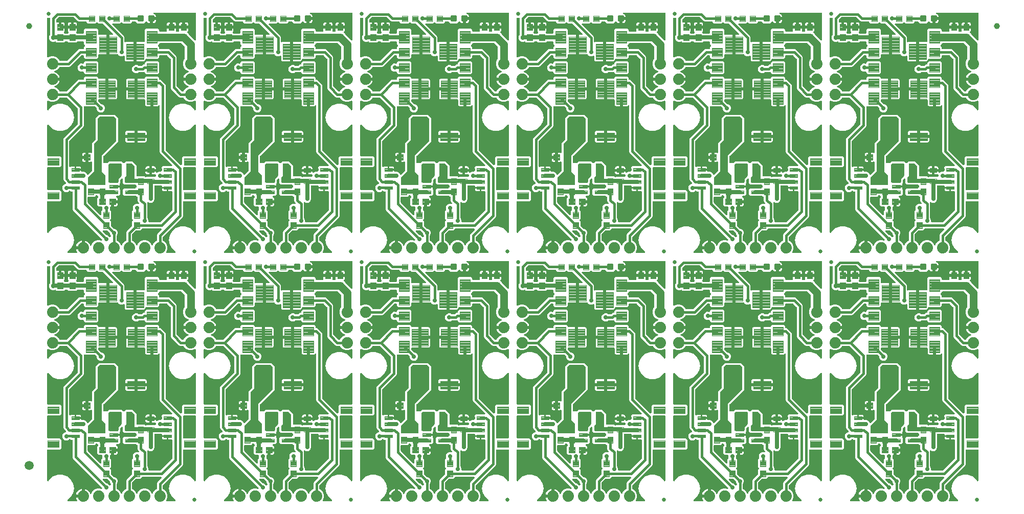
<source format=gtl>
G04 EAGLE Gerber RS-274X export*
G75*
%MOMM*%
%FSLAX34Y34*%
%LPD*%
%INTop Copper*%
%IPPOS*%
%AMOC8*
5,1,8,0,0,1.08239X$1,22.5*%
G01*
%ADD10C,0.108000*%
%ADD11C,0.105000*%
%ADD12C,0.112000*%
%ADD13C,0.104000*%
%ADD14C,0.096000*%
%ADD15C,0.102000*%
%ADD16C,0.100653*%
%ADD17C,0.100000*%
%ADD18C,0.100800*%
%ADD19C,0.635000*%
%ADD20C,0.098000*%
%ADD21C,1.879600*%
%ADD22C,0.300000*%
%ADD23C,1.000000*%
%ADD24C,1.500000*%
%ADD25C,0.635000*%
%ADD26C,0.381000*%
%ADD27C,0.736600*%
%ADD28C,0.177800*%
%ADD29C,0.254000*%
%ADD30C,0.762000*%
%ADD31C,1.270000*%

G36*
X1462599Y129485D02*
X1462599Y129485D01*
X1462718Y129489D01*
X1462757Y129500D01*
X1462797Y129504D01*
X1462909Y129544D01*
X1463024Y129577D01*
X1463058Y129598D01*
X1463096Y129612D01*
X1463195Y129678D01*
X1463298Y129739D01*
X1463343Y129779D01*
X1463360Y129790D01*
X1463373Y129805D01*
X1463418Y129845D01*
X1463702Y130129D01*
X1477899Y130129D01*
X1478017Y130144D01*
X1478136Y130151D01*
X1478174Y130164D01*
X1478215Y130169D01*
X1478325Y130212D01*
X1478438Y130249D01*
X1478473Y130271D01*
X1478510Y130286D01*
X1478606Y130355D01*
X1478707Y130419D01*
X1478735Y130449D01*
X1478768Y130472D01*
X1478844Y130564D01*
X1478925Y130651D01*
X1478945Y130686D01*
X1478970Y130717D01*
X1479021Y130825D01*
X1479079Y130929D01*
X1479089Y130969D01*
X1479106Y131005D01*
X1479128Y131122D01*
X1479158Y131237D01*
X1479162Y131297D01*
X1479166Y131317D01*
X1479164Y131338D01*
X1479168Y131398D01*
X1479168Y133616D01*
X1479152Y133747D01*
X1479141Y133879D01*
X1479132Y133905D01*
X1479128Y133931D01*
X1479080Y134054D01*
X1479036Y134180D01*
X1479021Y134202D01*
X1479011Y134227D01*
X1478933Y134334D01*
X1478860Y134445D01*
X1478840Y134463D01*
X1478825Y134484D01*
X1478722Y134569D01*
X1478624Y134658D01*
X1478600Y134670D01*
X1478580Y134687D01*
X1478460Y134744D01*
X1478342Y134805D01*
X1478316Y134811D01*
X1478292Y134823D01*
X1478162Y134848D01*
X1478033Y134878D01*
X1478006Y134877D01*
X1477980Y134882D01*
X1477848Y134874D01*
X1477715Y134872D01*
X1477689Y134864D01*
X1477662Y134863D01*
X1477536Y134822D01*
X1477408Y134786D01*
X1477374Y134769D01*
X1477360Y134765D01*
X1477342Y134753D01*
X1476543Y134539D01*
X1472659Y134539D01*
X1472659Y139081D01*
X1479201Y139081D01*
X1479201Y137965D01*
X1479218Y137827D01*
X1479231Y137689D01*
X1479238Y137670D01*
X1479241Y137650D01*
X1479292Y137520D01*
X1479339Y137389D01*
X1479350Y137373D01*
X1479358Y137354D01*
X1479439Y137242D01*
X1479517Y137126D01*
X1479533Y137113D01*
X1479544Y137097D01*
X1479652Y137008D01*
X1479756Y136916D01*
X1479774Y136907D01*
X1479789Y136894D01*
X1479915Y136834D01*
X1480039Y136771D01*
X1480059Y136767D01*
X1480077Y136758D01*
X1480214Y136732D01*
X1480349Y136702D01*
X1480370Y136702D01*
X1480389Y136698D01*
X1480528Y136707D01*
X1480667Y136711D01*
X1480687Y136717D01*
X1480707Y136718D01*
X1480839Y136761D01*
X1480973Y136800D01*
X1480990Y136810D01*
X1481009Y136816D01*
X1481127Y136890D01*
X1481247Y136961D01*
X1481268Y136980D01*
X1481278Y136986D01*
X1481292Y137001D01*
X1481367Y137068D01*
X1482087Y137787D01*
X1484561Y138812D01*
X1487338Y138812D01*
X1487353Y138808D01*
X1487403Y138807D01*
X1487452Y138798D01*
X1487561Y138804D01*
X1487671Y138803D01*
X1487719Y138814D01*
X1487769Y138817D01*
X1487873Y138851D01*
X1487980Y138877D01*
X1488024Y138900D01*
X1488071Y138915D01*
X1488164Y138974D01*
X1488261Y139025D01*
X1488298Y139059D01*
X1488340Y139085D01*
X1488415Y139165D01*
X1488497Y139239D01*
X1488524Y139281D01*
X1488558Y139317D01*
X1488611Y139413D01*
X1488671Y139505D01*
X1488688Y139552D01*
X1488712Y139596D01*
X1488739Y139702D01*
X1488775Y139806D01*
X1488779Y139855D01*
X1488791Y139904D01*
X1488801Y140064D01*
X1488801Y145964D01*
X1490886Y148049D01*
X1505060Y148049D01*
X1505198Y148066D01*
X1505336Y148079D01*
X1505355Y148086D01*
X1505375Y148089D01*
X1505505Y148140D01*
X1505636Y148187D01*
X1505652Y148198D01*
X1505671Y148206D01*
X1505783Y148287D01*
X1505899Y148365D01*
X1505912Y148381D01*
X1505929Y148392D01*
X1506017Y148500D01*
X1506109Y148604D01*
X1506118Y148622D01*
X1506131Y148637D01*
X1506191Y148763D01*
X1506254Y148887D01*
X1506258Y148907D01*
X1506267Y148925D01*
X1506293Y149061D01*
X1506323Y149197D01*
X1506323Y149218D01*
X1506327Y149237D01*
X1506318Y149376D01*
X1506314Y149515D01*
X1506308Y149535D01*
X1506307Y149555D01*
X1506264Y149686D01*
X1506225Y149821D01*
X1506215Y149838D01*
X1506209Y149857D01*
X1506135Y149975D01*
X1506064Y150095D01*
X1506045Y150116D01*
X1506039Y150126D01*
X1506024Y150140D01*
X1505957Y150215D01*
X1488035Y168137D01*
X1486463Y169710D01*
X1485709Y171530D01*
X1485709Y247318D01*
X1485692Y247456D01*
X1485679Y247595D01*
X1485672Y247614D01*
X1485669Y247634D01*
X1485618Y247763D01*
X1485571Y247894D01*
X1485560Y247911D01*
X1485552Y247929D01*
X1485471Y248042D01*
X1485393Y248157D01*
X1485377Y248170D01*
X1485366Y248187D01*
X1485259Y248275D01*
X1485154Y248368D01*
X1485136Y248377D01*
X1485121Y248390D01*
X1484995Y248449D01*
X1484871Y248512D01*
X1484851Y248517D01*
X1484833Y248525D01*
X1484697Y248551D01*
X1484561Y248582D01*
X1484540Y248581D01*
X1484521Y248585D01*
X1484382Y248576D01*
X1484243Y248572D01*
X1484223Y248566D01*
X1484203Y248565D01*
X1484071Y248522D01*
X1483937Y248484D01*
X1483920Y248473D01*
X1483901Y248467D01*
X1483783Y248393D01*
X1483663Y248322D01*
X1483642Y248304D01*
X1483632Y248297D01*
X1483618Y248282D01*
X1483542Y248216D01*
X1483252Y247925D01*
X1482549Y247519D01*
X1481766Y247309D01*
X1475439Y247309D01*
X1475439Y259080D01*
X1475424Y259198D01*
X1475417Y259317D01*
X1475404Y259355D01*
X1475399Y259395D01*
X1475356Y259506D01*
X1475319Y259619D01*
X1475297Y259654D01*
X1475282Y259691D01*
X1475212Y259787D01*
X1475149Y259888D01*
X1475119Y259916D01*
X1475095Y259948D01*
X1475004Y260024D01*
X1474917Y260106D01*
X1474882Y260125D01*
X1474850Y260151D01*
X1474743Y260202D01*
X1474639Y260259D01*
X1474599Y260270D01*
X1474563Y260287D01*
X1474446Y260309D01*
X1474331Y260339D01*
X1474270Y260343D01*
X1474250Y260347D01*
X1474230Y260345D01*
X1474170Y260349D01*
X1471630Y260349D01*
X1471512Y260334D01*
X1471393Y260327D01*
X1471355Y260314D01*
X1471315Y260309D01*
X1471204Y260265D01*
X1471091Y260229D01*
X1471056Y260207D01*
X1471019Y260192D01*
X1470923Y260122D01*
X1470822Y260059D01*
X1470794Y260029D01*
X1470761Y260005D01*
X1470686Y259914D01*
X1470604Y259827D01*
X1470584Y259792D01*
X1470559Y259760D01*
X1470508Y259653D01*
X1470450Y259549D01*
X1470440Y259509D01*
X1470423Y259473D01*
X1470401Y259356D01*
X1470371Y259241D01*
X1470367Y259180D01*
X1470363Y259160D01*
X1470365Y259140D01*
X1470361Y259080D01*
X1470361Y247309D01*
X1464034Y247309D01*
X1463251Y247519D01*
X1462548Y247925D01*
X1461975Y248498D01*
X1461569Y249201D01*
X1461359Y249984D01*
X1461359Y257340D01*
X1461344Y257458D01*
X1461337Y257577D01*
X1461324Y257615D01*
X1461319Y257656D01*
X1461276Y257766D01*
X1461239Y257879D01*
X1461217Y257914D01*
X1461202Y257951D01*
X1461133Y258047D01*
X1461069Y258148D01*
X1461039Y258176D01*
X1461016Y258209D01*
X1460924Y258285D01*
X1460837Y258366D01*
X1460802Y258386D01*
X1460771Y258411D01*
X1460663Y258462D01*
X1460559Y258520D01*
X1460519Y258530D01*
X1460483Y258547D01*
X1460366Y258569D01*
X1460251Y258599D01*
X1460191Y258603D01*
X1460171Y258607D01*
X1460150Y258605D01*
X1460090Y258609D01*
X1449089Y258609D01*
X1449089Y274380D01*
X1449074Y274498D01*
X1449067Y274617D01*
X1449054Y274655D01*
X1449049Y274695D01*
X1449005Y274806D01*
X1448969Y274919D01*
X1448947Y274954D01*
X1448932Y274991D01*
X1448862Y275087D01*
X1448799Y275188D01*
X1448769Y275216D01*
X1448745Y275248D01*
X1448654Y275324D01*
X1448567Y275406D01*
X1448532Y275425D01*
X1448500Y275451D01*
X1448393Y275502D01*
X1448289Y275559D01*
X1448249Y275570D01*
X1448213Y275587D01*
X1448096Y275609D01*
X1447981Y275639D01*
X1447920Y275643D01*
X1447900Y275647D01*
X1447880Y275645D01*
X1447820Y275649D01*
X1446549Y275649D01*
X1446549Y275651D01*
X1447820Y275651D01*
X1447938Y275666D01*
X1448057Y275673D01*
X1448095Y275686D01*
X1448135Y275691D01*
X1448246Y275735D01*
X1448359Y275771D01*
X1448394Y275793D01*
X1448431Y275808D01*
X1448527Y275878D01*
X1448628Y275941D01*
X1448656Y275971D01*
X1448688Y275995D01*
X1448764Y276086D01*
X1448846Y276173D01*
X1448865Y276208D01*
X1448891Y276240D01*
X1448942Y276347D01*
X1448999Y276451D01*
X1449010Y276491D01*
X1449027Y276527D01*
X1449049Y276644D01*
X1449079Y276759D01*
X1449083Y276820D01*
X1449087Y276840D01*
X1449085Y276860D01*
X1449086Y276870D01*
X1449087Y276873D01*
X1449086Y276876D01*
X1449089Y276920D01*
X1449089Y292691D01*
X1459582Y292691D01*
X1459700Y292706D01*
X1459819Y292713D01*
X1459857Y292726D01*
X1459898Y292731D01*
X1460008Y292774D01*
X1460121Y292811D01*
X1460156Y292833D01*
X1460193Y292848D01*
X1460289Y292917D01*
X1460390Y292981D01*
X1460418Y293011D01*
X1460451Y293034D01*
X1460527Y293126D01*
X1460608Y293213D01*
X1460628Y293248D01*
X1460653Y293279D01*
X1460704Y293387D01*
X1460762Y293491D01*
X1460772Y293531D01*
X1460789Y293567D01*
X1460811Y293684D01*
X1460841Y293799D01*
X1460845Y293859D01*
X1460849Y293879D01*
X1460847Y293900D01*
X1460851Y293960D01*
X1460851Y294205D01*
X1462945Y296299D01*
X1482855Y296299D01*
X1484949Y294205D01*
X1484949Y291973D01*
X1484964Y291855D01*
X1484971Y291736D01*
X1484984Y291698D01*
X1484989Y291657D01*
X1485032Y291547D01*
X1485069Y291434D01*
X1485091Y291399D01*
X1485106Y291362D01*
X1485175Y291266D01*
X1485239Y291165D01*
X1485269Y291137D01*
X1485292Y291104D01*
X1485384Y291028D01*
X1485471Y290947D01*
X1485506Y290927D01*
X1485537Y290902D01*
X1485645Y290851D01*
X1485749Y290793D01*
X1485789Y290783D01*
X1485825Y290766D01*
X1485942Y290744D01*
X1486057Y290714D01*
X1486117Y290710D01*
X1486137Y290706D01*
X1486158Y290708D01*
X1486218Y290704D01*
X1486585Y290704D01*
X1488406Y289950D01*
X1489978Y288378D01*
X1493291Y285065D01*
X1494863Y283493D01*
X1495617Y281672D01*
X1495617Y175093D01*
X1495629Y174995D01*
X1495632Y174896D01*
X1495649Y174838D01*
X1495657Y174778D01*
X1495693Y174686D01*
X1495721Y174591D01*
X1495751Y174538D01*
X1495774Y174482D01*
X1495832Y174402D01*
X1495882Y174317D01*
X1495948Y174241D01*
X1495960Y174225D01*
X1495970Y174217D01*
X1495988Y174196D01*
X1520135Y150050D01*
X1520244Y149964D01*
X1520351Y149876D01*
X1520370Y149867D01*
X1520386Y149855D01*
X1520514Y149799D01*
X1520639Y149740D01*
X1520659Y149736D01*
X1520678Y149728D01*
X1520816Y149706D01*
X1520952Y149680D01*
X1520972Y149682D01*
X1520992Y149679D01*
X1521131Y149692D01*
X1521269Y149700D01*
X1521288Y149706D01*
X1521308Y149708D01*
X1521440Y149756D01*
X1521571Y149798D01*
X1521589Y149809D01*
X1521608Y149816D01*
X1521723Y149894D01*
X1521840Y149968D01*
X1521854Y149983D01*
X1521871Y149995D01*
X1521963Y150099D01*
X1522058Y150200D01*
X1522068Y150218D01*
X1522081Y150233D01*
X1522145Y150357D01*
X1522212Y150479D01*
X1522217Y150498D01*
X1522226Y150516D01*
X1522256Y150652D01*
X1522291Y150786D01*
X1522293Y150815D01*
X1522296Y150827D01*
X1522295Y150847D01*
X1522301Y150947D01*
X1522301Y161982D01*
X1524368Y164049D01*
X1544066Y164049D01*
X1544184Y164064D01*
X1544303Y164071D01*
X1544341Y164084D01*
X1544382Y164089D01*
X1544492Y164132D01*
X1544605Y164169D01*
X1544640Y164191D01*
X1544677Y164206D01*
X1544773Y164275D01*
X1544874Y164339D01*
X1544902Y164369D01*
X1544935Y164392D01*
X1545011Y164484D01*
X1545092Y164571D01*
X1545112Y164606D01*
X1545137Y164637D01*
X1545188Y164745D01*
X1545246Y164849D01*
X1545256Y164889D01*
X1545273Y164925D01*
X1545295Y165042D01*
X1545325Y165157D01*
X1545329Y165217D01*
X1545333Y165237D01*
X1545331Y165258D01*
X1545335Y165318D01*
X1545335Y215603D01*
X1545317Y215748D01*
X1545302Y215893D01*
X1545297Y215906D01*
X1545295Y215919D01*
X1545242Y216054D01*
X1545191Y216191D01*
X1545183Y216202D01*
X1545178Y216215D01*
X1545093Y216333D01*
X1545010Y216452D01*
X1545000Y216461D01*
X1544992Y216472D01*
X1544879Y216565D01*
X1544769Y216660D01*
X1544757Y216666D01*
X1544747Y216675D01*
X1544615Y216737D01*
X1544484Y216802D01*
X1544471Y216805D01*
X1544459Y216810D01*
X1544317Y216837D01*
X1544173Y216868D01*
X1544160Y216868D01*
X1544147Y216870D01*
X1544002Y216861D01*
X1543856Y216855D01*
X1543843Y216851D01*
X1543829Y216850D01*
X1543691Y216806D01*
X1543551Y216763D01*
X1543539Y216756D01*
X1543527Y216752D01*
X1543404Y216675D01*
X1543279Y216599D01*
X1543269Y216589D01*
X1543258Y216582D01*
X1543158Y216476D01*
X1543056Y216372D01*
X1543046Y216357D01*
X1543040Y216351D01*
X1543032Y216336D01*
X1542967Y216238D01*
X1541585Y213845D01*
X1535478Y208720D01*
X1527986Y205993D01*
X1520014Y205993D01*
X1512522Y208720D01*
X1506415Y213844D01*
X1502429Y220749D01*
X1501045Y228600D01*
X1502429Y236451D01*
X1506415Y243355D01*
X1512522Y248480D01*
X1520014Y251207D01*
X1527986Y251207D01*
X1535478Y248480D01*
X1541585Y243355D01*
X1542967Y240962D01*
X1543055Y240846D01*
X1543140Y240728D01*
X1543151Y240719D01*
X1543159Y240709D01*
X1543273Y240618D01*
X1543385Y240525D01*
X1543398Y240519D01*
X1543408Y240511D01*
X1543542Y240451D01*
X1543673Y240390D01*
X1543686Y240387D01*
X1543699Y240382D01*
X1543843Y240357D01*
X1543986Y240330D01*
X1543999Y240331D01*
X1544012Y240328D01*
X1544158Y240341D01*
X1544303Y240350D01*
X1544316Y240354D01*
X1544329Y240355D01*
X1544467Y240403D01*
X1544605Y240448D01*
X1544617Y240455D01*
X1544630Y240459D01*
X1544751Y240540D01*
X1544874Y240618D01*
X1544883Y240628D01*
X1544895Y240635D01*
X1544992Y240743D01*
X1545092Y240849D01*
X1545099Y240861D01*
X1545108Y240871D01*
X1545175Y241001D01*
X1545246Y241128D01*
X1545249Y241141D01*
X1545255Y241153D01*
X1545289Y241295D01*
X1545325Y241436D01*
X1545326Y241454D01*
X1545328Y241463D01*
X1545328Y241480D01*
X1545335Y241597D01*
X1545335Y254905D01*
X1545329Y254954D01*
X1545331Y255004D01*
X1545309Y255111D01*
X1545295Y255221D01*
X1545277Y255267D01*
X1545267Y255315D01*
X1545219Y255414D01*
X1545178Y255516D01*
X1545149Y255556D01*
X1545127Y255601D01*
X1545056Y255685D01*
X1544992Y255774D01*
X1544953Y255805D01*
X1544921Y255843D01*
X1544831Y255906D01*
X1544747Y255976D01*
X1544702Y255998D01*
X1544661Y256026D01*
X1544558Y256065D01*
X1544459Y256112D01*
X1544410Y256121D01*
X1544364Y256139D01*
X1544254Y256151D01*
X1544147Y256172D01*
X1544097Y256169D01*
X1544048Y256174D01*
X1543939Y256159D01*
X1543829Y256152D01*
X1543782Y256137D01*
X1543733Y256130D01*
X1543580Y256078D01*
X1539176Y254253D01*
X1534224Y254253D01*
X1529650Y256148D01*
X1526148Y259650D01*
X1525604Y260963D01*
X1525595Y260980D01*
X1525590Y260993D01*
X1525586Y261000D01*
X1525580Y261016D01*
X1525511Y261126D01*
X1525447Y261239D01*
X1525426Y261260D01*
X1525410Y261285D01*
X1525316Y261374D01*
X1525225Y261467D01*
X1525200Y261483D01*
X1525179Y261503D01*
X1525065Y261566D01*
X1524954Y261634D01*
X1524926Y261642D01*
X1524900Y261657D01*
X1524774Y261689D01*
X1524650Y261727D01*
X1524621Y261729D01*
X1524592Y261736D01*
X1524432Y261746D01*
X1519205Y261746D01*
X1517384Y262500D01*
X1504560Y275324D01*
X1503806Y277145D01*
X1503806Y325082D01*
X1503794Y325181D01*
X1503791Y325280D01*
X1503774Y325338D01*
X1503766Y325398D01*
X1503730Y325490D01*
X1503702Y325585D01*
X1503672Y325637D01*
X1503649Y325694D01*
X1503591Y325774D01*
X1503541Y325859D01*
X1503475Y325934D01*
X1503463Y325951D01*
X1503453Y325959D01*
X1503435Y325980D01*
X1498190Y331225D01*
X1498112Y331285D01*
X1498039Y331353D01*
X1497986Y331382D01*
X1497939Y331419D01*
X1497848Y331459D01*
X1497761Y331507D01*
X1497702Y331522D01*
X1497647Y331546D01*
X1497549Y331561D01*
X1497453Y331586D01*
X1497353Y331592D01*
X1497333Y331596D01*
X1497320Y331594D01*
X1497292Y331596D01*
X1486218Y331596D01*
X1486100Y331581D01*
X1485981Y331574D01*
X1485943Y331561D01*
X1485902Y331556D01*
X1485792Y331513D01*
X1485679Y331476D01*
X1485644Y331454D01*
X1485607Y331439D01*
X1485511Y331370D01*
X1485410Y331306D01*
X1485382Y331276D01*
X1485349Y331253D01*
X1485273Y331161D01*
X1485192Y331074D01*
X1485172Y331039D01*
X1485147Y331008D01*
X1485096Y330900D01*
X1485038Y330796D01*
X1485028Y330756D01*
X1485011Y330720D01*
X1484989Y330603D01*
X1484959Y330488D01*
X1484955Y330428D01*
X1484951Y330408D01*
X1484953Y330387D01*
X1484949Y330327D01*
X1484949Y328095D01*
X1482855Y326001D01*
X1463410Y326001D01*
X1463292Y325986D01*
X1463173Y325979D01*
X1463135Y325966D01*
X1463094Y325961D01*
X1462984Y325918D01*
X1462871Y325881D01*
X1462836Y325859D01*
X1462799Y325844D01*
X1462703Y325775D01*
X1462602Y325711D01*
X1462574Y325681D01*
X1462541Y325658D01*
X1462465Y325566D01*
X1462384Y325479D01*
X1462364Y325444D01*
X1462339Y325413D01*
X1462288Y325305D01*
X1462230Y325201D01*
X1462220Y325161D01*
X1462203Y325125D01*
X1462181Y325008D01*
X1462151Y324893D01*
X1462147Y324833D01*
X1462143Y324813D01*
X1462145Y324792D01*
X1462141Y324732D01*
X1462141Y324334D01*
X1461917Y323498D01*
X1461909Y323480D01*
X1461853Y323361D01*
X1461848Y323334D01*
X1461837Y323310D01*
X1461818Y323178D01*
X1461793Y323048D01*
X1461795Y323022D01*
X1461791Y322995D01*
X1461805Y322863D01*
X1461813Y322731D01*
X1461821Y322706D01*
X1461824Y322679D01*
X1461870Y322554D01*
X1461911Y322429D01*
X1461925Y322406D01*
X1461935Y322381D01*
X1462010Y322271D01*
X1462081Y322160D01*
X1462101Y322141D01*
X1462116Y322119D01*
X1462216Y322033D01*
X1462313Y321942D01*
X1462336Y321929D01*
X1462357Y321911D01*
X1462475Y321852D01*
X1462591Y321788D01*
X1462617Y321782D01*
X1462641Y321770D01*
X1462771Y321742D01*
X1462899Y321709D01*
X1462937Y321707D01*
X1462952Y321703D01*
X1462974Y321704D01*
X1463060Y321699D01*
X1482855Y321699D01*
X1484949Y319605D01*
X1484949Y302695D01*
X1482855Y300601D01*
X1462945Y300601D01*
X1460848Y302698D01*
X1460845Y302720D01*
X1460847Y302769D01*
X1460825Y302877D01*
X1460811Y302986D01*
X1460793Y303032D01*
X1460783Y303081D01*
X1460735Y303179D01*
X1460694Y303282D01*
X1460665Y303322D01*
X1460643Y303366D01*
X1460572Y303450D01*
X1460508Y303539D01*
X1460469Y303571D01*
X1460437Y303608D01*
X1460347Y303672D01*
X1460263Y303742D01*
X1460218Y303763D01*
X1460177Y303792D01*
X1460074Y303831D01*
X1459975Y303877D01*
X1459926Y303887D01*
X1459880Y303904D01*
X1459770Y303916D01*
X1459663Y303937D01*
X1459613Y303934D01*
X1459564Y303940D01*
X1459455Y303924D01*
X1459345Y303917D01*
X1459298Y303902D01*
X1459249Y303895D01*
X1459096Y303843D01*
X1458645Y303656D01*
X1451622Y303656D01*
X1451524Y303644D01*
X1451425Y303641D01*
X1451367Y303624D01*
X1451307Y303616D01*
X1451215Y303580D01*
X1451119Y303552D01*
X1451067Y303522D01*
X1451011Y303499D01*
X1450931Y303441D01*
X1450845Y303391D01*
X1450770Y303325D01*
X1450754Y303313D01*
X1450746Y303303D01*
X1450725Y303285D01*
X1450343Y302903D01*
X1447869Y301878D01*
X1445191Y301878D01*
X1442717Y302903D01*
X1440823Y304797D01*
X1439798Y307271D01*
X1439798Y309949D01*
X1440823Y312423D01*
X1442717Y314317D01*
X1445191Y315342D01*
X1447869Y315342D01*
X1450343Y314317D01*
X1450725Y313935D01*
X1450803Y313875D01*
X1450875Y313807D01*
X1450928Y313778D01*
X1450976Y313741D01*
X1451067Y313701D01*
X1451154Y313653D01*
X1451212Y313638D01*
X1451268Y313614D01*
X1451366Y313599D01*
X1451461Y313574D01*
X1451561Y313568D01*
X1451582Y313564D01*
X1451594Y313566D01*
X1451622Y313564D01*
X1455082Y313564D01*
X1455181Y313576D01*
X1455280Y313579D01*
X1455338Y313596D01*
X1455398Y313604D01*
X1455490Y313640D01*
X1455585Y313668D01*
X1455637Y313698D01*
X1455694Y313721D01*
X1455774Y313779D01*
X1455859Y313829D01*
X1455934Y313895D01*
X1455951Y313907D01*
X1455959Y313917D01*
X1455980Y313935D01*
X1457394Y315350D01*
X1459215Y316104D01*
X1459582Y316104D01*
X1459700Y316119D01*
X1459819Y316126D01*
X1459857Y316139D01*
X1459898Y316144D01*
X1460008Y316187D01*
X1460121Y316224D01*
X1460156Y316246D01*
X1460193Y316261D01*
X1460289Y316330D01*
X1460390Y316394D01*
X1460418Y316424D01*
X1460451Y316447D01*
X1460527Y316539D01*
X1460608Y316626D01*
X1460628Y316661D01*
X1460653Y316692D01*
X1460704Y316800D01*
X1460762Y316904D01*
X1460772Y316944D01*
X1460789Y316980D01*
X1460811Y317097D01*
X1460841Y317212D01*
X1460845Y317272D01*
X1460849Y317292D01*
X1460847Y317313D01*
X1460851Y317373D01*
X1460851Y319616D01*
X1460904Y319684D01*
X1460996Y319797D01*
X1461001Y319809D01*
X1461010Y319820D01*
X1461068Y319954D01*
X1461128Y320086D01*
X1461131Y320099D01*
X1461136Y320112D01*
X1461159Y320256D01*
X1461185Y320399D01*
X1461184Y320413D01*
X1461186Y320426D01*
X1461172Y320571D01*
X1461162Y320716D01*
X1461157Y320729D01*
X1461156Y320743D01*
X1461107Y320880D01*
X1461060Y321018D01*
X1461053Y321029D01*
X1461049Y321042D01*
X1460966Y321163D01*
X1460887Y321285D01*
X1460878Y321294D01*
X1460870Y321305D01*
X1460760Y321402D01*
X1460653Y321500D01*
X1460642Y321507D01*
X1460632Y321515D01*
X1460501Y321582D01*
X1460373Y321651D01*
X1460360Y321654D01*
X1460348Y321660D01*
X1460205Y321692D01*
X1460065Y321727D01*
X1460051Y321727D01*
X1460038Y321730D01*
X1459892Y321725D01*
X1459747Y321724D01*
X1459729Y321720D01*
X1459720Y321720D01*
X1459704Y321715D01*
X1459589Y321692D01*
X1459466Y321659D01*
X1447389Y321659D01*
X1447389Y336430D01*
X1447374Y336548D01*
X1447367Y336667D01*
X1447354Y336705D01*
X1447349Y336745D01*
X1447305Y336856D01*
X1447269Y336969D01*
X1447247Y337004D01*
X1447232Y337041D01*
X1447162Y337137D01*
X1447099Y337238D01*
X1447069Y337266D01*
X1447045Y337298D01*
X1446954Y337374D01*
X1446867Y337456D01*
X1446832Y337475D01*
X1446800Y337501D01*
X1446693Y337552D01*
X1446589Y337609D01*
X1446549Y337620D01*
X1446513Y337637D01*
X1446396Y337659D01*
X1446281Y337689D01*
X1446220Y337693D01*
X1446200Y337697D01*
X1446180Y337695D01*
X1446120Y337699D01*
X1443580Y337699D01*
X1443462Y337684D01*
X1443343Y337677D01*
X1443305Y337664D01*
X1443265Y337659D01*
X1443154Y337615D01*
X1443041Y337579D01*
X1443006Y337557D01*
X1442969Y337542D01*
X1442873Y337472D01*
X1442772Y337409D01*
X1442744Y337379D01*
X1442711Y337355D01*
X1442636Y337264D01*
X1442554Y337177D01*
X1442534Y337142D01*
X1442509Y337110D01*
X1442458Y337003D01*
X1442400Y336899D01*
X1442390Y336859D01*
X1442373Y336823D01*
X1442351Y336706D01*
X1442321Y336591D01*
X1442317Y336530D01*
X1442313Y336510D01*
X1442315Y336490D01*
X1442311Y336430D01*
X1442311Y321659D01*
X1430234Y321659D01*
X1429451Y321869D01*
X1428748Y322275D01*
X1428175Y322848D01*
X1427769Y323551D01*
X1427559Y324334D01*
X1427559Y329501D01*
X1427553Y329550D01*
X1427555Y329600D01*
X1427533Y329707D01*
X1427519Y329817D01*
X1427501Y329863D01*
X1427491Y329911D01*
X1427443Y330010D01*
X1427402Y330112D01*
X1427373Y330153D01*
X1427351Y330197D01*
X1427280Y330281D01*
X1427216Y330370D01*
X1427177Y330401D01*
X1427145Y330439D01*
X1427055Y330502D01*
X1426971Y330572D01*
X1426926Y330594D01*
X1426885Y330622D01*
X1426782Y330661D01*
X1426683Y330708D01*
X1426634Y330717D01*
X1426588Y330735D01*
X1426478Y330747D01*
X1426371Y330768D01*
X1426321Y330765D01*
X1426272Y330770D01*
X1426163Y330755D01*
X1426053Y330748D01*
X1426006Y330733D01*
X1425957Y330726D01*
X1425804Y330674D01*
X1423739Y329818D01*
X1421061Y329818D01*
X1418587Y330843D01*
X1416644Y332786D01*
X1416592Y332878D01*
X1416566Y332904D01*
X1416547Y332935D01*
X1416456Y333018D01*
X1416370Y333106D01*
X1416339Y333125D01*
X1416313Y333150D01*
X1416204Y333208D01*
X1416099Y333273D01*
X1416065Y333283D01*
X1416033Y333301D01*
X1415913Y333330D01*
X1415795Y333366D01*
X1415759Y333368D01*
X1415724Y333377D01*
X1415601Y333376D01*
X1415478Y333381D01*
X1415442Y333374D01*
X1415406Y333374D01*
X1415248Y333342D01*
X1414566Y333159D01*
X1402489Y333159D01*
X1402489Y347930D01*
X1402474Y348048D01*
X1402467Y348167D01*
X1402454Y348205D01*
X1402449Y348245D01*
X1402405Y348356D01*
X1402369Y348469D01*
X1402347Y348504D01*
X1402332Y348541D01*
X1402262Y348637D01*
X1402199Y348738D01*
X1402169Y348766D01*
X1402145Y348798D01*
X1402054Y348874D01*
X1401967Y348956D01*
X1401932Y348975D01*
X1401900Y349001D01*
X1401793Y349052D01*
X1401689Y349109D01*
X1401649Y349120D01*
X1401613Y349137D01*
X1401496Y349159D01*
X1401381Y349189D01*
X1401320Y349193D01*
X1401300Y349197D01*
X1401280Y349195D01*
X1401220Y349199D01*
X1398680Y349199D01*
X1398562Y349184D01*
X1398443Y349177D01*
X1398405Y349164D01*
X1398365Y349159D01*
X1398254Y349115D01*
X1398141Y349079D01*
X1398106Y349057D01*
X1398069Y349042D01*
X1397973Y348972D01*
X1397872Y348909D01*
X1397844Y348879D01*
X1397811Y348855D01*
X1397736Y348764D01*
X1397654Y348677D01*
X1397634Y348642D01*
X1397609Y348610D01*
X1397558Y348503D01*
X1397500Y348399D01*
X1397490Y348359D01*
X1397473Y348323D01*
X1397451Y348206D01*
X1397421Y348091D01*
X1397417Y348030D01*
X1397413Y348010D01*
X1397415Y347990D01*
X1397411Y347930D01*
X1397411Y333159D01*
X1385218Y333159D01*
X1385100Y333144D01*
X1384981Y333137D01*
X1384943Y333124D01*
X1384902Y333119D01*
X1384792Y333076D01*
X1384679Y333039D01*
X1384644Y333017D01*
X1384607Y333002D01*
X1384511Y332933D01*
X1384410Y332869D01*
X1384382Y332839D01*
X1384349Y332816D01*
X1384273Y332724D01*
X1384192Y332637D01*
X1384172Y332602D01*
X1384147Y332571D01*
X1384096Y332463D01*
X1384038Y332359D01*
X1384028Y332319D01*
X1384011Y332283D01*
X1383989Y332166D01*
X1383959Y332051D01*
X1383955Y331991D01*
X1383951Y331971D01*
X1383953Y331950D01*
X1383949Y331890D01*
X1383949Y328095D01*
X1381855Y326001D01*
X1361945Y326001D01*
X1359851Y328095D01*
X1359851Y330327D01*
X1359836Y330445D01*
X1359829Y330564D01*
X1359816Y330602D01*
X1359811Y330643D01*
X1359768Y330753D01*
X1359731Y330866D01*
X1359709Y330901D01*
X1359694Y330938D01*
X1359625Y331034D01*
X1359561Y331135D01*
X1359531Y331163D01*
X1359508Y331196D01*
X1359416Y331272D01*
X1359329Y331353D01*
X1359294Y331373D01*
X1359263Y331398D01*
X1359155Y331449D01*
X1359051Y331507D01*
X1359011Y331517D01*
X1358975Y331534D01*
X1358858Y331556D01*
X1358743Y331586D01*
X1358683Y331590D01*
X1358663Y331594D01*
X1358642Y331592D01*
X1358582Y331596D01*
X1356398Y331596D01*
X1356299Y331584D01*
X1356200Y331581D01*
X1356142Y331564D01*
X1356082Y331556D01*
X1355990Y331520D01*
X1355895Y331492D01*
X1355843Y331462D01*
X1355786Y331439D01*
X1355706Y331381D01*
X1355621Y331331D01*
X1355546Y331265D01*
X1355529Y331253D01*
X1355521Y331243D01*
X1355500Y331225D01*
X1337576Y313300D01*
X1335755Y312546D01*
X1320368Y312546D01*
X1320339Y312543D01*
X1320310Y312545D01*
X1320182Y312523D01*
X1320053Y312506D01*
X1320025Y312496D01*
X1319996Y312491D01*
X1319878Y312437D01*
X1319757Y312389D01*
X1319733Y312372D01*
X1319706Y312360D01*
X1319605Y312279D01*
X1319500Y312203D01*
X1319481Y312180D01*
X1319458Y312161D01*
X1319380Y312058D01*
X1319297Y311958D01*
X1319284Y311931D01*
X1319267Y311907D01*
X1319196Y311763D01*
X1318652Y310450D01*
X1315150Y306948D01*
X1312125Y305695D01*
X1312099Y305680D01*
X1312070Y305671D01*
X1311961Y305601D01*
X1311848Y305537D01*
X1311827Y305517D01*
X1311802Y305501D01*
X1311713Y305406D01*
X1311620Y305316D01*
X1311604Y305291D01*
X1311584Y305269D01*
X1311521Y305155D01*
X1311454Y305045D01*
X1311445Y305016D01*
X1311431Y304990D01*
X1311398Y304865D01*
X1311360Y304741D01*
X1311359Y304711D01*
X1311351Y304682D01*
X1311351Y304552D01*
X1311345Y304423D01*
X1311351Y304394D01*
X1311351Y304364D01*
X1311383Y304239D01*
X1311409Y304112D01*
X1311422Y304085D01*
X1311430Y304056D01*
X1311492Y303943D01*
X1311549Y303826D01*
X1311568Y303803D01*
X1311583Y303777D01*
X1311671Y303683D01*
X1311755Y303584D01*
X1311780Y303567D01*
X1311800Y303545D01*
X1311909Y303476D01*
X1312015Y303401D01*
X1312043Y303390D01*
X1312068Y303374D01*
X1312218Y303315D01*
X1312683Y303164D01*
X1314357Y302311D01*
X1315878Y301206D01*
X1317206Y299878D01*
X1318311Y298357D01*
X1319164Y296683D01*
X1319745Y294896D01*
X1319785Y294639D01*
X1309370Y294639D01*
X1309252Y294624D01*
X1309133Y294617D01*
X1309095Y294604D01*
X1309055Y294599D01*
X1308944Y294556D01*
X1308831Y294519D01*
X1308797Y294497D01*
X1308759Y294482D01*
X1308663Y294412D01*
X1308562Y294349D01*
X1308534Y294319D01*
X1308502Y294295D01*
X1308426Y294204D01*
X1308344Y294117D01*
X1308325Y294082D01*
X1308299Y294051D01*
X1308248Y293943D01*
X1308191Y293839D01*
X1308180Y293799D01*
X1308163Y293763D01*
X1308141Y293646D01*
X1308111Y293531D01*
X1308107Y293470D01*
X1308103Y293450D01*
X1308105Y293430D01*
X1308101Y293370D01*
X1308101Y290830D01*
X1308116Y290712D01*
X1308123Y290593D01*
X1308136Y290555D01*
X1308141Y290514D01*
X1308185Y290404D01*
X1308221Y290291D01*
X1308243Y290256D01*
X1308258Y290219D01*
X1308328Y290123D01*
X1308391Y290022D01*
X1308421Y289994D01*
X1308445Y289961D01*
X1308536Y289886D01*
X1308623Y289804D01*
X1308658Y289784D01*
X1308690Y289759D01*
X1308797Y289708D01*
X1308902Y289650D01*
X1308941Y289640D01*
X1308977Y289623D01*
X1309094Y289601D01*
X1309209Y289571D01*
X1309270Y289567D01*
X1309290Y289563D01*
X1309310Y289565D01*
X1309370Y289561D01*
X1319785Y289561D01*
X1319745Y289304D01*
X1319164Y287517D01*
X1318311Y285843D01*
X1317206Y284322D01*
X1315878Y282994D01*
X1314357Y281889D01*
X1312683Y281036D01*
X1312218Y280885D01*
X1312191Y280872D01*
X1312162Y280865D01*
X1312047Y280805D01*
X1311930Y280750D01*
X1311907Y280731D01*
X1311881Y280717D01*
X1311785Y280629D01*
X1311685Y280547D01*
X1311668Y280523D01*
X1311646Y280503D01*
X1311574Y280394D01*
X1311498Y280290D01*
X1311487Y280262D01*
X1311471Y280237D01*
X1311429Y280114D01*
X1311381Y279994D01*
X1311377Y279964D01*
X1311368Y279936D01*
X1311357Y279807D01*
X1311341Y279679D01*
X1311345Y279649D01*
X1311342Y279619D01*
X1311365Y279491D01*
X1311381Y279363D01*
X1311392Y279335D01*
X1311397Y279306D01*
X1311450Y279188D01*
X1311498Y279067D01*
X1311515Y279043D01*
X1311527Y279016D01*
X1311608Y278915D01*
X1311684Y278810D01*
X1311707Y278791D01*
X1311726Y278767D01*
X1311829Y278690D01*
X1311929Y278607D01*
X1311956Y278594D01*
X1311980Y278576D01*
X1312125Y278505D01*
X1315150Y277252D01*
X1318652Y273750D01*
X1319196Y272437D01*
X1319210Y272412D01*
X1319220Y272384D01*
X1319289Y272274D01*
X1319353Y272161D01*
X1319374Y272140D01*
X1319390Y272115D01*
X1319484Y272026D01*
X1319575Y271933D01*
X1319600Y271917D01*
X1319621Y271897D01*
X1319735Y271834D01*
X1319846Y271766D01*
X1319874Y271758D01*
X1319900Y271743D01*
X1320026Y271711D01*
X1320150Y271673D01*
X1320179Y271671D01*
X1320208Y271664D01*
X1320368Y271654D01*
X1330922Y271654D01*
X1331021Y271666D01*
X1331120Y271669D01*
X1331178Y271686D01*
X1331238Y271694D01*
X1331330Y271730D01*
X1331425Y271758D01*
X1331477Y271788D01*
X1331534Y271811D01*
X1331614Y271869D01*
X1331699Y271919D01*
X1331774Y271985D01*
X1331791Y271997D01*
X1331799Y272007D01*
X1331820Y272025D01*
X1348172Y288378D01*
X1349744Y289950D01*
X1351565Y290704D01*
X1358582Y290704D01*
X1358700Y290719D01*
X1358819Y290726D01*
X1358857Y290739D01*
X1358898Y290744D01*
X1359008Y290787D01*
X1359121Y290824D01*
X1359156Y290846D01*
X1359193Y290861D01*
X1359289Y290930D01*
X1359390Y290994D01*
X1359418Y291024D01*
X1359451Y291047D01*
X1359527Y291139D01*
X1359608Y291226D01*
X1359628Y291261D01*
X1359653Y291292D01*
X1359704Y291400D01*
X1359762Y291504D01*
X1359772Y291544D01*
X1359789Y291580D01*
X1359811Y291697D01*
X1359841Y291812D01*
X1359845Y291872D01*
X1359849Y291892D01*
X1359847Y291913D01*
X1359851Y291973D01*
X1359851Y294205D01*
X1361945Y296299D01*
X1381855Y296299D01*
X1383949Y294205D01*
X1383949Y293960D01*
X1383964Y293842D01*
X1383971Y293723D01*
X1383984Y293685D01*
X1383989Y293644D01*
X1384032Y293534D01*
X1384069Y293421D01*
X1384091Y293386D01*
X1384106Y293349D01*
X1384175Y293253D01*
X1384239Y293152D01*
X1384269Y293124D01*
X1384292Y293091D01*
X1384384Y293015D01*
X1384471Y292934D01*
X1384506Y292914D01*
X1384537Y292889D01*
X1384645Y292838D01*
X1384749Y292780D01*
X1384789Y292770D01*
X1384825Y292753D01*
X1384942Y292731D01*
X1385057Y292701D01*
X1385117Y292697D01*
X1385137Y292693D01*
X1385158Y292695D01*
X1385218Y292691D01*
X1395711Y292691D01*
X1395711Y276920D01*
X1395726Y276802D01*
X1395733Y276683D01*
X1395746Y276645D01*
X1395751Y276605D01*
X1395794Y276494D01*
X1395831Y276381D01*
X1395853Y276346D01*
X1395868Y276309D01*
X1395938Y276213D01*
X1396001Y276112D01*
X1396031Y276084D01*
X1396055Y276052D01*
X1396146Y275976D01*
X1396233Y275894D01*
X1396268Y275875D01*
X1396299Y275849D01*
X1396407Y275798D01*
X1396511Y275741D01*
X1396551Y275730D01*
X1396587Y275713D01*
X1396704Y275691D01*
X1396819Y275661D01*
X1396880Y275657D01*
X1396900Y275653D01*
X1396920Y275655D01*
X1396980Y275651D01*
X1398251Y275651D01*
X1398251Y275649D01*
X1396980Y275649D01*
X1396862Y275634D01*
X1396743Y275627D01*
X1396705Y275614D01*
X1396665Y275609D01*
X1396554Y275565D01*
X1396441Y275529D01*
X1396406Y275507D01*
X1396369Y275492D01*
X1396273Y275422D01*
X1396172Y275359D01*
X1396144Y275329D01*
X1396111Y275305D01*
X1396036Y275214D01*
X1395954Y275127D01*
X1395934Y275092D01*
X1395909Y275060D01*
X1395858Y274953D01*
X1395800Y274849D01*
X1395790Y274809D01*
X1395773Y274773D01*
X1395751Y274656D01*
X1395721Y274541D01*
X1395717Y274480D01*
X1395713Y274460D01*
X1395715Y274440D01*
X1395711Y274380D01*
X1395711Y258609D01*
X1385218Y258609D01*
X1385100Y258594D01*
X1384981Y258587D01*
X1384943Y258574D01*
X1384902Y258569D01*
X1384792Y258526D01*
X1384679Y258489D01*
X1384644Y258467D01*
X1384607Y258452D01*
X1384511Y258383D01*
X1384410Y258319D01*
X1384382Y258289D01*
X1384349Y258266D01*
X1384273Y258174D01*
X1384192Y258087D01*
X1384172Y258052D01*
X1384147Y258021D01*
X1384096Y257913D01*
X1384038Y257809D01*
X1384028Y257769D01*
X1384011Y257733D01*
X1383989Y257616D01*
X1383959Y257501D01*
X1383955Y257441D01*
X1383951Y257421D01*
X1383953Y257400D01*
X1383949Y257340D01*
X1383949Y255833D01*
X1383961Y255734D01*
X1383964Y255635D01*
X1383981Y255577D01*
X1383989Y255517D01*
X1384025Y255425D01*
X1384053Y255330D01*
X1384083Y255278D01*
X1384106Y255221D01*
X1384164Y255141D01*
X1384214Y255056D01*
X1384280Y254981D01*
X1384292Y254964D01*
X1384302Y254956D01*
X1384320Y254935D01*
X1388312Y250943D01*
X1388390Y250883D01*
X1388463Y250815D01*
X1388516Y250786D01*
X1388563Y250749D01*
X1388654Y250709D01*
X1388741Y250661D01*
X1388800Y250646D01*
X1388855Y250622D01*
X1388953Y250607D01*
X1389049Y250582D01*
X1389149Y250576D01*
X1389169Y250572D01*
X1389182Y250574D01*
X1389210Y250572D01*
X1389449Y250572D01*
X1391923Y249547D01*
X1393817Y247653D01*
X1394842Y245179D01*
X1394842Y242501D01*
X1393817Y240027D01*
X1391923Y238133D01*
X1389449Y237108D01*
X1386771Y237108D01*
X1384297Y238133D01*
X1382403Y240027D01*
X1381378Y242501D01*
X1381378Y243340D01*
X1381366Y243439D01*
X1381363Y243538D01*
X1381346Y243596D01*
X1381338Y243656D01*
X1381302Y243748D01*
X1381274Y243843D01*
X1381244Y243895D01*
X1381221Y243952D01*
X1381163Y244032D01*
X1381113Y244117D01*
X1381047Y244192D01*
X1381035Y244209D01*
X1381025Y244217D01*
X1381007Y244238D01*
X1378815Y246430D01*
X1378737Y246490D01*
X1378664Y246558D01*
X1378611Y246587D01*
X1378564Y246624D01*
X1378473Y246664D01*
X1378386Y246712D01*
X1378327Y246727D01*
X1378272Y246751D01*
X1378174Y246766D01*
X1378078Y246791D01*
X1377978Y246797D01*
X1377958Y246801D01*
X1377945Y246799D01*
X1377917Y246801D01*
X1361817Y246801D01*
X1361706Y246854D01*
X1361686Y246857D01*
X1361668Y246866D01*
X1361530Y246887D01*
X1361393Y246913D01*
X1361373Y246912D01*
X1361353Y246915D01*
X1361215Y246902D01*
X1361076Y246894D01*
X1361057Y246888D01*
X1361037Y246886D01*
X1360906Y246839D01*
X1360774Y246796D01*
X1360756Y246785D01*
X1360738Y246778D01*
X1360623Y246700D01*
X1360505Y246626D01*
X1360491Y246611D01*
X1360474Y246600D01*
X1360382Y246495D01*
X1360287Y246394D01*
X1360277Y246376D01*
X1360264Y246361D01*
X1360200Y246237D01*
X1360133Y246115D01*
X1360128Y246096D01*
X1360119Y246078D01*
X1360089Y245942D01*
X1360054Y245807D01*
X1360052Y245780D01*
X1360049Y245768D01*
X1360050Y245747D01*
X1360044Y245647D01*
X1360044Y214915D01*
X1359290Y213094D01*
X1357718Y211522D01*
X1336285Y190090D01*
X1336225Y190012D01*
X1336157Y189939D01*
X1336128Y189886D01*
X1336091Y189839D01*
X1336051Y189748D01*
X1336003Y189661D01*
X1335988Y189602D01*
X1335964Y189547D01*
X1335949Y189449D01*
X1335924Y189353D01*
X1335918Y189253D01*
X1335914Y189233D01*
X1335916Y189220D01*
X1335914Y189192D01*
X1335914Y147822D01*
X1335931Y147684D01*
X1335944Y147546D01*
X1335951Y147527D01*
X1335954Y147507D01*
X1336005Y147378D01*
X1336052Y147247D01*
X1336063Y147230D01*
X1336071Y147211D01*
X1336152Y147099D01*
X1336230Y146983D01*
X1336246Y146970D01*
X1336257Y146954D01*
X1336365Y146865D01*
X1336469Y146773D01*
X1336487Y146764D01*
X1336502Y146751D01*
X1336628Y146692D01*
X1336752Y146628D01*
X1336772Y146624D01*
X1336790Y146615D01*
X1336926Y146589D01*
X1337062Y146559D01*
X1337083Y146559D01*
X1337102Y146556D01*
X1337241Y146564D01*
X1337380Y146569D01*
X1337400Y146574D01*
X1337420Y146575D01*
X1337552Y146618D01*
X1337686Y146657D01*
X1337703Y146667D01*
X1337722Y146673D01*
X1337840Y146748D01*
X1337960Y146819D01*
X1337981Y146837D01*
X1337991Y146844D01*
X1338005Y146859D01*
X1338081Y146925D01*
X1338087Y146931D01*
X1338782Y147333D01*
X1339558Y147541D01*
X1344701Y147541D01*
X1344701Y142230D01*
X1344716Y142112D01*
X1344723Y141993D01*
X1344735Y141955D01*
X1344741Y141915D01*
X1344784Y141804D01*
X1344821Y141691D01*
X1344843Y141657D01*
X1344858Y141619D01*
X1344927Y141523D01*
X1344991Y141422D01*
X1345021Y141394D01*
X1345044Y141362D01*
X1345136Y141286D01*
X1345223Y141204D01*
X1345258Y141185D01*
X1345289Y141159D01*
X1345333Y141139D01*
X1345388Y141062D01*
X1345451Y140962D01*
X1345481Y140934D01*
X1345505Y140901D01*
X1345596Y140825D01*
X1345683Y140744D01*
X1345718Y140724D01*
X1345750Y140699D01*
X1345857Y140648D01*
X1345962Y140590D01*
X1346001Y140580D01*
X1346037Y140563D01*
X1346154Y140541D01*
X1346270Y140511D01*
X1346330Y140507D01*
X1346350Y140503D01*
X1346370Y140505D01*
X1346430Y140501D01*
X1355491Y140501D01*
X1355491Y139854D01*
X1355497Y139804D01*
X1355495Y139755D01*
X1355511Y139678D01*
X1355513Y139638D01*
X1355521Y139612D01*
X1355531Y139538D01*
X1355549Y139492D01*
X1355559Y139443D01*
X1355607Y139345D01*
X1355648Y139243D01*
X1355677Y139202D01*
X1355699Y139158D01*
X1355770Y139074D01*
X1355834Y138985D01*
X1355873Y138953D01*
X1355905Y138916D01*
X1355995Y138852D01*
X1356079Y138782D01*
X1356124Y138761D01*
X1356165Y138733D01*
X1356268Y138694D01*
X1356367Y138647D01*
X1356416Y138638D01*
X1356462Y138620D01*
X1356572Y138608D01*
X1356679Y138587D01*
X1356729Y138590D01*
X1356778Y138585D01*
X1356887Y138600D01*
X1356997Y138607D01*
X1357044Y138622D01*
X1357093Y138629D01*
X1357246Y138681D01*
X1357561Y138812D01*
X1360239Y138812D01*
X1362713Y137787D01*
X1364607Y135893D01*
X1365256Y134326D01*
X1365281Y134283D01*
X1365298Y134236D01*
X1365359Y134145D01*
X1365414Y134049D01*
X1365448Y134014D01*
X1365476Y133973D01*
X1365558Y133900D01*
X1365635Y133821D01*
X1365677Y133795D01*
X1365715Y133762D01*
X1365812Y133712D01*
X1365906Y133655D01*
X1365954Y133640D01*
X1365998Y133618D01*
X1366105Y133594D01*
X1366210Y133561D01*
X1366260Y133559D01*
X1366308Y133548D01*
X1366418Y133551D01*
X1366528Y133546D01*
X1366576Y133556D01*
X1366626Y133558D01*
X1366732Y133588D01*
X1366839Y133610D01*
X1366884Y133632D01*
X1366932Y133646D01*
X1367026Y133702D01*
X1367125Y133750D01*
X1367163Y133782D01*
X1367205Y133808D01*
X1367326Y133914D01*
X1373260Y139847D01*
X1373320Y139925D01*
X1373388Y139998D01*
X1373417Y140051D01*
X1373454Y140098D01*
X1373494Y140189D01*
X1373542Y140276D01*
X1373557Y140335D01*
X1373581Y140390D01*
X1373596Y140488D01*
X1373621Y140584D01*
X1373627Y140684D01*
X1373631Y140704D01*
X1373629Y140717D01*
X1373631Y140745D01*
X1373631Y154303D01*
X1373615Y154434D01*
X1373604Y154566D01*
X1373595Y154591D01*
X1373591Y154618D01*
X1373543Y154741D01*
X1373499Y154866D01*
X1373484Y154889D01*
X1373474Y154914D01*
X1373397Y155021D01*
X1373323Y155131D01*
X1373303Y155149D01*
X1373288Y155171D01*
X1373186Y155256D01*
X1373087Y155344D01*
X1373063Y155357D01*
X1373043Y155374D01*
X1372923Y155430D01*
X1372806Y155492D01*
X1372779Y155498D01*
X1372755Y155510D01*
X1372625Y155534D01*
X1372496Y155565D01*
X1372469Y155564D01*
X1372443Y155569D01*
X1372311Y155561D01*
X1372178Y155558D01*
X1372152Y155551D01*
X1372125Y155550D01*
X1371999Y155509D01*
X1371872Y155473D01*
X1371837Y155456D01*
X1371823Y155452D01*
X1371804Y155440D01*
X1371727Y155402D01*
X1371424Y155226D01*
X1370650Y155019D01*
X1367749Y155019D01*
X1367749Y161330D01*
X1367734Y161448D01*
X1367727Y161567D01*
X1367714Y161605D01*
X1367709Y161645D01*
X1367666Y161756D01*
X1367629Y161869D01*
X1367607Y161903D01*
X1367592Y161941D01*
X1367523Y162037D01*
X1367459Y162138D01*
X1367429Y162166D01*
X1367406Y162198D01*
X1367314Y162274D01*
X1367227Y162356D01*
X1367192Y162375D01*
X1367161Y162401D01*
X1367053Y162452D01*
X1366949Y162509D01*
X1366909Y162519D01*
X1366873Y162537D01*
X1366766Y162557D01*
X1366796Y162561D01*
X1366906Y162605D01*
X1367019Y162641D01*
X1367054Y162663D01*
X1367091Y162678D01*
X1367187Y162748D01*
X1367288Y162811D01*
X1367316Y162841D01*
X1367349Y162865D01*
X1367425Y162956D01*
X1367506Y163043D01*
X1367526Y163078D01*
X1367551Y163110D01*
X1367602Y163217D01*
X1367660Y163322D01*
X1367670Y163361D01*
X1367687Y163397D01*
X1367709Y163514D01*
X1367739Y163630D01*
X1367743Y163690D01*
X1367747Y163710D01*
X1367745Y163730D01*
X1367749Y163790D01*
X1367749Y170101D01*
X1370650Y170101D01*
X1371424Y169894D01*
X1371727Y169718D01*
X1371850Y169667D01*
X1371969Y169610D01*
X1371996Y169605D01*
X1372021Y169595D01*
X1372152Y169576D01*
X1372282Y169551D01*
X1372308Y169552D01*
X1372335Y169548D01*
X1372467Y169562D01*
X1372599Y169570D01*
X1372625Y169579D01*
X1372651Y169582D01*
X1372776Y169628D01*
X1372901Y169668D01*
X1372924Y169683D01*
X1372950Y169692D01*
X1373058Y169768D01*
X1373170Y169839D01*
X1373189Y169858D01*
X1373211Y169874D01*
X1373297Y169974D01*
X1373388Y170070D01*
X1373401Y170094D01*
X1373419Y170114D01*
X1373478Y170233D01*
X1373542Y170349D01*
X1373548Y170375D01*
X1373560Y170399D01*
X1373588Y170529D01*
X1373621Y170657D01*
X1373623Y170695D01*
X1373627Y170710D01*
X1373626Y170732D01*
X1373631Y170817D01*
X1373631Y185939D01*
X1379610Y191917D01*
X1379670Y191995D01*
X1379738Y192068D01*
X1379767Y192121D01*
X1379804Y192168D01*
X1379844Y192259D01*
X1379892Y192346D01*
X1379907Y192405D01*
X1379931Y192460D01*
X1379946Y192558D01*
X1379971Y192654D01*
X1379977Y192754D01*
X1379981Y192774D01*
X1379979Y192787D01*
X1379981Y192815D01*
X1379981Y227849D01*
X1385051Y232919D01*
X1411489Y232919D01*
X1416559Y227849D01*
X1416559Y188711D01*
X1392800Y164953D01*
X1392740Y164875D01*
X1392672Y164802D01*
X1392643Y164749D01*
X1392606Y164702D01*
X1392566Y164611D01*
X1392518Y164524D01*
X1392503Y164465D01*
X1392479Y164410D01*
X1392464Y164312D01*
X1392439Y164216D01*
X1392433Y164116D01*
X1392429Y164096D01*
X1392431Y164083D01*
X1392429Y164055D01*
X1392429Y154178D01*
X1392444Y154060D01*
X1392451Y153941D01*
X1392464Y153903D01*
X1392469Y153862D01*
X1392512Y153752D01*
X1392549Y153639D01*
X1392571Y153604D01*
X1392586Y153567D01*
X1392655Y153471D01*
X1392719Y153370D01*
X1392749Y153342D01*
X1392772Y153309D01*
X1392864Y153233D01*
X1392951Y153152D01*
X1392986Y153132D01*
X1393017Y153107D01*
X1393125Y153056D01*
X1393229Y152998D01*
X1393269Y152988D01*
X1393305Y152971D01*
X1393422Y152949D01*
X1393537Y152919D01*
X1393597Y152915D01*
X1393617Y152911D01*
X1393638Y152913D01*
X1393698Y152909D01*
X1398495Y152909D01*
X1398594Y152921D01*
X1398693Y152924D01*
X1398751Y152941D01*
X1398811Y152949D01*
X1398903Y152985D01*
X1398998Y153013D01*
X1399050Y153043D01*
X1399107Y153066D01*
X1399187Y153124D01*
X1399272Y153174D01*
X1399347Y153240D01*
X1399364Y153252D01*
X1399372Y153262D01*
X1399393Y153280D01*
X1401561Y155449D01*
X1422919Y155449D01*
X1425313Y153055D01*
X1425407Y152982D01*
X1425496Y152903D01*
X1425532Y152885D01*
X1425564Y152860D01*
X1425673Y152813D01*
X1425779Y152759D01*
X1425818Y152750D01*
X1425856Y152734D01*
X1425973Y152715D01*
X1426089Y152689D01*
X1426130Y152690D01*
X1426170Y152684D01*
X1426288Y152695D01*
X1426407Y152699D01*
X1426446Y152710D01*
X1426486Y152714D01*
X1426598Y152754D01*
X1426713Y152787D01*
X1426748Y152808D01*
X1426786Y152821D01*
X1426884Y152888D01*
X1426987Y152949D01*
X1427032Y152989D01*
X1427049Y153000D01*
X1427062Y153015D01*
X1427108Y153055D01*
X1429501Y155449D01*
X1440699Y155449D01*
X1447039Y149109D01*
X1447039Y132618D01*
X1447054Y132500D01*
X1447061Y132381D01*
X1447074Y132343D01*
X1447079Y132302D01*
X1447122Y132192D01*
X1447159Y132079D01*
X1447181Y132044D01*
X1447196Y132007D01*
X1447265Y131911D01*
X1447329Y131810D01*
X1447359Y131782D01*
X1447382Y131749D01*
X1447474Y131673D01*
X1447561Y131592D01*
X1447596Y131572D01*
X1447627Y131547D01*
X1447735Y131496D01*
X1447839Y131438D01*
X1447879Y131428D01*
X1447915Y131411D01*
X1448032Y131389D01*
X1448147Y131359D01*
X1448207Y131355D01*
X1448227Y131351D01*
X1448248Y131353D01*
X1448308Y131349D01*
X1460120Y131349D01*
X1461623Y129845D01*
X1461718Y129772D01*
X1461807Y129694D01*
X1461843Y129675D01*
X1461875Y129650D01*
X1461984Y129603D01*
X1462090Y129549D01*
X1462129Y129540D01*
X1462166Y129524D01*
X1462284Y129505D01*
X1462400Y129479D01*
X1462441Y129480D01*
X1462481Y129474D01*
X1462599Y129485D01*
G37*
G36*
X685359Y129485D02*
X685359Y129485D01*
X685478Y129489D01*
X685517Y129500D01*
X685557Y129504D01*
X685669Y129544D01*
X685784Y129577D01*
X685818Y129598D01*
X685856Y129612D01*
X685955Y129678D01*
X686058Y129739D01*
X686103Y129779D01*
X686120Y129790D01*
X686133Y129805D01*
X686178Y129845D01*
X686462Y130129D01*
X700659Y130129D01*
X700777Y130144D01*
X700896Y130151D01*
X700934Y130164D01*
X700975Y130169D01*
X701085Y130212D01*
X701198Y130249D01*
X701233Y130271D01*
X701270Y130286D01*
X701366Y130355D01*
X701467Y130419D01*
X701495Y130449D01*
X701528Y130472D01*
X701604Y130564D01*
X701685Y130651D01*
X701705Y130686D01*
X701730Y130717D01*
X701781Y130825D01*
X701839Y130929D01*
X701849Y130969D01*
X701866Y131005D01*
X701888Y131122D01*
X701918Y131237D01*
X701922Y131297D01*
X701926Y131317D01*
X701924Y131338D01*
X701928Y131398D01*
X701928Y133616D01*
X701912Y133747D01*
X701901Y133879D01*
X701892Y133904D01*
X701888Y133931D01*
X701840Y134054D01*
X701796Y134179D01*
X701781Y134202D01*
X701771Y134227D01*
X701694Y134334D01*
X701620Y134444D01*
X701600Y134462D01*
X701585Y134484D01*
X701483Y134569D01*
X701384Y134657D01*
X701360Y134670D01*
X701340Y134687D01*
X701220Y134743D01*
X701103Y134805D01*
X701076Y134811D01*
X701052Y134823D01*
X700922Y134847D01*
X700793Y134878D01*
X700766Y134877D01*
X700740Y134882D01*
X700607Y134874D01*
X700475Y134872D01*
X700449Y134864D01*
X700422Y134863D01*
X700296Y134822D01*
X700169Y134786D01*
X700134Y134769D01*
X700120Y134765D01*
X700102Y134753D01*
X699303Y134539D01*
X695419Y134539D01*
X695419Y139081D01*
X701961Y139081D01*
X701961Y137965D01*
X701978Y137827D01*
X701991Y137689D01*
X701998Y137670D01*
X702001Y137650D01*
X702052Y137520D01*
X702099Y137389D01*
X702110Y137373D01*
X702118Y137354D01*
X702199Y137241D01*
X702277Y137126D01*
X702293Y137113D01*
X702304Y137096D01*
X702412Y137008D01*
X702516Y136916D01*
X702534Y136907D01*
X702549Y136894D01*
X702675Y136834D01*
X702799Y136771D01*
X702819Y136767D01*
X702837Y136758D01*
X702974Y136732D01*
X703109Y136702D01*
X703130Y136702D01*
X703149Y136698D01*
X703288Y136707D01*
X703427Y136711D01*
X703447Y136717D01*
X703467Y136718D01*
X703599Y136761D01*
X703733Y136800D01*
X703750Y136810D01*
X703769Y136816D01*
X703887Y136890D01*
X704007Y136961D01*
X704028Y136980D01*
X704038Y136986D01*
X704052Y137001D01*
X704127Y137068D01*
X704847Y137787D01*
X707321Y138812D01*
X710098Y138812D01*
X710113Y138808D01*
X710163Y138807D01*
X710212Y138798D01*
X710321Y138804D01*
X710431Y138803D01*
X710479Y138814D01*
X710529Y138817D01*
X710633Y138851D01*
X710740Y138877D01*
X710784Y138900D01*
X710831Y138915D01*
X710924Y138974D01*
X711021Y139025D01*
X711058Y139059D01*
X711100Y139085D01*
X711175Y139165D01*
X711257Y139239D01*
X711284Y139281D01*
X711318Y139317D01*
X711371Y139413D01*
X711431Y139505D01*
X711448Y139552D01*
X711472Y139596D01*
X711499Y139702D01*
X711535Y139806D01*
X711539Y139855D01*
X711551Y139904D01*
X711561Y140064D01*
X711561Y145964D01*
X713646Y148049D01*
X727820Y148049D01*
X727958Y148066D01*
X728096Y148079D01*
X728115Y148086D01*
X728135Y148089D01*
X728265Y148140D01*
X728396Y148187D01*
X728412Y148198D01*
X728431Y148206D01*
X728544Y148287D01*
X728659Y148365D01*
X728672Y148381D01*
X728689Y148392D01*
X728777Y148500D01*
X728869Y148604D01*
X728878Y148622D01*
X728891Y148637D01*
X728950Y148763D01*
X729014Y148887D01*
X729018Y148907D01*
X729027Y148925D01*
X729053Y149061D01*
X729083Y149197D01*
X729083Y149218D01*
X729087Y149237D01*
X729078Y149376D01*
X729074Y149515D01*
X729068Y149535D01*
X729067Y149555D01*
X729024Y149686D01*
X728985Y149821D01*
X728975Y149838D01*
X728969Y149857D01*
X728895Y149975D01*
X728824Y150095D01*
X728805Y150116D01*
X728799Y150126D01*
X728784Y150140D01*
X728717Y150215D01*
X710795Y168137D01*
X710795Y168138D01*
X709223Y169710D01*
X708469Y171530D01*
X708469Y247318D01*
X708452Y247456D01*
X708439Y247595D01*
X708432Y247614D01*
X708429Y247634D01*
X708378Y247763D01*
X708331Y247894D01*
X708320Y247911D01*
X708312Y247929D01*
X708231Y248042D01*
X708153Y248157D01*
X708137Y248170D01*
X708126Y248187D01*
X708019Y248275D01*
X707914Y248368D01*
X707896Y248377D01*
X707881Y248390D01*
X707755Y248449D01*
X707631Y248512D01*
X707611Y248517D01*
X707593Y248525D01*
X707457Y248551D01*
X707321Y248582D01*
X707300Y248581D01*
X707281Y248585D01*
X707142Y248576D01*
X707003Y248572D01*
X706983Y248566D01*
X706963Y248565D01*
X706831Y248522D01*
X706697Y248484D01*
X706680Y248473D01*
X706661Y248467D01*
X706543Y248393D01*
X706423Y248322D01*
X706402Y248304D01*
X706392Y248297D01*
X706378Y248282D01*
X706302Y248216D01*
X706012Y247925D01*
X705309Y247519D01*
X704526Y247309D01*
X698199Y247309D01*
X698199Y259080D01*
X698184Y259198D01*
X698177Y259317D01*
X698164Y259355D01*
X698159Y259395D01*
X698116Y259506D01*
X698079Y259619D01*
X698057Y259654D01*
X698042Y259691D01*
X697972Y259787D01*
X697909Y259888D01*
X697879Y259916D01*
X697855Y259948D01*
X697764Y260024D01*
X697677Y260106D01*
X697642Y260125D01*
X697610Y260151D01*
X697503Y260202D01*
X697399Y260259D01*
X697359Y260270D01*
X697323Y260287D01*
X697206Y260309D01*
X697091Y260339D01*
X697030Y260343D01*
X697010Y260347D01*
X696990Y260345D01*
X696930Y260349D01*
X694390Y260349D01*
X694272Y260334D01*
X694153Y260327D01*
X694115Y260314D01*
X694075Y260309D01*
X693964Y260265D01*
X693851Y260229D01*
X693816Y260207D01*
X693779Y260192D01*
X693683Y260122D01*
X693582Y260059D01*
X693554Y260029D01*
X693521Y260005D01*
X693446Y259914D01*
X693364Y259827D01*
X693344Y259792D01*
X693319Y259760D01*
X693268Y259653D01*
X693210Y259549D01*
X693200Y259509D01*
X693183Y259473D01*
X693161Y259356D01*
X693131Y259241D01*
X693127Y259180D01*
X693123Y259160D01*
X693125Y259140D01*
X693121Y259080D01*
X693121Y247309D01*
X686794Y247309D01*
X686011Y247519D01*
X685308Y247925D01*
X684735Y248498D01*
X684329Y249201D01*
X684119Y249984D01*
X684119Y257340D01*
X684104Y257458D01*
X684097Y257577D01*
X684084Y257615D01*
X684079Y257656D01*
X684036Y257766D01*
X683999Y257879D01*
X683977Y257914D01*
X683962Y257951D01*
X683893Y258047D01*
X683829Y258148D01*
X683799Y258176D01*
X683776Y258209D01*
X683684Y258285D01*
X683597Y258366D01*
X683562Y258386D01*
X683531Y258411D01*
X683423Y258462D01*
X683319Y258520D01*
X683279Y258530D01*
X683243Y258547D01*
X683126Y258569D01*
X683011Y258599D01*
X682951Y258603D01*
X682931Y258607D01*
X682910Y258605D01*
X682850Y258609D01*
X671849Y258609D01*
X671849Y274380D01*
X671834Y274498D01*
X671827Y274617D01*
X671814Y274655D01*
X671809Y274695D01*
X671765Y274806D01*
X671729Y274919D01*
X671707Y274954D01*
X671692Y274991D01*
X671622Y275087D01*
X671559Y275188D01*
X671529Y275216D01*
X671505Y275248D01*
X671414Y275324D01*
X671327Y275406D01*
X671292Y275425D01*
X671260Y275451D01*
X671153Y275502D01*
X671049Y275559D01*
X671009Y275570D01*
X670973Y275587D01*
X670856Y275609D01*
X670741Y275639D01*
X670680Y275643D01*
X670660Y275647D01*
X670640Y275645D01*
X670580Y275649D01*
X669309Y275649D01*
X669309Y275651D01*
X670580Y275651D01*
X670698Y275666D01*
X670817Y275673D01*
X670855Y275686D01*
X670895Y275691D01*
X671006Y275735D01*
X671119Y275771D01*
X671154Y275793D01*
X671191Y275808D01*
X671287Y275878D01*
X671388Y275941D01*
X671416Y275971D01*
X671448Y275995D01*
X671524Y276086D01*
X671606Y276173D01*
X671625Y276208D01*
X671651Y276240D01*
X671702Y276347D01*
X671759Y276451D01*
X671770Y276491D01*
X671787Y276527D01*
X671809Y276644D01*
X671839Y276759D01*
X671843Y276820D01*
X671847Y276840D01*
X671845Y276860D01*
X671846Y276870D01*
X671847Y276873D01*
X671846Y276876D01*
X671849Y276920D01*
X671849Y292691D01*
X682342Y292691D01*
X682460Y292706D01*
X682579Y292713D01*
X682617Y292726D01*
X682658Y292731D01*
X682768Y292774D01*
X682881Y292811D01*
X682916Y292833D01*
X682953Y292848D01*
X683049Y292917D01*
X683150Y292981D01*
X683178Y293011D01*
X683211Y293034D01*
X683287Y293126D01*
X683368Y293213D01*
X683388Y293248D01*
X683413Y293279D01*
X683464Y293387D01*
X683522Y293491D01*
X683532Y293531D01*
X683549Y293567D01*
X683571Y293684D01*
X683601Y293799D01*
X683605Y293859D01*
X683609Y293879D01*
X683607Y293900D01*
X683611Y293960D01*
X683611Y294205D01*
X685705Y296299D01*
X705615Y296299D01*
X707709Y294205D01*
X707709Y291973D01*
X707724Y291855D01*
X707731Y291736D01*
X707744Y291698D01*
X707749Y291657D01*
X707792Y291547D01*
X707829Y291434D01*
X707851Y291399D01*
X707866Y291362D01*
X707935Y291266D01*
X707999Y291165D01*
X708029Y291137D01*
X708052Y291104D01*
X708144Y291028D01*
X708231Y290947D01*
X708266Y290927D01*
X708297Y290902D01*
X708405Y290851D01*
X708509Y290793D01*
X708549Y290783D01*
X708585Y290766D01*
X708702Y290744D01*
X708817Y290714D01*
X708877Y290710D01*
X708897Y290706D01*
X708918Y290708D01*
X708978Y290704D01*
X709345Y290704D01*
X711166Y289950D01*
X717623Y283493D01*
X718377Y281672D01*
X718377Y175093D01*
X718389Y174995D01*
X718392Y174896D01*
X718409Y174838D01*
X718417Y174778D01*
X718453Y174686D01*
X718481Y174590D01*
X718511Y174538D01*
X718534Y174482D01*
X718592Y174402D01*
X718642Y174317D01*
X718708Y174241D01*
X718720Y174225D01*
X718730Y174217D01*
X718748Y174196D01*
X742895Y150050D01*
X743004Y149964D01*
X743111Y149876D01*
X743130Y149867D01*
X743146Y149855D01*
X743274Y149799D01*
X743399Y149740D01*
X743419Y149736D01*
X743438Y149728D01*
X743576Y149706D01*
X743712Y149680D01*
X743732Y149682D01*
X743752Y149679D01*
X743891Y149692D01*
X744029Y149700D01*
X744048Y149706D01*
X744068Y149708D01*
X744200Y149756D01*
X744331Y149798D01*
X744349Y149809D01*
X744368Y149816D01*
X744483Y149894D01*
X744600Y149968D01*
X744614Y149983D01*
X744631Y149995D01*
X744723Y150099D01*
X744818Y150200D01*
X744828Y150218D01*
X744841Y150233D01*
X744905Y150357D01*
X744972Y150479D01*
X744977Y150498D01*
X744986Y150516D01*
X745016Y150652D01*
X745051Y150786D01*
X745053Y150815D01*
X745056Y150827D01*
X745055Y150847D01*
X745061Y150947D01*
X745061Y161982D01*
X747128Y164049D01*
X766826Y164049D01*
X766944Y164064D01*
X767063Y164071D01*
X767101Y164084D01*
X767142Y164089D01*
X767252Y164132D01*
X767365Y164169D01*
X767400Y164191D01*
X767437Y164206D01*
X767533Y164275D01*
X767634Y164339D01*
X767662Y164369D01*
X767695Y164392D01*
X767771Y164484D01*
X767852Y164571D01*
X767872Y164606D01*
X767897Y164637D01*
X767948Y164745D01*
X768006Y164849D01*
X768016Y164889D01*
X768033Y164925D01*
X768055Y165042D01*
X768085Y165157D01*
X768089Y165217D01*
X768093Y165237D01*
X768091Y165258D01*
X768095Y165318D01*
X768095Y215603D01*
X768077Y215748D01*
X768062Y215893D01*
X768057Y215906D01*
X768055Y215919D01*
X768002Y216054D01*
X767951Y216191D01*
X767943Y216202D01*
X767938Y216215D01*
X767853Y216332D01*
X767770Y216452D01*
X767759Y216461D01*
X767752Y216472D01*
X767640Y216565D01*
X767529Y216660D01*
X767517Y216666D01*
X767507Y216675D01*
X767375Y216737D01*
X767244Y216802D01*
X767231Y216805D01*
X767219Y216810D01*
X767077Y216838D01*
X766933Y216868D01*
X766920Y216868D01*
X766907Y216870D01*
X766762Y216861D01*
X766616Y216855D01*
X766602Y216851D01*
X766589Y216850D01*
X766451Y216806D01*
X766311Y216763D01*
X766299Y216756D01*
X766287Y216752D01*
X766164Y216675D01*
X766039Y216599D01*
X766029Y216589D01*
X766018Y216582D01*
X765918Y216476D01*
X765816Y216372D01*
X765806Y216357D01*
X765800Y216351D01*
X765792Y216336D01*
X765727Y216238D01*
X764345Y213845D01*
X758238Y208720D01*
X750746Y205993D01*
X742774Y205993D01*
X735282Y208720D01*
X729175Y213844D01*
X725189Y220749D01*
X723805Y228600D01*
X725189Y236451D01*
X729175Y243355D01*
X735282Y248480D01*
X742774Y251207D01*
X750746Y251207D01*
X758238Y248480D01*
X764345Y243356D01*
X765727Y240962D01*
X765815Y240846D01*
X765900Y240728D01*
X765911Y240719D01*
X765919Y240709D01*
X766033Y240618D01*
X766145Y240525D01*
X766158Y240519D01*
X766168Y240511D01*
X766302Y240451D01*
X766433Y240390D01*
X766446Y240387D01*
X766459Y240382D01*
X766603Y240357D01*
X766746Y240330D01*
X766759Y240331D01*
X766772Y240328D01*
X766918Y240341D01*
X767063Y240350D01*
X767076Y240354D01*
X767089Y240355D01*
X767227Y240403D01*
X767365Y240448D01*
X767377Y240455D01*
X767390Y240459D01*
X767511Y240540D01*
X767634Y240618D01*
X767643Y240628D01*
X767655Y240635D01*
X767752Y240743D01*
X767852Y240849D01*
X767859Y240861D01*
X767868Y240871D01*
X767935Y241001D01*
X768006Y241128D01*
X768009Y241141D01*
X768015Y241153D01*
X768049Y241295D01*
X768085Y241436D01*
X768086Y241454D01*
X768088Y241463D01*
X768088Y241480D01*
X768095Y241597D01*
X768095Y254905D01*
X768089Y254954D01*
X768091Y255004D01*
X768069Y255111D01*
X768055Y255221D01*
X768037Y255267D01*
X768027Y255315D01*
X767979Y255414D01*
X767938Y255516D01*
X767909Y255556D01*
X767887Y255601D01*
X767816Y255685D01*
X767752Y255774D01*
X767713Y255805D01*
X767681Y255843D01*
X767591Y255906D01*
X767507Y255976D01*
X767462Y255998D01*
X767421Y256026D01*
X767318Y256065D01*
X767219Y256112D01*
X767170Y256121D01*
X767124Y256139D01*
X767014Y256151D01*
X766907Y256172D01*
X766857Y256169D01*
X766808Y256174D01*
X766699Y256159D01*
X766589Y256152D01*
X766542Y256137D01*
X766493Y256130D01*
X766340Y256078D01*
X761936Y254253D01*
X756984Y254253D01*
X752410Y256148D01*
X748908Y259650D01*
X748364Y260963D01*
X748355Y260980D01*
X748350Y260993D01*
X748346Y261000D01*
X748340Y261016D01*
X748271Y261126D01*
X748207Y261239D01*
X748186Y261260D01*
X748170Y261285D01*
X748076Y261374D01*
X747985Y261467D01*
X747960Y261483D01*
X747939Y261503D01*
X747825Y261566D01*
X747714Y261634D01*
X747686Y261642D01*
X747660Y261657D01*
X747534Y261689D01*
X747410Y261727D01*
X747381Y261729D01*
X747352Y261736D01*
X747192Y261746D01*
X741965Y261746D01*
X740144Y262500D01*
X727320Y275324D01*
X726566Y277145D01*
X726566Y325082D01*
X726554Y325181D01*
X726551Y325280D01*
X726534Y325338D01*
X726526Y325398D01*
X726490Y325490D01*
X726462Y325585D01*
X726432Y325637D01*
X726409Y325694D01*
X726351Y325774D01*
X726301Y325859D01*
X726235Y325934D01*
X726223Y325951D01*
X726213Y325959D01*
X726195Y325980D01*
X720950Y331225D01*
X720872Y331285D01*
X720799Y331353D01*
X720746Y331382D01*
X720699Y331419D01*
X720608Y331459D01*
X720521Y331507D01*
X720462Y331522D01*
X720407Y331546D01*
X720309Y331561D01*
X720213Y331586D01*
X720113Y331592D01*
X720093Y331596D01*
X720080Y331594D01*
X720052Y331596D01*
X708978Y331596D01*
X708860Y331581D01*
X708741Y331574D01*
X708703Y331561D01*
X708662Y331556D01*
X708552Y331513D01*
X708439Y331476D01*
X708404Y331454D01*
X708367Y331439D01*
X708271Y331370D01*
X708170Y331306D01*
X708142Y331276D01*
X708109Y331253D01*
X708033Y331161D01*
X707952Y331074D01*
X707932Y331039D01*
X707907Y331008D01*
X707856Y330900D01*
X707798Y330796D01*
X707788Y330756D01*
X707771Y330720D01*
X707749Y330603D01*
X707719Y330488D01*
X707715Y330428D01*
X707711Y330408D01*
X707713Y330387D01*
X707709Y330327D01*
X707709Y328095D01*
X705615Y326001D01*
X686170Y326001D01*
X686052Y325986D01*
X685933Y325979D01*
X685895Y325966D01*
X685854Y325961D01*
X685744Y325918D01*
X685631Y325881D01*
X685596Y325859D01*
X685559Y325844D01*
X685463Y325775D01*
X685362Y325711D01*
X685334Y325681D01*
X685301Y325658D01*
X685225Y325566D01*
X685144Y325479D01*
X685124Y325444D01*
X685099Y325413D01*
X685048Y325305D01*
X684990Y325201D01*
X684980Y325161D01*
X684963Y325125D01*
X684941Y325008D01*
X684911Y324893D01*
X684907Y324833D01*
X684903Y324813D01*
X684905Y324792D01*
X684901Y324732D01*
X684901Y324334D01*
X684677Y323498D01*
X684669Y323480D01*
X684613Y323361D01*
X684608Y323334D01*
X684597Y323310D01*
X684578Y323178D01*
X684553Y323048D01*
X684555Y323022D01*
X684551Y322995D01*
X684565Y322863D01*
X684573Y322731D01*
X684581Y322706D01*
X684584Y322679D01*
X684630Y322554D01*
X684671Y322429D01*
X684685Y322406D01*
X684695Y322381D01*
X684770Y322271D01*
X684841Y322160D01*
X684861Y322141D01*
X684876Y322119D01*
X684976Y322033D01*
X685073Y321942D01*
X685096Y321929D01*
X685117Y321911D01*
X685235Y321852D01*
X685351Y321788D01*
X685377Y321782D01*
X685401Y321770D01*
X685531Y321742D01*
X685659Y321709D01*
X685697Y321707D01*
X685712Y321703D01*
X685734Y321704D01*
X685820Y321699D01*
X705615Y321699D01*
X707709Y319605D01*
X707709Y302695D01*
X705615Y300601D01*
X685705Y300601D01*
X683608Y302698D01*
X683605Y302720D01*
X683607Y302769D01*
X683585Y302877D01*
X683571Y302986D01*
X683553Y303032D01*
X683543Y303081D01*
X683495Y303179D01*
X683454Y303282D01*
X683425Y303322D01*
X683403Y303366D01*
X683332Y303450D01*
X683268Y303539D01*
X683229Y303571D01*
X683197Y303608D01*
X683107Y303672D01*
X683023Y303742D01*
X682978Y303763D01*
X682937Y303792D01*
X682834Y303831D01*
X682735Y303877D01*
X682686Y303887D01*
X682640Y303904D01*
X682530Y303916D01*
X682423Y303937D01*
X682373Y303934D01*
X682324Y303940D01*
X682215Y303924D01*
X682105Y303917D01*
X682058Y303902D01*
X682009Y303895D01*
X681856Y303843D01*
X681405Y303656D01*
X674382Y303656D01*
X674284Y303644D01*
X674185Y303641D01*
X674127Y303624D01*
X674067Y303616D01*
X673975Y303580D01*
X673879Y303552D01*
X673827Y303522D01*
X673771Y303499D01*
X673691Y303441D01*
X673605Y303391D01*
X673530Y303325D01*
X673514Y303313D01*
X673506Y303303D01*
X673485Y303285D01*
X673103Y302903D01*
X670629Y301878D01*
X667951Y301878D01*
X665477Y302903D01*
X663583Y304797D01*
X662558Y307271D01*
X662558Y309949D01*
X663583Y312423D01*
X665477Y314317D01*
X667951Y315342D01*
X670629Y315342D01*
X673103Y314317D01*
X673485Y313935D01*
X673563Y313875D01*
X673635Y313807D01*
X673688Y313778D01*
X673736Y313741D01*
X673827Y313701D01*
X673914Y313653D01*
X673972Y313638D01*
X674028Y313614D01*
X674126Y313599D01*
X674221Y313574D01*
X674321Y313568D01*
X674342Y313564D01*
X674354Y313566D01*
X674382Y313564D01*
X677842Y313564D01*
X677941Y313576D01*
X678040Y313579D01*
X678098Y313596D01*
X678158Y313604D01*
X678250Y313640D01*
X678345Y313668D01*
X678397Y313698D01*
X678454Y313721D01*
X678534Y313779D01*
X678619Y313829D01*
X678694Y313895D01*
X678711Y313907D01*
X678719Y313917D01*
X678740Y313935D01*
X680154Y315350D01*
X681975Y316104D01*
X682342Y316104D01*
X682460Y316119D01*
X682579Y316126D01*
X682617Y316139D01*
X682658Y316144D01*
X682768Y316187D01*
X682881Y316224D01*
X682916Y316246D01*
X682953Y316261D01*
X683049Y316330D01*
X683150Y316394D01*
X683178Y316424D01*
X683211Y316447D01*
X683287Y316539D01*
X683368Y316626D01*
X683388Y316661D01*
X683413Y316692D01*
X683464Y316800D01*
X683522Y316904D01*
X683532Y316944D01*
X683549Y316980D01*
X683571Y317097D01*
X683601Y317212D01*
X683605Y317272D01*
X683609Y317292D01*
X683607Y317313D01*
X683611Y317373D01*
X683611Y319616D01*
X683664Y319684D01*
X683756Y319797D01*
X683761Y319809D01*
X683770Y319820D01*
X683828Y319954D01*
X683888Y320086D01*
X683891Y320099D01*
X683896Y320112D01*
X683919Y320256D01*
X683945Y320399D01*
X683944Y320413D01*
X683946Y320426D01*
X683932Y320571D01*
X683922Y320716D01*
X683917Y320729D01*
X683916Y320743D01*
X683867Y320880D01*
X683820Y321018D01*
X683813Y321029D01*
X683809Y321042D01*
X683726Y321163D01*
X683647Y321285D01*
X683638Y321294D01*
X683630Y321305D01*
X683520Y321402D01*
X683413Y321500D01*
X683402Y321507D01*
X683392Y321515D01*
X683261Y321582D01*
X683133Y321651D01*
X683120Y321654D01*
X683108Y321660D01*
X682965Y321692D01*
X682825Y321727D01*
X682811Y321727D01*
X682798Y321730D01*
X682652Y321725D01*
X682507Y321724D01*
X682489Y321720D01*
X682480Y321720D01*
X682464Y321715D01*
X682349Y321692D01*
X682226Y321659D01*
X670149Y321659D01*
X670149Y336430D01*
X670134Y336548D01*
X670127Y336667D01*
X670114Y336705D01*
X670109Y336745D01*
X670065Y336856D01*
X670029Y336969D01*
X670007Y337004D01*
X669992Y337041D01*
X669922Y337137D01*
X669859Y337238D01*
X669829Y337266D01*
X669805Y337298D01*
X669714Y337374D01*
X669627Y337456D01*
X669592Y337475D01*
X669560Y337501D01*
X669453Y337552D01*
X669349Y337609D01*
X669309Y337620D01*
X669273Y337637D01*
X669156Y337659D01*
X669041Y337689D01*
X668980Y337693D01*
X668960Y337697D01*
X668940Y337695D01*
X668880Y337699D01*
X666340Y337699D01*
X666222Y337684D01*
X666103Y337677D01*
X666065Y337664D01*
X666025Y337659D01*
X665914Y337615D01*
X665801Y337579D01*
X665766Y337557D01*
X665729Y337542D01*
X665633Y337472D01*
X665532Y337409D01*
X665504Y337379D01*
X665471Y337355D01*
X665396Y337264D01*
X665314Y337177D01*
X665294Y337142D01*
X665269Y337110D01*
X665218Y337003D01*
X665160Y336899D01*
X665150Y336859D01*
X665133Y336823D01*
X665111Y336706D01*
X665081Y336591D01*
X665077Y336530D01*
X665073Y336510D01*
X665075Y336490D01*
X665071Y336430D01*
X665071Y321659D01*
X652994Y321659D01*
X652211Y321869D01*
X651508Y322275D01*
X650935Y322848D01*
X650529Y323551D01*
X650319Y324334D01*
X650319Y329501D01*
X650313Y329550D01*
X650315Y329600D01*
X650293Y329707D01*
X650279Y329817D01*
X650261Y329863D01*
X650251Y329911D01*
X650203Y330010D01*
X650162Y330112D01*
X650133Y330153D01*
X650111Y330197D01*
X650040Y330281D01*
X649976Y330370D01*
X649937Y330401D01*
X649905Y330439D01*
X649815Y330502D01*
X649731Y330572D01*
X649686Y330594D01*
X649645Y330622D01*
X649542Y330661D01*
X649443Y330708D01*
X649394Y330717D01*
X649348Y330735D01*
X649238Y330747D01*
X649131Y330768D01*
X649081Y330765D01*
X649032Y330770D01*
X648923Y330755D01*
X648813Y330748D01*
X648766Y330733D01*
X648717Y330726D01*
X648564Y330674D01*
X646499Y329818D01*
X643821Y329818D01*
X641347Y330843D01*
X639404Y332786D01*
X639352Y332878D01*
X639326Y332904D01*
X639307Y332935D01*
X639216Y333018D01*
X639130Y333106D01*
X639099Y333125D01*
X639073Y333150D01*
X638964Y333208D01*
X638859Y333273D01*
X638825Y333283D01*
X638793Y333301D01*
X638673Y333330D01*
X638555Y333366D01*
X638519Y333368D01*
X638484Y333377D01*
X638361Y333376D01*
X638238Y333381D01*
X638202Y333374D01*
X638166Y333374D01*
X638008Y333342D01*
X637326Y333159D01*
X625249Y333159D01*
X625249Y347930D01*
X625234Y348048D01*
X625227Y348167D01*
X625214Y348205D01*
X625209Y348245D01*
X625165Y348356D01*
X625129Y348469D01*
X625107Y348504D01*
X625092Y348541D01*
X625022Y348637D01*
X624959Y348738D01*
X624929Y348766D01*
X624905Y348798D01*
X624814Y348874D01*
X624727Y348956D01*
X624692Y348975D01*
X624660Y349001D01*
X624553Y349052D01*
X624449Y349109D01*
X624409Y349120D01*
X624373Y349137D01*
X624256Y349159D01*
X624141Y349189D01*
X624080Y349193D01*
X624060Y349197D01*
X624040Y349195D01*
X623980Y349199D01*
X621440Y349199D01*
X621322Y349184D01*
X621203Y349177D01*
X621165Y349164D01*
X621125Y349159D01*
X621014Y349115D01*
X620901Y349079D01*
X620866Y349057D01*
X620829Y349042D01*
X620733Y348972D01*
X620632Y348909D01*
X620604Y348879D01*
X620571Y348855D01*
X620496Y348764D01*
X620414Y348677D01*
X620394Y348642D01*
X620369Y348610D01*
X620318Y348503D01*
X620260Y348399D01*
X620250Y348359D01*
X620233Y348323D01*
X620211Y348206D01*
X620181Y348091D01*
X620177Y348030D01*
X620173Y348010D01*
X620175Y347990D01*
X620171Y347930D01*
X620171Y333159D01*
X607978Y333159D01*
X607860Y333144D01*
X607741Y333137D01*
X607703Y333124D01*
X607662Y333119D01*
X607552Y333076D01*
X607439Y333039D01*
X607404Y333017D01*
X607367Y333002D01*
X607271Y332933D01*
X607170Y332869D01*
X607142Y332839D01*
X607109Y332816D01*
X607033Y332724D01*
X606952Y332637D01*
X606932Y332602D01*
X606907Y332571D01*
X606856Y332463D01*
X606798Y332359D01*
X606788Y332319D01*
X606771Y332283D01*
X606749Y332166D01*
X606719Y332051D01*
X606715Y331991D01*
X606711Y331971D01*
X606713Y331950D01*
X606709Y331890D01*
X606709Y328095D01*
X604615Y326001D01*
X584705Y326001D01*
X582611Y328095D01*
X582611Y330327D01*
X582596Y330445D01*
X582589Y330564D01*
X582576Y330602D01*
X582571Y330643D01*
X582528Y330753D01*
X582491Y330866D01*
X582469Y330901D01*
X582454Y330938D01*
X582385Y331034D01*
X582321Y331135D01*
X582291Y331163D01*
X582268Y331196D01*
X582176Y331272D01*
X582089Y331353D01*
X582054Y331373D01*
X582023Y331398D01*
X581915Y331449D01*
X581811Y331507D01*
X581771Y331517D01*
X581735Y331534D01*
X581618Y331556D01*
X581503Y331586D01*
X581443Y331590D01*
X581423Y331594D01*
X581402Y331592D01*
X581342Y331596D01*
X579158Y331596D01*
X579059Y331584D01*
X578960Y331581D01*
X578902Y331564D01*
X578842Y331556D01*
X578750Y331520D01*
X578655Y331492D01*
X578603Y331462D01*
X578546Y331439D01*
X578466Y331381D01*
X578381Y331331D01*
X578306Y331265D01*
X578289Y331253D01*
X578281Y331243D01*
X578260Y331225D01*
X560336Y313300D01*
X558515Y312546D01*
X543128Y312546D01*
X543099Y312543D01*
X543070Y312545D01*
X542942Y312523D01*
X542813Y312506D01*
X542785Y312496D01*
X542756Y312491D01*
X542638Y312437D01*
X542517Y312389D01*
X542493Y312372D01*
X542466Y312360D01*
X542365Y312279D01*
X542260Y312203D01*
X542241Y312180D01*
X542218Y312161D01*
X542140Y312058D01*
X542057Y311958D01*
X542044Y311931D01*
X542027Y311907D01*
X541956Y311763D01*
X541412Y310450D01*
X537910Y306948D01*
X534885Y305695D01*
X534859Y305680D01*
X534830Y305671D01*
X534721Y305601D01*
X534608Y305537D01*
X534587Y305516D01*
X534562Y305501D01*
X534473Y305406D01*
X534380Y305316D01*
X534364Y305291D01*
X534344Y305269D01*
X534281Y305155D01*
X534214Y305045D01*
X534205Y305016D01*
X534191Y304990D01*
X534158Y304865D01*
X534120Y304741D01*
X534119Y304711D01*
X534111Y304682D01*
X534111Y304553D01*
X534105Y304423D01*
X534111Y304394D01*
X534111Y304364D01*
X534143Y304239D01*
X534169Y304112D01*
X534182Y304085D01*
X534190Y304056D01*
X534252Y303943D01*
X534309Y303826D01*
X534328Y303803D01*
X534343Y303777D01*
X534431Y303683D01*
X534515Y303584D01*
X534540Y303567D01*
X534560Y303545D01*
X534669Y303476D01*
X534775Y303401D01*
X534803Y303390D01*
X534828Y303374D01*
X534978Y303315D01*
X535443Y303164D01*
X537117Y302311D01*
X538638Y301206D01*
X539966Y299878D01*
X541071Y298357D01*
X541924Y296683D01*
X542505Y294896D01*
X542545Y294639D01*
X532130Y294639D01*
X532012Y294624D01*
X531893Y294617D01*
X531855Y294604D01*
X531815Y294599D01*
X531704Y294556D01*
X531591Y294519D01*
X531557Y294497D01*
X531519Y294482D01*
X531423Y294412D01*
X531322Y294349D01*
X531294Y294319D01*
X531262Y294295D01*
X531186Y294204D01*
X531104Y294117D01*
X531085Y294082D01*
X531059Y294051D01*
X531008Y293943D01*
X530951Y293839D01*
X530940Y293799D01*
X530923Y293763D01*
X530901Y293646D01*
X530871Y293531D01*
X530867Y293470D01*
X530863Y293450D01*
X530865Y293430D01*
X530861Y293370D01*
X530861Y290830D01*
X530876Y290712D01*
X530883Y290593D01*
X530896Y290555D01*
X530901Y290514D01*
X530945Y290404D01*
X530981Y290291D01*
X531003Y290256D01*
X531018Y290219D01*
X531088Y290123D01*
X531151Y290022D01*
X531181Y289994D01*
X531205Y289961D01*
X531296Y289886D01*
X531383Y289804D01*
X531418Y289784D01*
X531450Y289759D01*
X531557Y289708D01*
X531662Y289650D01*
X531701Y289640D01*
X531737Y289623D01*
X531854Y289601D01*
X531969Y289571D01*
X532030Y289567D01*
X532050Y289563D01*
X532070Y289565D01*
X532130Y289561D01*
X542545Y289561D01*
X542505Y289304D01*
X541924Y287517D01*
X541071Y285843D01*
X539966Y284322D01*
X538638Y282994D01*
X537117Y281889D01*
X535443Y281036D01*
X534978Y280885D01*
X534951Y280872D01*
X534922Y280865D01*
X534807Y280805D01*
X534690Y280750D01*
X534667Y280731D01*
X534641Y280717D01*
X534545Y280629D01*
X534445Y280547D01*
X534428Y280523D01*
X534406Y280503D01*
X534334Y280394D01*
X534258Y280290D01*
X534247Y280262D01*
X534231Y280237D01*
X534189Y280114D01*
X534141Y279994D01*
X534137Y279964D01*
X534128Y279936D01*
X534117Y279807D01*
X534101Y279679D01*
X534105Y279649D01*
X534102Y279619D01*
X534125Y279491D01*
X534141Y279363D01*
X534152Y279335D01*
X534157Y279306D01*
X534210Y279188D01*
X534258Y279067D01*
X534275Y279043D01*
X534287Y279016D01*
X534368Y278915D01*
X534444Y278810D01*
X534467Y278791D01*
X534486Y278767D01*
X534589Y278690D01*
X534689Y278607D01*
X534716Y278594D01*
X534740Y278576D01*
X534885Y278505D01*
X537910Y277252D01*
X541412Y273750D01*
X541956Y272437D01*
X541970Y272412D01*
X541980Y272384D01*
X542049Y272274D01*
X542113Y272161D01*
X542134Y272140D01*
X542150Y272115D01*
X542244Y272026D01*
X542335Y271933D01*
X542360Y271917D01*
X542381Y271897D01*
X542495Y271834D01*
X542606Y271766D01*
X542634Y271758D01*
X542660Y271743D01*
X542786Y271711D01*
X542910Y271673D01*
X542939Y271671D01*
X542968Y271664D01*
X543128Y271654D01*
X553682Y271654D01*
X553781Y271666D01*
X553880Y271669D01*
X553938Y271686D01*
X553998Y271694D01*
X554090Y271730D01*
X554185Y271758D01*
X554237Y271788D01*
X554294Y271811D01*
X554374Y271869D01*
X554459Y271919D01*
X554534Y271985D01*
X554551Y271997D01*
X554559Y272007D01*
X554580Y272025D01*
X572504Y289950D01*
X574325Y290704D01*
X581342Y290704D01*
X581460Y290719D01*
X581579Y290726D01*
X581617Y290739D01*
X581658Y290744D01*
X581768Y290787D01*
X581881Y290824D01*
X581916Y290846D01*
X581953Y290861D01*
X582049Y290930D01*
X582150Y290994D01*
X582178Y291024D01*
X582211Y291047D01*
X582287Y291139D01*
X582368Y291226D01*
X582388Y291261D01*
X582413Y291292D01*
X582464Y291400D01*
X582522Y291504D01*
X582532Y291544D01*
X582549Y291580D01*
X582571Y291697D01*
X582601Y291812D01*
X582605Y291872D01*
X582609Y291892D01*
X582607Y291913D01*
X582611Y291973D01*
X582611Y294205D01*
X584705Y296299D01*
X604615Y296299D01*
X606709Y294205D01*
X606709Y293960D01*
X606724Y293842D01*
X606731Y293723D01*
X606744Y293685D01*
X606749Y293644D01*
X606792Y293534D01*
X606829Y293421D01*
X606851Y293386D01*
X606866Y293349D01*
X606935Y293253D01*
X606999Y293152D01*
X607029Y293124D01*
X607052Y293091D01*
X607144Y293015D01*
X607231Y292934D01*
X607266Y292914D01*
X607297Y292889D01*
X607405Y292838D01*
X607509Y292780D01*
X607549Y292770D01*
X607585Y292753D01*
X607702Y292731D01*
X607817Y292701D01*
X607877Y292697D01*
X607897Y292693D01*
X607918Y292695D01*
X607978Y292691D01*
X618471Y292691D01*
X618471Y276920D01*
X618486Y276802D01*
X618493Y276683D01*
X618506Y276645D01*
X618511Y276605D01*
X618554Y276494D01*
X618591Y276381D01*
X618613Y276346D01*
X618628Y276309D01*
X618698Y276213D01*
X618761Y276112D01*
X618791Y276084D01*
X618815Y276052D01*
X618906Y275976D01*
X618993Y275894D01*
X619028Y275875D01*
X619059Y275849D01*
X619167Y275798D01*
X619271Y275741D01*
X619311Y275730D01*
X619347Y275713D01*
X619464Y275691D01*
X619579Y275661D01*
X619640Y275657D01*
X619660Y275653D01*
X619680Y275655D01*
X619740Y275651D01*
X621011Y275651D01*
X621011Y275649D01*
X619740Y275649D01*
X619622Y275634D01*
X619503Y275627D01*
X619465Y275614D01*
X619425Y275609D01*
X619314Y275565D01*
X619201Y275529D01*
X619166Y275507D01*
X619129Y275492D01*
X619033Y275422D01*
X618932Y275359D01*
X618904Y275329D01*
X618871Y275305D01*
X618796Y275214D01*
X618714Y275127D01*
X618694Y275092D01*
X618669Y275060D01*
X618618Y274953D01*
X618560Y274849D01*
X618550Y274809D01*
X618533Y274773D01*
X618511Y274656D01*
X618481Y274541D01*
X618477Y274480D01*
X618473Y274460D01*
X618475Y274440D01*
X618471Y274380D01*
X618471Y258609D01*
X607978Y258609D01*
X607860Y258594D01*
X607741Y258587D01*
X607703Y258574D01*
X607662Y258569D01*
X607552Y258526D01*
X607439Y258489D01*
X607404Y258467D01*
X607367Y258452D01*
X607271Y258383D01*
X607170Y258319D01*
X607142Y258289D01*
X607109Y258266D01*
X607033Y258174D01*
X606952Y258087D01*
X606932Y258052D01*
X606907Y258021D01*
X606856Y257913D01*
X606798Y257809D01*
X606788Y257769D01*
X606771Y257733D01*
X606749Y257616D01*
X606719Y257501D01*
X606715Y257441D01*
X606711Y257421D01*
X606713Y257400D01*
X606709Y257340D01*
X606709Y255833D01*
X606721Y255734D01*
X606724Y255635D01*
X606741Y255577D01*
X606749Y255517D01*
X606785Y255425D01*
X606813Y255330D01*
X606843Y255278D01*
X606866Y255221D01*
X606924Y255141D01*
X606974Y255056D01*
X607040Y254981D01*
X607052Y254964D01*
X607062Y254956D01*
X607080Y254935D01*
X611072Y250943D01*
X611150Y250883D01*
X611223Y250815D01*
X611276Y250786D01*
X611323Y250749D01*
X611414Y250709D01*
X611501Y250661D01*
X611560Y250646D01*
X611615Y250622D01*
X611713Y250607D01*
X611809Y250582D01*
X611909Y250576D01*
X611929Y250572D01*
X611942Y250574D01*
X611970Y250572D01*
X612209Y250572D01*
X614683Y249547D01*
X616577Y247653D01*
X617602Y245179D01*
X617602Y242501D01*
X616577Y240027D01*
X614683Y238133D01*
X612209Y237108D01*
X609531Y237108D01*
X607057Y238133D01*
X605163Y240027D01*
X604138Y242501D01*
X604138Y243340D01*
X604126Y243439D01*
X604123Y243538D01*
X604106Y243596D01*
X604098Y243656D01*
X604062Y243748D01*
X604034Y243843D01*
X604004Y243895D01*
X603981Y243952D01*
X603923Y244032D01*
X603873Y244117D01*
X603807Y244192D01*
X603795Y244209D01*
X603785Y244217D01*
X603767Y244238D01*
X601575Y246430D01*
X601497Y246490D01*
X601424Y246558D01*
X601371Y246587D01*
X601324Y246624D01*
X601233Y246664D01*
X601146Y246712D01*
X601087Y246727D01*
X601032Y246751D01*
X600934Y246766D01*
X600838Y246791D01*
X600738Y246797D01*
X600718Y246801D01*
X600705Y246799D01*
X600677Y246801D01*
X584577Y246801D01*
X584466Y246854D01*
X584446Y246857D01*
X584428Y246866D01*
X584290Y246887D01*
X584153Y246913D01*
X584133Y246912D01*
X584113Y246915D01*
X583975Y246902D01*
X583836Y246894D01*
X583817Y246888D01*
X583797Y246886D01*
X583666Y246839D01*
X583534Y246796D01*
X583516Y246785D01*
X583498Y246778D01*
X583383Y246700D01*
X583265Y246626D01*
X583251Y246611D01*
X583234Y246600D01*
X583142Y246495D01*
X583047Y246394D01*
X583037Y246376D01*
X583024Y246361D01*
X582960Y246237D01*
X582893Y246115D01*
X582888Y246096D01*
X582879Y246078D01*
X582849Y245942D01*
X582814Y245807D01*
X582812Y245780D01*
X582809Y245768D01*
X582810Y245747D01*
X582804Y245647D01*
X582804Y214915D01*
X582050Y213094D01*
X580478Y211522D01*
X559045Y190090D01*
X558985Y190012D01*
X558917Y189939D01*
X558888Y189886D01*
X558851Y189839D01*
X558811Y189748D01*
X558763Y189661D01*
X558748Y189602D01*
X558724Y189547D01*
X558709Y189449D01*
X558684Y189353D01*
X558678Y189253D01*
X558674Y189233D01*
X558676Y189220D01*
X558674Y189192D01*
X558674Y147822D01*
X558691Y147684D01*
X558704Y147546D01*
X558711Y147527D01*
X558714Y147507D01*
X558765Y147378D01*
X558812Y147247D01*
X558823Y147230D01*
X558831Y147211D01*
X558912Y147099D01*
X558990Y146983D01*
X559006Y146970D01*
X559017Y146954D01*
X559125Y146865D01*
X559229Y146773D01*
X559247Y146764D01*
X559262Y146751D01*
X559388Y146692D01*
X559512Y146628D01*
X559532Y146624D01*
X559550Y146615D01*
X559686Y146589D01*
X559822Y146559D01*
X559843Y146559D01*
X559862Y146556D01*
X560001Y146564D01*
X560140Y146569D01*
X560160Y146574D01*
X560180Y146575D01*
X560312Y146618D01*
X560446Y146657D01*
X560463Y146667D01*
X560482Y146673D01*
X560600Y146748D01*
X560720Y146819D01*
X560741Y146837D01*
X560751Y146844D01*
X560765Y146859D01*
X560841Y146925D01*
X560847Y146931D01*
X561542Y147333D01*
X562318Y147541D01*
X567461Y147541D01*
X567461Y142230D01*
X567476Y142112D01*
X567483Y141993D01*
X567495Y141955D01*
X567501Y141915D01*
X567544Y141804D01*
X567581Y141691D01*
X567603Y141657D01*
X567618Y141619D01*
X567687Y141523D01*
X567751Y141422D01*
X567781Y141394D01*
X567804Y141362D01*
X567896Y141286D01*
X567983Y141204D01*
X568018Y141185D01*
X568049Y141159D01*
X568093Y141139D01*
X568148Y141062D01*
X568211Y140962D01*
X568241Y140934D01*
X568265Y140901D01*
X568356Y140825D01*
X568443Y140744D01*
X568478Y140724D01*
X568510Y140699D01*
X568617Y140648D01*
X568722Y140590D01*
X568761Y140580D01*
X568797Y140563D01*
X568914Y140541D01*
X569030Y140511D01*
X569090Y140507D01*
X569110Y140503D01*
X569130Y140505D01*
X569190Y140501D01*
X578251Y140501D01*
X578251Y139854D01*
X578257Y139804D01*
X578255Y139755D01*
X578271Y139678D01*
X578273Y139638D01*
X578281Y139612D01*
X578291Y139538D01*
X578309Y139492D01*
X578319Y139443D01*
X578367Y139345D01*
X578408Y139243D01*
X578437Y139202D01*
X578459Y139158D01*
X578530Y139074D01*
X578594Y138985D01*
X578633Y138953D01*
X578665Y138916D01*
X578755Y138852D01*
X578839Y138782D01*
X578884Y138761D01*
X578925Y138733D01*
X579028Y138694D01*
X579127Y138647D01*
X579176Y138638D01*
X579222Y138620D01*
X579332Y138608D01*
X579439Y138587D01*
X579489Y138590D01*
X579538Y138585D01*
X579647Y138600D01*
X579757Y138607D01*
X579804Y138622D01*
X579853Y138629D01*
X580006Y138681D01*
X580321Y138812D01*
X582999Y138812D01*
X585473Y137787D01*
X587367Y135893D01*
X588016Y134326D01*
X588041Y134283D01*
X588058Y134236D01*
X588119Y134145D01*
X588174Y134049D01*
X588208Y134014D01*
X588236Y133973D01*
X588318Y133900D01*
X588395Y133821D01*
X588437Y133795D01*
X588475Y133762D01*
X588572Y133712D01*
X588666Y133655D01*
X588714Y133640D01*
X588758Y133618D01*
X588865Y133594D01*
X588970Y133561D01*
X589020Y133559D01*
X589068Y133548D01*
X589178Y133551D01*
X589288Y133546D01*
X589336Y133556D01*
X589386Y133558D01*
X589492Y133588D01*
X589599Y133610D01*
X589644Y133632D01*
X589692Y133646D01*
X589786Y133702D01*
X589885Y133750D01*
X589923Y133782D01*
X589965Y133808D01*
X590086Y133914D01*
X596020Y139847D01*
X596080Y139925D01*
X596148Y139998D01*
X596177Y140051D01*
X596214Y140098D01*
X596254Y140189D01*
X596302Y140276D01*
X596317Y140335D01*
X596341Y140390D01*
X596356Y140488D01*
X596381Y140584D01*
X596387Y140684D01*
X596391Y140704D01*
X596389Y140717D01*
X596391Y140745D01*
X596391Y154303D01*
X596375Y154434D01*
X596364Y154566D01*
X596355Y154591D01*
X596351Y154618D01*
X596303Y154741D01*
X596259Y154866D01*
X596244Y154889D01*
X596234Y154914D01*
X596157Y155021D01*
X596083Y155131D01*
X596063Y155149D01*
X596048Y155171D01*
X595946Y155256D01*
X595847Y155344D01*
X595823Y155357D01*
X595803Y155374D01*
X595683Y155430D01*
X595566Y155492D01*
X595539Y155498D01*
X595515Y155510D01*
X595385Y155534D01*
X595256Y155565D01*
X595229Y155564D01*
X595203Y155569D01*
X595071Y155561D01*
X594938Y155558D01*
X594912Y155551D01*
X594885Y155550D01*
X594759Y155509D01*
X594632Y155473D01*
X594597Y155456D01*
X594583Y155452D01*
X594564Y155440D01*
X594487Y155402D01*
X594184Y155226D01*
X593410Y155019D01*
X590509Y155019D01*
X590509Y161330D01*
X590494Y161448D01*
X590487Y161567D01*
X590474Y161605D01*
X590469Y161645D01*
X590426Y161756D01*
X590389Y161869D01*
X590367Y161903D01*
X590352Y161941D01*
X590283Y162037D01*
X590219Y162138D01*
X590189Y162166D01*
X590166Y162198D01*
X590074Y162274D01*
X589987Y162356D01*
X589952Y162375D01*
X589921Y162401D01*
X589813Y162452D01*
X589709Y162509D01*
X589669Y162519D01*
X589633Y162537D01*
X589526Y162557D01*
X589556Y162561D01*
X589666Y162605D01*
X589779Y162641D01*
X589814Y162663D01*
X589851Y162678D01*
X589947Y162748D01*
X590048Y162811D01*
X590076Y162841D01*
X590109Y162865D01*
X590185Y162956D01*
X590266Y163043D01*
X590286Y163078D01*
X590311Y163110D01*
X590362Y163217D01*
X590420Y163322D01*
X590430Y163361D01*
X590447Y163397D01*
X590469Y163514D01*
X590499Y163630D01*
X590503Y163690D01*
X590507Y163710D01*
X590505Y163730D01*
X590509Y163790D01*
X590509Y170101D01*
X593410Y170101D01*
X594184Y169894D01*
X594487Y169718D01*
X594610Y169667D01*
X594729Y169610D01*
X594756Y169605D01*
X594781Y169595D01*
X594912Y169576D01*
X595042Y169551D01*
X595068Y169552D01*
X595095Y169548D01*
X595227Y169562D01*
X595359Y169570D01*
X595385Y169579D01*
X595411Y169582D01*
X595536Y169628D01*
X595661Y169668D01*
X595684Y169683D01*
X595710Y169692D01*
X595818Y169768D01*
X595930Y169839D01*
X595949Y169858D01*
X595971Y169874D01*
X596057Y169974D01*
X596148Y170070D01*
X596161Y170094D01*
X596179Y170114D01*
X596238Y170233D01*
X596302Y170349D01*
X596308Y170375D01*
X596320Y170399D01*
X596348Y170529D01*
X596381Y170657D01*
X596383Y170695D01*
X596387Y170710D01*
X596386Y170732D01*
X596391Y170817D01*
X596391Y185939D01*
X602370Y191917D01*
X602430Y191995D01*
X602498Y192068D01*
X602527Y192121D01*
X602564Y192168D01*
X602604Y192259D01*
X602652Y192346D01*
X602667Y192405D01*
X602691Y192460D01*
X602706Y192558D01*
X602731Y192654D01*
X602737Y192754D01*
X602741Y192774D01*
X602739Y192787D01*
X602741Y192815D01*
X602741Y227849D01*
X607811Y232919D01*
X634249Y232919D01*
X639319Y227849D01*
X639319Y188711D01*
X615560Y164953D01*
X615500Y164875D01*
X615432Y164802D01*
X615403Y164749D01*
X615366Y164702D01*
X615326Y164611D01*
X615278Y164524D01*
X615263Y164465D01*
X615239Y164410D01*
X615224Y164312D01*
X615199Y164216D01*
X615193Y164116D01*
X615189Y164096D01*
X615191Y164083D01*
X615189Y164055D01*
X615189Y154178D01*
X615204Y154060D01*
X615211Y153941D01*
X615224Y153903D01*
X615229Y153862D01*
X615272Y153752D01*
X615309Y153639D01*
X615331Y153604D01*
X615346Y153567D01*
X615415Y153471D01*
X615479Y153370D01*
X615509Y153342D01*
X615532Y153309D01*
X615624Y153233D01*
X615711Y153152D01*
X615746Y153132D01*
X615777Y153107D01*
X615885Y153056D01*
X615989Y152998D01*
X616029Y152988D01*
X616065Y152971D01*
X616182Y152949D01*
X616297Y152919D01*
X616357Y152915D01*
X616377Y152911D01*
X616398Y152913D01*
X616458Y152909D01*
X621255Y152909D01*
X621354Y152921D01*
X621453Y152924D01*
X621511Y152941D01*
X621571Y152949D01*
X621663Y152985D01*
X621758Y153013D01*
X621810Y153043D01*
X621867Y153066D01*
X621947Y153124D01*
X622032Y153174D01*
X622107Y153240D01*
X622124Y153252D01*
X622132Y153262D01*
X622153Y153280D01*
X624321Y155449D01*
X645679Y155449D01*
X648072Y153055D01*
X648167Y152982D01*
X648256Y152903D01*
X648292Y152885D01*
X648324Y152860D01*
X648433Y152813D01*
X648539Y152759D01*
X648578Y152750D01*
X648616Y152734D01*
X648733Y152715D01*
X648849Y152689D01*
X648890Y152690D01*
X648930Y152684D01*
X649048Y152695D01*
X649167Y152699D01*
X649206Y152710D01*
X649246Y152714D01*
X649359Y152754D01*
X649473Y152787D01*
X649507Y152808D01*
X649546Y152821D01*
X649644Y152888D01*
X649747Y152949D01*
X649792Y152989D01*
X649809Y153000D01*
X649822Y153015D01*
X649867Y153055D01*
X652261Y155449D01*
X663459Y155449D01*
X669799Y149109D01*
X669799Y132618D01*
X669814Y132500D01*
X669821Y132381D01*
X669834Y132343D01*
X669839Y132302D01*
X669882Y132192D01*
X669919Y132079D01*
X669941Y132044D01*
X669956Y132007D01*
X670025Y131911D01*
X670089Y131810D01*
X670119Y131782D01*
X670142Y131749D01*
X670234Y131673D01*
X670321Y131592D01*
X670356Y131572D01*
X670387Y131547D01*
X670495Y131496D01*
X670599Y131438D01*
X670639Y131428D01*
X670675Y131411D01*
X670792Y131389D01*
X670907Y131359D01*
X670967Y131355D01*
X670987Y131351D01*
X671008Y131353D01*
X671068Y131349D01*
X682880Y131349D01*
X684383Y129845D01*
X684478Y129772D01*
X684567Y129694D01*
X684603Y129675D01*
X684635Y129650D01*
X684744Y129603D01*
X684850Y129549D01*
X684889Y129540D01*
X684926Y129524D01*
X685044Y129505D01*
X685160Y129479D01*
X685201Y129480D01*
X685241Y129474D01*
X685359Y129485D01*
G37*
G36*
X167199Y540965D02*
X167199Y540965D01*
X167318Y540969D01*
X167357Y540980D01*
X167397Y540984D01*
X167509Y541024D01*
X167624Y541057D01*
X167658Y541078D01*
X167696Y541092D01*
X167795Y541158D01*
X167898Y541219D01*
X167943Y541259D01*
X167960Y541270D01*
X167973Y541285D01*
X168018Y541325D01*
X168302Y541609D01*
X182499Y541609D01*
X182617Y541624D01*
X182736Y541631D01*
X182774Y541644D01*
X182815Y541649D01*
X182925Y541692D01*
X183038Y541729D01*
X183073Y541751D01*
X183110Y541766D01*
X183206Y541835D01*
X183307Y541899D01*
X183335Y541929D01*
X183368Y541952D01*
X183444Y542044D01*
X183525Y542131D01*
X183545Y542166D01*
X183570Y542197D01*
X183621Y542305D01*
X183679Y542409D01*
X183689Y542449D01*
X183706Y542485D01*
X183728Y542602D01*
X183758Y542717D01*
X183762Y542777D01*
X183766Y542797D01*
X183764Y542818D01*
X183768Y542878D01*
X183768Y545096D01*
X183752Y545227D01*
X183741Y545359D01*
X183732Y545385D01*
X183728Y545411D01*
X183680Y545534D01*
X183636Y545660D01*
X183621Y545682D01*
X183611Y545707D01*
X183533Y545814D01*
X183460Y545925D01*
X183440Y545943D01*
X183425Y545964D01*
X183322Y546049D01*
X183224Y546138D01*
X183200Y546150D01*
X183180Y546167D01*
X183060Y546224D01*
X182942Y546285D01*
X182916Y546291D01*
X182892Y546303D01*
X182762Y546328D01*
X182633Y546358D01*
X182606Y546357D01*
X182580Y546362D01*
X182448Y546354D01*
X182315Y546352D01*
X182289Y546344D01*
X182262Y546343D01*
X182136Y546302D01*
X182008Y546266D01*
X181974Y546249D01*
X181960Y546245D01*
X181942Y546233D01*
X181143Y546019D01*
X177259Y546019D01*
X177259Y550561D01*
X183801Y550561D01*
X183801Y549445D01*
X183818Y549307D01*
X183831Y549169D01*
X183838Y549150D01*
X183841Y549130D01*
X183892Y549000D01*
X183939Y548869D01*
X183950Y548853D01*
X183958Y548834D01*
X184039Y548722D01*
X184117Y548606D01*
X184133Y548593D01*
X184144Y548576D01*
X184252Y548488D01*
X184356Y548396D01*
X184374Y548387D01*
X184389Y548374D01*
X184515Y548314D01*
X184639Y548251D01*
X184659Y548247D01*
X184677Y548238D01*
X184814Y548212D01*
X184949Y548182D01*
X184970Y548182D01*
X184989Y548178D01*
X185128Y548187D01*
X185267Y548191D01*
X185287Y548197D01*
X185307Y548198D01*
X185439Y548241D01*
X185573Y548280D01*
X185590Y548290D01*
X185609Y548296D01*
X185727Y548370D01*
X185847Y548441D01*
X185868Y548460D01*
X185878Y548466D01*
X185892Y548481D01*
X185967Y548548D01*
X186687Y549267D01*
X189161Y550292D01*
X191938Y550292D01*
X191953Y550288D01*
X192003Y550287D01*
X192052Y550278D01*
X192161Y550284D01*
X192271Y550283D01*
X192319Y550294D01*
X192369Y550297D01*
X192473Y550331D01*
X192580Y550357D01*
X192624Y550380D01*
X192671Y550395D01*
X192764Y550454D01*
X192861Y550505D01*
X192898Y550539D01*
X192940Y550565D01*
X193015Y550645D01*
X193097Y550719D01*
X193124Y550761D01*
X193158Y550797D01*
X193211Y550893D01*
X193271Y550985D01*
X193288Y551032D01*
X193312Y551076D01*
X193339Y551182D01*
X193375Y551286D01*
X193379Y551335D01*
X193391Y551384D01*
X193401Y551544D01*
X193401Y557444D01*
X195486Y559529D01*
X209660Y559529D01*
X209798Y559546D01*
X209936Y559559D01*
X209955Y559566D01*
X209975Y559569D01*
X210105Y559620D01*
X210236Y559667D01*
X210252Y559678D01*
X210271Y559686D01*
X210383Y559767D01*
X210499Y559845D01*
X210512Y559861D01*
X210529Y559872D01*
X210617Y559980D01*
X210709Y560084D01*
X210718Y560102D01*
X210731Y560117D01*
X210791Y560243D01*
X210854Y560367D01*
X210858Y560387D01*
X210867Y560405D01*
X210893Y560541D01*
X210923Y560677D01*
X210923Y560698D01*
X210927Y560717D01*
X210918Y560856D01*
X210914Y560995D01*
X210908Y561015D01*
X210907Y561035D01*
X210864Y561166D01*
X210825Y561301D01*
X210815Y561318D01*
X210809Y561337D01*
X210735Y561455D01*
X210664Y561575D01*
X210645Y561596D01*
X210639Y561606D01*
X210624Y561620D01*
X210557Y561695D01*
X192635Y579617D01*
X191063Y581190D01*
X190309Y583010D01*
X190309Y658798D01*
X190292Y658936D01*
X190279Y659075D01*
X190272Y659094D01*
X190269Y659114D01*
X190218Y659243D01*
X190171Y659374D01*
X190160Y659391D01*
X190152Y659409D01*
X190071Y659522D01*
X189993Y659637D01*
X189977Y659650D01*
X189966Y659667D01*
X189859Y659755D01*
X189754Y659848D01*
X189736Y659857D01*
X189721Y659870D01*
X189595Y659929D01*
X189471Y659992D01*
X189451Y659997D01*
X189433Y660005D01*
X189297Y660031D01*
X189161Y660062D01*
X189140Y660061D01*
X189121Y660065D01*
X188982Y660056D01*
X188843Y660052D01*
X188823Y660046D01*
X188803Y660045D01*
X188671Y660002D01*
X188537Y659964D01*
X188520Y659953D01*
X188501Y659947D01*
X188383Y659873D01*
X188263Y659802D01*
X188242Y659784D01*
X188232Y659777D01*
X188218Y659762D01*
X188142Y659696D01*
X187852Y659405D01*
X187149Y658999D01*
X186366Y658789D01*
X180039Y658789D01*
X180039Y670560D01*
X180024Y670678D01*
X180017Y670797D01*
X180004Y670835D01*
X179999Y670875D01*
X179956Y670986D01*
X179919Y671099D01*
X179897Y671134D01*
X179882Y671171D01*
X179812Y671267D01*
X179749Y671368D01*
X179719Y671396D01*
X179695Y671428D01*
X179604Y671504D01*
X179517Y671586D01*
X179482Y671605D01*
X179450Y671631D01*
X179343Y671682D01*
X179239Y671739D01*
X179199Y671750D01*
X179163Y671767D01*
X179046Y671789D01*
X178931Y671819D01*
X178870Y671823D01*
X178850Y671827D01*
X178830Y671825D01*
X178770Y671829D01*
X176230Y671829D01*
X176112Y671814D01*
X175993Y671807D01*
X175955Y671794D01*
X175915Y671789D01*
X175804Y671745D01*
X175691Y671709D01*
X175656Y671687D01*
X175619Y671672D01*
X175523Y671602D01*
X175422Y671539D01*
X175394Y671509D01*
X175361Y671485D01*
X175286Y671394D01*
X175204Y671307D01*
X175184Y671272D01*
X175159Y671240D01*
X175108Y671133D01*
X175050Y671029D01*
X175040Y670989D01*
X175023Y670953D01*
X175001Y670836D01*
X174971Y670721D01*
X174967Y670660D01*
X174963Y670640D01*
X174965Y670620D01*
X174961Y670560D01*
X174961Y658789D01*
X168634Y658789D01*
X167851Y658999D01*
X167148Y659405D01*
X166575Y659978D01*
X166169Y660681D01*
X165959Y661464D01*
X165959Y668820D01*
X165944Y668938D01*
X165937Y669057D01*
X165924Y669095D01*
X165919Y669136D01*
X165876Y669246D01*
X165839Y669359D01*
X165817Y669394D01*
X165802Y669431D01*
X165733Y669527D01*
X165669Y669628D01*
X165639Y669656D01*
X165616Y669689D01*
X165524Y669765D01*
X165437Y669846D01*
X165402Y669866D01*
X165371Y669891D01*
X165263Y669942D01*
X165159Y670000D01*
X165119Y670010D01*
X165083Y670027D01*
X164966Y670049D01*
X164851Y670079D01*
X164791Y670083D01*
X164771Y670087D01*
X164750Y670085D01*
X164690Y670089D01*
X153689Y670089D01*
X153689Y685860D01*
X153674Y685978D01*
X153667Y686097D01*
X153654Y686135D01*
X153649Y686175D01*
X153605Y686286D01*
X153569Y686399D01*
X153547Y686434D01*
X153532Y686471D01*
X153462Y686567D01*
X153399Y686668D01*
X153369Y686696D01*
X153345Y686728D01*
X153254Y686804D01*
X153167Y686886D01*
X153132Y686905D01*
X153100Y686931D01*
X152993Y686982D01*
X152889Y687039D01*
X152849Y687050D01*
X152813Y687067D01*
X152696Y687089D01*
X152581Y687119D01*
X152520Y687123D01*
X152500Y687127D01*
X152480Y687125D01*
X152420Y687129D01*
X151149Y687129D01*
X151149Y687131D01*
X152420Y687131D01*
X152538Y687146D01*
X152657Y687153D01*
X152695Y687166D01*
X152735Y687171D01*
X152846Y687215D01*
X152959Y687251D01*
X152994Y687273D01*
X153031Y687288D01*
X153127Y687358D01*
X153228Y687421D01*
X153256Y687451D01*
X153288Y687475D01*
X153364Y687566D01*
X153446Y687653D01*
X153465Y687688D01*
X153491Y687720D01*
X153542Y687827D01*
X153599Y687931D01*
X153610Y687971D01*
X153627Y688007D01*
X153649Y688124D01*
X153679Y688239D01*
X153683Y688300D01*
X153687Y688320D01*
X153685Y688340D01*
X153686Y688350D01*
X153687Y688353D01*
X153686Y688356D01*
X153689Y688400D01*
X153689Y704171D01*
X164182Y704171D01*
X164300Y704186D01*
X164419Y704193D01*
X164457Y704206D01*
X164498Y704211D01*
X164608Y704254D01*
X164721Y704291D01*
X164756Y704313D01*
X164793Y704328D01*
X164889Y704397D01*
X164990Y704461D01*
X165018Y704491D01*
X165051Y704514D01*
X165127Y704606D01*
X165208Y704693D01*
X165228Y704728D01*
X165253Y704759D01*
X165304Y704867D01*
X165362Y704971D01*
X165372Y705011D01*
X165389Y705047D01*
X165411Y705164D01*
X165441Y705279D01*
X165445Y705339D01*
X165449Y705359D01*
X165447Y705380D01*
X165451Y705440D01*
X165451Y705685D01*
X167545Y707779D01*
X187455Y707779D01*
X189549Y705685D01*
X189549Y703453D01*
X189564Y703335D01*
X189571Y703216D01*
X189584Y703178D01*
X189589Y703137D01*
X189632Y703027D01*
X189669Y702914D01*
X189691Y702879D01*
X189706Y702842D01*
X189775Y702746D01*
X189839Y702645D01*
X189869Y702617D01*
X189892Y702584D01*
X189984Y702508D01*
X190071Y702427D01*
X190106Y702407D01*
X190137Y702382D01*
X190245Y702331D01*
X190349Y702273D01*
X190389Y702263D01*
X190425Y702246D01*
X190542Y702224D01*
X190657Y702194D01*
X190717Y702190D01*
X190737Y702186D01*
X190758Y702188D01*
X190818Y702184D01*
X191185Y702184D01*
X193006Y701430D01*
X199463Y694973D01*
X200217Y693152D01*
X200217Y586573D01*
X200229Y586475D01*
X200232Y586376D01*
X200249Y586318D01*
X200257Y586258D01*
X200293Y586166D01*
X200321Y586071D01*
X200351Y586018D01*
X200374Y585962D01*
X200432Y585882D01*
X200482Y585797D01*
X200548Y585721D01*
X200560Y585705D01*
X200570Y585697D01*
X200588Y585676D01*
X224735Y561530D01*
X224844Y561444D01*
X224951Y561356D01*
X224970Y561347D01*
X224986Y561335D01*
X225114Y561279D01*
X225239Y561220D01*
X225259Y561216D01*
X225278Y561208D01*
X225416Y561186D01*
X225552Y561160D01*
X225572Y561162D01*
X225592Y561159D01*
X225731Y561172D01*
X225869Y561180D01*
X225888Y561186D01*
X225908Y561188D01*
X226040Y561236D01*
X226171Y561278D01*
X226189Y561289D01*
X226208Y561296D01*
X226323Y561374D01*
X226440Y561448D01*
X226454Y561463D01*
X226471Y561475D01*
X226563Y561579D01*
X226658Y561680D01*
X226668Y561698D01*
X226681Y561713D01*
X226745Y561837D01*
X226812Y561959D01*
X226817Y561978D01*
X226826Y561996D01*
X226856Y562132D01*
X226891Y562266D01*
X226893Y562295D01*
X226896Y562307D01*
X226895Y562327D01*
X226901Y562427D01*
X226901Y573462D01*
X228968Y575529D01*
X248666Y575529D01*
X248784Y575544D01*
X248903Y575551D01*
X248941Y575564D01*
X248982Y575569D01*
X249092Y575612D01*
X249205Y575649D01*
X249240Y575671D01*
X249277Y575686D01*
X249373Y575755D01*
X249474Y575819D01*
X249502Y575849D01*
X249535Y575872D01*
X249611Y575964D01*
X249692Y576051D01*
X249712Y576086D01*
X249737Y576117D01*
X249788Y576225D01*
X249846Y576329D01*
X249856Y576369D01*
X249873Y576405D01*
X249895Y576522D01*
X249925Y576637D01*
X249929Y576697D01*
X249933Y576717D01*
X249931Y576738D01*
X249935Y576798D01*
X249935Y627083D01*
X249917Y627228D01*
X249902Y627373D01*
X249897Y627386D01*
X249895Y627399D01*
X249842Y627534D01*
X249791Y627671D01*
X249783Y627682D01*
X249778Y627695D01*
X249693Y627813D01*
X249610Y627932D01*
X249600Y627941D01*
X249592Y627952D01*
X249479Y628045D01*
X249369Y628140D01*
X249357Y628146D01*
X249347Y628155D01*
X249215Y628217D01*
X249084Y628282D01*
X249071Y628285D01*
X249059Y628290D01*
X248917Y628317D01*
X248773Y628348D01*
X248760Y628348D01*
X248747Y628350D01*
X248602Y628341D01*
X248456Y628335D01*
X248443Y628331D01*
X248429Y628330D01*
X248291Y628286D01*
X248151Y628243D01*
X248139Y628236D01*
X248127Y628232D01*
X248004Y628155D01*
X247879Y628079D01*
X247869Y628069D01*
X247858Y628062D01*
X247758Y627956D01*
X247656Y627852D01*
X247646Y627837D01*
X247640Y627831D01*
X247632Y627816D01*
X247567Y627718D01*
X246185Y625325D01*
X240078Y620200D01*
X232586Y617473D01*
X224614Y617473D01*
X217122Y620200D01*
X211015Y625324D01*
X207029Y632229D01*
X205645Y640080D01*
X207029Y647931D01*
X211015Y654835D01*
X217122Y659960D01*
X224614Y662687D01*
X232586Y662687D01*
X240078Y659960D01*
X246185Y654835D01*
X247567Y652442D01*
X247655Y652326D01*
X247740Y652208D01*
X247751Y652199D01*
X247759Y652189D01*
X247873Y652098D01*
X247985Y652005D01*
X247998Y651999D01*
X248008Y651991D01*
X248142Y651931D01*
X248273Y651870D01*
X248286Y651867D01*
X248299Y651862D01*
X248443Y651837D01*
X248586Y651810D01*
X248599Y651811D01*
X248612Y651808D01*
X248758Y651821D01*
X248903Y651830D01*
X248916Y651834D01*
X248929Y651835D01*
X249067Y651883D01*
X249205Y651928D01*
X249217Y651935D01*
X249230Y651939D01*
X249351Y652020D01*
X249474Y652098D01*
X249483Y652108D01*
X249495Y652115D01*
X249592Y652223D01*
X249692Y652329D01*
X249699Y652341D01*
X249708Y652351D01*
X249775Y652481D01*
X249846Y652608D01*
X249849Y652621D01*
X249855Y652633D01*
X249889Y652775D01*
X249925Y652916D01*
X249926Y652934D01*
X249928Y652943D01*
X249928Y652960D01*
X249935Y653077D01*
X249935Y666385D01*
X249929Y666434D01*
X249931Y666484D01*
X249909Y666591D01*
X249895Y666701D01*
X249877Y666747D01*
X249867Y666795D01*
X249819Y666894D01*
X249778Y666996D01*
X249749Y667036D01*
X249727Y667081D01*
X249656Y667165D01*
X249592Y667254D01*
X249553Y667285D01*
X249521Y667323D01*
X249431Y667386D01*
X249347Y667456D01*
X249302Y667478D01*
X249261Y667506D01*
X249158Y667545D01*
X249059Y667592D01*
X249010Y667601D01*
X248964Y667619D01*
X248854Y667631D01*
X248747Y667652D01*
X248697Y667649D01*
X248648Y667654D01*
X248539Y667639D01*
X248429Y667632D01*
X248382Y667617D01*
X248333Y667610D01*
X248180Y667558D01*
X243776Y665733D01*
X238824Y665733D01*
X234250Y667628D01*
X230748Y671130D01*
X230204Y672443D01*
X230195Y672460D01*
X230190Y672473D01*
X230186Y672480D01*
X230180Y672496D01*
X230111Y672606D01*
X230047Y672719D01*
X230026Y672740D01*
X230010Y672765D01*
X229916Y672854D01*
X229825Y672947D01*
X229800Y672963D01*
X229779Y672983D01*
X229665Y673046D01*
X229554Y673114D01*
X229526Y673122D01*
X229500Y673137D01*
X229374Y673169D01*
X229250Y673207D01*
X229221Y673209D01*
X229192Y673216D01*
X229032Y673226D01*
X223805Y673226D01*
X221984Y673980D01*
X209160Y686804D01*
X208406Y688625D01*
X208406Y736562D01*
X208394Y736661D01*
X208391Y736760D01*
X208374Y736818D01*
X208366Y736878D01*
X208330Y736970D01*
X208302Y737065D01*
X208272Y737117D01*
X208249Y737174D01*
X208191Y737254D01*
X208141Y737339D01*
X208075Y737414D01*
X208063Y737431D01*
X208053Y737439D01*
X208035Y737460D01*
X202790Y742705D01*
X202712Y742765D01*
X202639Y742833D01*
X202586Y742862D01*
X202539Y742899D01*
X202448Y742939D01*
X202361Y742987D01*
X202302Y743002D01*
X202247Y743026D01*
X202149Y743041D01*
X202053Y743066D01*
X201953Y743072D01*
X201933Y743076D01*
X201920Y743074D01*
X201892Y743076D01*
X190818Y743076D01*
X190700Y743061D01*
X190581Y743054D01*
X190543Y743041D01*
X190502Y743036D01*
X190392Y742993D01*
X190279Y742956D01*
X190244Y742934D01*
X190207Y742919D01*
X190111Y742850D01*
X190010Y742786D01*
X189982Y742756D01*
X189949Y742733D01*
X189873Y742641D01*
X189792Y742554D01*
X189772Y742519D01*
X189747Y742488D01*
X189696Y742380D01*
X189638Y742276D01*
X189628Y742236D01*
X189611Y742200D01*
X189589Y742083D01*
X189559Y741968D01*
X189555Y741908D01*
X189551Y741888D01*
X189553Y741867D01*
X189549Y741807D01*
X189549Y739575D01*
X187455Y737481D01*
X168010Y737481D01*
X167892Y737466D01*
X167773Y737459D01*
X167735Y737446D01*
X167694Y737441D01*
X167584Y737398D01*
X167471Y737361D01*
X167436Y737339D01*
X167399Y737324D01*
X167303Y737255D01*
X167202Y737191D01*
X167174Y737161D01*
X167141Y737138D01*
X167065Y737046D01*
X166984Y736959D01*
X166964Y736924D01*
X166939Y736893D01*
X166888Y736785D01*
X166830Y736681D01*
X166820Y736641D01*
X166803Y736605D01*
X166781Y736488D01*
X166751Y736373D01*
X166747Y736313D01*
X166743Y736293D01*
X166745Y736272D01*
X166741Y736212D01*
X166741Y735814D01*
X166517Y734978D01*
X166509Y734960D01*
X166453Y734841D01*
X166448Y734814D01*
X166437Y734790D01*
X166418Y734658D01*
X166393Y734528D01*
X166395Y734502D01*
X166391Y734475D01*
X166405Y734343D01*
X166413Y734211D01*
X166421Y734186D01*
X166424Y734159D01*
X166470Y734034D01*
X166511Y733909D01*
X166525Y733886D01*
X166535Y733861D01*
X166610Y733751D01*
X166681Y733640D01*
X166701Y733621D01*
X166716Y733599D01*
X166816Y733513D01*
X166913Y733422D01*
X166936Y733409D01*
X166957Y733391D01*
X167075Y733332D01*
X167191Y733268D01*
X167217Y733262D01*
X167241Y733250D01*
X167371Y733222D01*
X167499Y733189D01*
X167537Y733187D01*
X167552Y733183D01*
X167574Y733184D01*
X167660Y733179D01*
X187455Y733179D01*
X189549Y731085D01*
X189549Y714175D01*
X187455Y712081D01*
X167545Y712081D01*
X165448Y714178D01*
X165445Y714200D01*
X165447Y714249D01*
X165425Y714357D01*
X165411Y714466D01*
X165393Y714512D01*
X165383Y714561D01*
X165335Y714659D01*
X165294Y714762D01*
X165265Y714802D01*
X165243Y714846D01*
X165172Y714930D01*
X165108Y715019D01*
X165069Y715051D01*
X165037Y715088D01*
X164947Y715152D01*
X164863Y715222D01*
X164818Y715243D01*
X164777Y715272D01*
X164674Y715311D01*
X164575Y715357D01*
X164526Y715367D01*
X164480Y715384D01*
X164370Y715396D01*
X164263Y715417D01*
X164213Y715414D01*
X164164Y715420D01*
X164055Y715404D01*
X163945Y715397D01*
X163898Y715382D01*
X163849Y715375D01*
X163696Y715323D01*
X163245Y715136D01*
X156222Y715136D01*
X156124Y715124D01*
X156025Y715121D01*
X155967Y715104D01*
X155907Y715096D01*
X155815Y715060D01*
X155719Y715032D01*
X155667Y715002D01*
X155611Y714979D01*
X155531Y714921D01*
X155445Y714871D01*
X155370Y714805D01*
X155354Y714793D01*
X155346Y714783D01*
X155325Y714765D01*
X154943Y714383D01*
X152469Y713358D01*
X149791Y713358D01*
X147317Y714383D01*
X145423Y716277D01*
X144398Y718751D01*
X144398Y721429D01*
X145423Y723903D01*
X147317Y725797D01*
X149791Y726822D01*
X152469Y726822D01*
X154943Y725797D01*
X155325Y725415D01*
X155403Y725355D01*
X155475Y725287D01*
X155528Y725258D01*
X155576Y725221D01*
X155667Y725181D01*
X155754Y725133D01*
X155812Y725118D01*
X155868Y725094D01*
X155966Y725079D01*
X156061Y725054D01*
X156161Y725048D01*
X156182Y725044D01*
X156194Y725046D01*
X156222Y725044D01*
X159682Y725044D01*
X159781Y725056D01*
X159880Y725059D01*
X159938Y725076D01*
X159998Y725084D01*
X160090Y725120D01*
X160185Y725148D01*
X160237Y725178D01*
X160294Y725201D01*
X160374Y725259D01*
X160459Y725309D01*
X160534Y725375D01*
X160551Y725387D01*
X160559Y725397D01*
X160580Y725415D01*
X161994Y726830D01*
X163815Y727584D01*
X164182Y727584D01*
X164300Y727599D01*
X164419Y727606D01*
X164457Y727619D01*
X164498Y727624D01*
X164608Y727667D01*
X164721Y727704D01*
X164756Y727726D01*
X164793Y727741D01*
X164889Y727810D01*
X164990Y727874D01*
X165018Y727904D01*
X165051Y727927D01*
X165127Y728019D01*
X165208Y728106D01*
X165228Y728141D01*
X165253Y728172D01*
X165304Y728280D01*
X165362Y728384D01*
X165372Y728424D01*
X165389Y728460D01*
X165411Y728577D01*
X165441Y728692D01*
X165445Y728752D01*
X165449Y728772D01*
X165447Y728793D01*
X165451Y728853D01*
X165451Y731096D01*
X165504Y731164D01*
X165596Y731277D01*
X165601Y731289D01*
X165610Y731300D01*
X165668Y731434D01*
X165728Y731566D01*
X165731Y731579D01*
X165736Y731592D01*
X165759Y731736D01*
X165785Y731879D01*
X165784Y731893D01*
X165786Y731906D01*
X165772Y732051D01*
X165762Y732196D01*
X165757Y732209D01*
X165756Y732223D01*
X165707Y732360D01*
X165660Y732498D01*
X165653Y732509D01*
X165649Y732522D01*
X165566Y732643D01*
X165487Y732765D01*
X165478Y732774D01*
X165470Y732785D01*
X165360Y732882D01*
X165253Y732980D01*
X165242Y732987D01*
X165232Y732995D01*
X165101Y733062D01*
X164973Y733131D01*
X164960Y733134D01*
X164948Y733140D01*
X164805Y733172D01*
X164665Y733207D01*
X164651Y733207D01*
X164638Y733210D01*
X164492Y733205D01*
X164347Y733204D01*
X164329Y733200D01*
X164320Y733200D01*
X164304Y733195D01*
X164189Y733172D01*
X164066Y733139D01*
X151989Y733139D01*
X151989Y747910D01*
X151974Y748028D01*
X151967Y748147D01*
X151954Y748185D01*
X151949Y748225D01*
X151905Y748336D01*
X151869Y748449D01*
X151847Y748484D01*
X151832Y748521D01*
X151762Y748617D01*
X151699Y748718D01*
X151669Y748746D01*
X151645Y748778D01*
X151554Y748854D01*
X151467Y748936D01*
X151432Y748955D01*
X151400Y748981D01*
X151293Y749032D01*
X151189Y749089D01*
X151149Y749100D01*
X151113Y749117D01*
X150996Y749139D01*
X150881Y749169D01*
X150820Y749173D01*
X150800Y749177D01*
X150780Y749175D01*
X150720Y749179D01*
X148180Y749179D01*
X148062Y749164D01*
X147943Y749157D01*
X147905Y749144D01*
X147865Y749139D01*
X147754Y749095D01*
X147641Y749059D01*
X147606Y749037D01*
X147569Y749022D01*
X147473Y748952D01*
X147372Y748889D01*
X147344Y748859D01*
X147311Y748835D01*
X147236Y748744D01*
X147154Y748657D01*
X147134Y748622D01*
X147109Y748590D01*
X147058Y748483D01*
X147000Y748379D01*
X146990Y748339D01*
X146973Y748303D01*
X146951Y748186D01*
X146921Y748071D01*
X146917Y748010D01*
X146913Y747990D01*
X146915Y747970D01*
X146911Y747910D01*
X146911Y733139D01*
X134834Y733139D01*
X134051Y733349D01*
X133348Y733755D01*
X132775Y734328D01*
X132369Y735031D01*
X132159Y735814D01*
X132159Y740981D01*
X132153Y741030D01*
X132155Y741080D01*
X132133Y741187D01*
X132119Y741297D01*
X132101Y741343D01*
X132091Y741391D01*
X132043Y741490D01*
X132002Y741592D01*
X131973Y741633D01*
X131951Y741677D01*
X131880Y741761D01*
X131816Y741850D01*
X131777Y741881D01*
X131745Y741919D01*
X131655Y741982D01*
X131571Y742052D01*
X131526Y742074D01*
X131485Y742102D01*
X131382Y742141D01*
X131283Y742188D01*
X131234Y742197D01*
X131188Y742215D01*
X131078Y742227D01*
X130971Y742248D01*
X130921Y742245D01*
X130872Y742250D01*
X130763Y742235D01*
X130653Y742228D01*
X130606Y742213D01*
X130557Y742206D01*
X130404Y742154D01*
X128339Y741298D01*
X125661Y741298D01*
X123187Y742323D01*
X121244Y744266D01*
X121192Y744358D01*
X121166Y744384D01*
X121147Y744415D01*
X121056Y744498D01*
X120970Y744586D01*
X120939Y744605D01*
X120913Y744630D01*
X120804Y744688D01*
X120699Y744753D01*
X120665Y744763D01*
X120633Y744781D01*
X120513Y744810D01*
X120395Y744846D01*
X120359Y744848D01*
X120324Y744857D01*
X120201Y744856D01*
X120078Y744861D01*
X120042Y744854D01*
X120006Y744854D01*
X119848Y744822D01*
X119166Y744639D01*
X107089Y744639D01*
X107089Y759410D01*
X107074Y759528D01*
X107067Y759647D01*
X107054Y759685D01*
X107049Y759725D01*
X107005Y759836D01*
X106969Y759949D01*
X106947Y759984D01*
X106932Y760021D01*
X106862Y760117D01*
X106799Y760218D01*
X106769Y760246D01*
X106745Y760278D01*
X106654Y760354D01*
X106567Y760436D01*
X106532Y760455D01*
X106500Y760481D01*
X106393Y760532D01*
X106289Y760589D01*
X106249Y760600D01*
X106213Y760617D01*
X106096Y760639D01*
X105981Y760669D01*
X105920Y760673D01*
X105900Y760677D01*
X105880Y760675D01*
X105820Y760679D01*
X103280Y760679D01*
X103162Y760664D01*
X103043Y760657D01*
X103005Y760644D01*
X102965Y760639D01*
X102854Y760595D01*
X102741Y760559D01*
X102706Y760537D01*
X102669Y760522D01*
X102573Y760452D01*
X102472Y760389D01*
X102444Y760359D01*
X102411Y760335D01*
X102336Y760244D01*
X102254Y760157D01*
X102234Y760122D01*
X102209Y760090D01*
X102158Y759983D01*
X102100Y759879D01*
X102090Y759839D01*
X102073Y759803D01*
X102051Y759686D01*
X102021Y759571D01*
X102017Y759510D01*
X102013Y759490D01*
X102015Y759470D01*
X102011Y759410D01*
X102011Y744639D01*
X89818Y744639D01*
X89700Y744624D01*
X89581Y744617D01*
X89543Y744604D01*
X89502Y744599D01*
X89392Y744556D01*
X89279Y744519D01*
X89244Y744497D01*
X89207Y744482D01*
X89111Y744413D01*
X89010Y744349D01*
X88982Y744319D01*
X88949Y744296D01*
X88873Y744204D01*
X88792Y744117D01*
X88772Y744082D01*
X88747Y744051D01*
X88696Y743943D01*
X88638Y743839D01*
X88628Y743799D01*
X88611Y743763D01*
X88589Y743646D01*
X88559Y743531D01*
X88555Y743471D01*
X88551Y743451D01*
X88553Y743430D01*
X88549Y743370D01*
X88549Y739575D01*
X86455Y737481D01*
X66545Y737481D01*
X64451Y739575D01*
X64451Y741807D01*
X64436Y741925D01*
X64429Y742044D01*
X64416Y742082D01*
X64411Y742123D01*
X64368Y742233D01*
X64331Y742346D01*
X64309Y742381D01*
X64294Y742418D01*
X64225Y742514D01*
X64161Y742615D01*
X64131Y742643D01*
X64108Y742676D01*
X64016Y742752D01*
X63929Y742833D01*
X63894Y742853D01*
X63863Y742878D01*
X63755Y742929D01*
X63651Y742987D01*
X63611Y742997D01*
X63575Y743014D01*
X63458Y743036D01*
X63343Y743066D01*
X63283Y743070D01*
X63263Y743074D01*
X63242Y743072D01*
X63182Y743076D01*
X60998Y743076D01*
X60899Y743064D01*
X60800Y743061D01*
X60742Y743044D01*
X60682Y743036D01*
X60590Y743000D01*
X60495Y742972D01*
X60443Y742942D01*
X60386Y742919D01*
X60306Y742861D01*
X60221Y742811D01*
X60146Y742745D01*
X60129Y742733D01*
X60121Y742723D01*
X60100Y742705D01*
X42176Y724780D01*
X40355Y724026D01*
X24968Y724026D01*
X24939Y724023D01*
X24910Y724025D01*
X24782Y724003D01*
X24653Y723986D01*
X24625Y723976D01*
X24596Y723971D01*
X24478Y723917D01*
X24357Y723869D01*
X24333Y723852D01*
X24306Y723840D01*
X24205Y723759D01*
X24100Y723683D01*
X24081Y723660D01*
X24058Y723641D01*
X23980Y723538D01*
X23897Y723438D01*
X23884Y723411D01*
X23867Y723387D01*
X23796Y723243D01*
X23252Y721930D01*
X19750Y718428D01*
X16725Y717175D01*
X16699Y717160D01*
X16670Y717151D01*
X16561Y717081D01*
X16448Y717017D01*
X16427Y716997D01*
X16402Y716981D01*
X16313Y716886D01*
X16220Y716796D01*
X16204Y716771D01*
X16184Y716749D01*
X16121Y716635D01*
X16054Y716525D01*
X16045Y716496D01*
X16031Y716470D01*
X15998Y716345D01*
X15960Y716221D01*
X15959Y716191D01*
X15951Y716162D01*
X15951Y716032D01*
X15945Y715903D01*
X15951Y715874D01*
X15951Y715844D01*
X15983Y715719D01*
X16009Y715592D01*
X16022Y715565D01*
X16030Y715536D01*
X16092Y715423D01*
X16149Y715306D01*
X16168Y715283D01*
X16183Y715257D01*
X16271Y715163D01*
X16355Y715064D01*
X16380Y715047D01*
X16400Y715025D01*
X16509Y714956D01*
X16615Y714881D01*
X16643Y714870D01*
X16668Y714854D01*
X16818Y714795D01*
X17283Y714644D01*
X18957Y713791D01*
X20478Y712686D01*
X21806Y711358D01*
X22911Y709837D01*
X23764Y708163D01*
X24345Y706376D01*
X24385Y706119D01*
X13970Y706119D01*
X13852Y706104D01*
X13733Y706097D01*
X13695Y706084D01*
X13655Y706079D01*
X13544Y706036D01*
X13431Y705999D01*
X13397Y705977D01*
X13359Y705962D01*
X13263Y705892D01*
X13162Y705829D01*
X13134Y705799D01*
X13102Y705775D01*
X13026Y705684D01*
X12944Y705597D01*
X12925Y705562D01*
X12899Y705531D01*
X12848Y705423D01*
X12791Y705319D01*
X12780Y705279D01*
X12763Y705243D01*
X12741Y705126D01*
X12711Y705011D01*
X12707Y704950D01*
X12703Y704930D01*
X12705Y704910D01*
X12701Y704850D01*
X12701Y702310D01*
X12716Y702192D01*
X12723Y702073D01*
X12736Y702035D01*
X12741Y701994D01*
X12785Y701884D01*
X12821Y701771D01*
X12843Y701736D01*
X12858Y701699D01*
X12928Y701603D01*
X12991Y701502D01*
X13021Y701474D01*
X13045Y701441D01*
X13136Y701366D01*
X13223Y701284D01*
X13258Y701264D01*
X13290Y701239D01*
X13397Y701188D01*
X13502Y701130D01*
X13541Y701120D01*
X13577Y701103D01*
X13694Y701081D01*
X13809Y701051D01*
X13870Y701047D01*
X13890Y701043D01*
X13910Y701045D01*
X13970Y701041D01*
X24385Y701041D01*
X24345Y700784D01*
X23764Y698997D01*
X22911Y697323D01*
X21806Y695802D01*
X20478Y694474D01*
X18957Y693369D01*
X17283Y692516D01*
X16818Y692365D01*
X16791Y692352D01*
X16762Y692345D01*
X16647Y692285D01*
X16530Y692230D01*
X16507Y692211D01*
X16481Y692197D01*
X16385Y692109D01*
X16285Y692027D01*
X16268Y692003D01*
X16246Y691983D01*
X16175Y691874D01*
X16098Y691770D01*
X16087Y691742D01*
X16071Y691717D01*
X16029Y691595D01*
X15981Y691474D01*
X15977Y691444D01*
X15968Y691416D01*
X15957Y691287D01*
X15941Y691158D01*
X15945Y691129D01*
X15942Y691099D01*
X15965Y690971D01*
X15981Y690843D01*
X15992Y690815D01*
X15997Y690786D01*
X16050Y690668D01*
X16098Y690547D01*
X16115Y690523D01*
X16127Y690496D01*
X16208Y690395D01*
X16284Y690290D01*
X16307Y690271D01*
X16326Y690247D01*
X16429Y690170D01*
X16529Y690087D01*
X16556Y690074D01*
X16580Y690056D01*
X16725Y689985D01*
X19750Y688732D01*
X23252Y685230D01*
X23796Y683917D01*
X23810Y683892D01*
X23820Y683864D01*
X23889Y683754D01*
X23953Y683641D01*
X23974Y683620D01*
X23990Y683595D01*
X24084Y683506D01*
X24175Y683413D01*
X24200Y683397D01*
X24221Y683377D01*
X24335Y683314D01*
X24446Y683246D01*
X24474Y683238D01*
X24500Y683223D01*
X24626Y683191D01*
X24750Y683153D01*
X24779Y683151D01*
X24808Y683144D01*
X24968Y683134D01*
X35522Y683134D01*
X35621Y683146D01*
X35720Y683149D01*
X35778Y683166D01*
X35838Y683174D01*
X35930Y683210D01*
X36025Y683238D01*
X36077Y683268D01*
X36134Y683291D01*
X36214Y683349D01*
X36299Y683399D01*
X36374Y683465D01*
X36391Y683477D01*
X36399Y683487D01*
X36420Y683505D01*
X54344Y701430D01*
X56165Y702184D01*
X63182Y702184D01*
X63300Y702199D01*
X63419Y702206D01*
X63457Y702219D01*
X63498Y702224D01*
X63608Y702267D01*
X63721Y702304D01*
X63756Y702326D01*
X63793Y702341D01*
X63889Y702410D01*
X63990Y702474D01*
X64018Y702504D01*
X64051Y702527D01*
X64127Y702619D01*
X64208Y702706D01*
X64228Y702741D01*
X64253Y702772D01*
X64304Y702880D01*
X64362Y702984D01*
X64372Y703024D01*
X64389Y703060D01*
X64411Y703177D01*
X64441Y703292D01*
X64445Y703352D01*
X64449Y703372D01*
X64447Y703393D01*
X64451Y703453D01*
X64451Y705685D01*
X66545Y707779D01*
X86455Y707779D01*
X88549Y705685D01*
X88549Y705440D01*
X88564Y705322D01*
X88571Y705203D01*
X88584Y705165D01*
X88589Y705124D01*
X88632Y705014D01*
X88669Y704901D01*
X88691Y704866D01*
X88706Y704829D01*
X88775Y704733D01*
X88839Y704632D01*
X88869Y704604D01*
X88892Y704571D01*
X88984Y704495D01*
X89071Y704414D01*
X89106Y704394D01*
X89137Y704369D01*
X89245Y704318D01*
X89349Y704260D01*
X89389Y704250D01*
X89425Y704233D01*
X89542Y704211D01*
X89657Y704181D01*
X89717Y704177D01*
X89737Y704173D01*
X89758Y704175D01*
X89818Y704171D01*
X100311Y704171D01*
X100311Y688400D01*
X100326Y688282D01*
X100333Y688163D01*
X100346Y688125D01*
X100351Y688085D01*
X100394Y687974D01*
X100431Y687861D01*
X100453Y687826D01*
X100468Y687789D01*
X100538Y687693D01*
X100601Y687592D01*
X100631Y687564D01*
X100655Y687532D01*
X100746Y687456D01*
X100833Y687374D01*
X100868Y687355D01*
X100899Y687329D01*
X101007Y687278D01*
X101111Y687221D01*
X101151Y687210D01*
X101187Y687193D01*
X101304Y687171D01*
X101419Y687141D01*
X101480Y687137D01*
X101500Y687133D01*
X101520Y687135D01*
X101580Y687131D01*
X102851Y687131D01*
X102851Y687129D01*
X101580Y687129D01*
X101462Y687114D01*
X101343Y687107D01*
X101305Y687094D01*
X101265Y687089D01*
X101154Y687045D01*
X101041Y687009D01*
X101006Y686987D01*
X100969Y686972D01*
X100873Y686902D01*
X100772Y686839D01*
X100744Y686809D01*
X100711Y686785D01*
X100636Y686694D01*
X100554Y686607D01*
X100534Y686572D01*
X100509Y686540D01*
X100458Y686433D01*
X100400Y686329D01*
X100390Y686289D01*
X100373Y686253D01*
X100351Y686136D01*
X100321Y686021D01*
X100317Y685960D01*
X100313Y685940D01*
X100315Y685920D01*
X100311Y685860D01*
X100311Y670089D01*
X89818Y670089D01*
X89700Y670074D01*
X89581Y670067D01*
X89543Y670054D01*
X89502Y670049D01*
X89392Y670006D01*
X89279Y669969D01*
X89244Y669947D01*
X89207Y669932D01*
X89111Y669863D01*
X89010Y669799D01*
X88982Y669769D01*
X88949Y669746D01*
X88873Y669654D01*
X88792Y669567D01*
X88772Y669532D01*
X88747Y669501D01*
X88696Y669393D01*
X88638Y669289D01*
X88628Y669249D01*
X88611Y669213D01*
X88589Y669096D01*
X88559Y668981D01*
X88555Y668921D01*
X88551Y668901D01*
X88553Y668880D01*
X88549Y668820D01*
X88549Y667313D01*
X88561Y667214D01*
X88564Y667115D01*
X88581Y667057D01*
X88589Y666997D01*
X88625Y666905D01*
X88653Y666810D01*
X88683Y666758D01*
X88706Y666701D01*
X88764Y666621D01*
X88814Y666536D01*
X88880Y666461D01*
X88892Y666444D01*
X88902Y666436D01*
X88920Y666415D01*
X92912Y662423D01*
X92990Y662363D01*
X93063Y662295D01*
X93116Y662266D01*
X93163Y662229D01*
X93254Y662189D01*
X93341Y662141D01*
X93400Y662126D01*
X93455Y662102D01*
X93553Y662087D01*
X93649Y662062D01*
X93749Y662056D01*
X93769Y662052D01*
X93782Y662054D01*
X93810Y662052D01*
X94049Y662052D01*
X96523Y661027D01*
X98417Y659133D01*
X99442Y656659D01*
X99442Y653981D01*
X98417Y651507D01*
X96523Y649613D01*
X94049Y648588D01*
X91371Y648588D01*
X88897Y649613D01*
X87003Y651507D01*
X85978Y653981D01*
X85978Y654820D01*
X85966Y654919D01*
X85963Y655018D01*
X85946Y655076D01*
X85938Y655136D01*
X85902Y655228D01*
X85874Y655323D01*
X85844Y655375D01*
X85821Y655432D01*
X85763Y655512D01*
X85713Y655597D01*
X85647Y655672D01*
X85635Y655689D01*
X85625Y655697D01*
X85607Y655718D01*
X83415Y657910D01*
X83337Y657970D01*
X83264Y658038D01*
X83211Y658067D01*
X83164Y658104D01*
X83073Y658144D01*
X82986Y658192D01*
X82927Y658207D01*
X82872Y658231D01*
X82774Y658246D01*
X82678Y658271D01*
X82578Y658277D01*
X82558Y658281D01*
X82545Y658279D01*
X82517Y658281D01*
X66417Y658281D01*
X66306Y658334D01*
X66286Y658337D01*
X66268Y658346D01*
X66130Y658367D01*
X65993Y658393D01*
X65973Y658392D01*
X65953Y658395D01*
X65815Y658382D01*
X65676Y658374D01*
X65657Y658368D01*
X65637Y658366D01*
X65506Y658319D01*
X65374Y658276D01*
X65356Y658265D01*
X65338Y658258D01*
X65223Y658180D01*
X65105Y658106D01*
X65091Y658091D01*
X65074Y658080D01*
X64982Y657975D01*
X64887Y657874D01*
X64877Y657856D01*
X64864Y657841D01*
X64800Y657717D01*
X64733Y657595D01*
X64728Y657576D01*
X64719Y657558D01*
X64689Y657422D01*
X64654Y657287D01*
X64652Y657260D01*
X64649Y657248D01*
X64650Y657227D01*
X64644Y657127D01*
X64644Y626395D01*
X63890Y624574D01*
X40885Y601570D01*
X40825Y601492D01*
X40757Y601419D01*
X40728Y601366D01*
X40691Y601319D01*
X40651Y601228D01*
X40603Y601141D01*
X40588Y601082D01*
X40564Y601027D01*
X40549Y600929D01*
X40524Y600833D01*
X40518Y600733D01*
X40514Y600713D01*
X40516Y600700D01*
X40514Y600672D01*
X40514Y559302D01*
X40531Y559164D01*
X40544Y559026D01*
X40551Y559007D01*
X40554Y558987D01*
X40605Y558858D01*
X40652Y558727D01*
X40663Y558710D01*
X40671Y558691D01*
X40752Y558579D01*
X40830Y558463D01*
X40846Y558450D01*
X40857Y558434D01*
X40965Y558345D01*
X41069Y558253D01*
X41087Y558244D01*
X41102Y558231D01*
X41228Y558172D01*
X41352Y558108D01*
X41372Y558104D01*
X41390Y558095D01*
X41526Y558069D01*
X41662Y558039D01*
X41683Y558039D01*
X41702Y558036D01*
X41841Y558044D01*
X41980Y558049D01*
X42000Y558054D01*
X42020Y558055D01*
X42152Y558098D01*
X42286Y558137D01*
X42303Y558147D01*
X42322Y558153D01*
X42440Y558228D01*
X42560Y558299D01*
X42581Y558317D01*
X42591Y558324D01*
X42605Y558339D01*
X42681Y558405D01*
X42687Y558411D01*
X43382Y558813D01*
X44158Y559021D01*
X49301Y559021D01*
X49301Y553710D01*
X49316Y553592D01*
X49323Y553473D01*
X49335Y553435D01*
X49341Y553395D01*
X49384Y553284D01*
X49421Y553171D01*
X49443Y553137D01*
X49458Y553099D01*
X49527Y553003D01*
X49591Y552902D01*
X49621Y552874D01*
X49644Y552842D01*
X49736Y552766D01*
X49823Y552684D01*
X49858Y552665D01*
X49889Y552639D01*
X49933Y552619D01*
X49988Y552542D01*
X50051Y552442D01*
X50081Y552414D01*
X50105Y552381D01*
X50196Y552305D01*
X50283Y552224D01*
X50318Y552204D01*
X50350Y552179D01*
X50457Y552128D01*
X50562Y552070D01*
X50601Y552060D01*
X50637Y552043D01*
X50754Y552021D01*
X50870Y551991D01*
X50930Y551987D01*
X50950Y551983D01*
X50970Y551985D01*
X51030Y551981D01*
X60091Y551981D01*
X60091Y551334D01*
X60097Y551284D01*
X60095Y551235D01*
X60111Y551158D01*
X60113Y551118D01*
X60121Y551092D01*
X60131Y551018D01*
X60149Y550972D01*
X60159Y550923D01*
X60207Y550825D01*
X60248Y550723D01*
X60277Y550682D01*
X60299Y550638D01*
X60370Y550554D01*
X60434Y550465D01*
X60473Y550433D01*
X60505Y550396D01*
X60595Y550332D01*
X60679Y550262D01*
X60724Y550241D01*
X60765Y550213D01*
X60868Y550174D01*
X60967Y550127D01*
X61016Y550118D01*
X61062Y550100D01*
X61172Y550088D01*
X61279Y550067D01*
X61329Y550070D01*
X61378Y550065D01*
X61487Y550080D01*
X61597Y550087D01*
X61644Y550102D01*
X61693Y550109D01*
X61846Y550161D01*
X62161Y550292D01*
X64839Y550292D01*
X67313Y549267D01*
X69207Y547373D01*
X69856Y545806D01*
X69881Y545763D01*
X69898Y545716D01*
X69959Y545625D01*
X70014Y545529D01*
X70048Y545494D01*
X70076Y545453D01*
X70158Y545380D01*
X70235Y545301D01*
X70277Y545275D01*
X70315Y545242D01*
X70412Y545192D01*
X70506Y545135D01*
X70554Y545120D01*
X70598Y545098D01*
X70705Y545074D01*
X70810Y545041D01*
X70860Y545039D01*
X70908Y545028D01*
X71018Y545031D01*
X71128Y545026D01*
X71176Y545036D01*
X71226Y545038D01*
X71332Y545068D01*
X71439Y545090D01*
X71484Y545112D01*
X71532Y545126D01*
X71626Y545182D01*
X71725Y545230D01*
X71763Y545262D01*
X71805Y545288D01*
X71926Y545394D01*
X77860Y551327D01*
X77920Y551405D01*
X77988Y551478D01*
X78017Y551531D01*
X78054Y551578D01*
X78094Y551669D01*
X78142Y551756D01*
X78157Y551815D01*
X78181Y551870D01*
X78196Y551968D01*
X78221Y552064D01*
X78227Y552164D01*
X78231Y552184D01*
X78229Y552197D01*
X78231Y552225D01*
X78231Y565783D01*
X78215Y565914D01*
X78204Y566046D01*
X78195Y566071D01*
X78191Y566098D01*
X78143Y566221D01*
X78099Y566346D01*
X78084Y566369D01*
X78074Y566394D01*
X77997Y566501D01*
X77923Y566611D01*
X77903Y566629D01*
X77888Y566651D01*
X77786Y566736D01*
X77687Y566824D01*
X77663Y566837D01*
X77643Y566854D01*
X77523Y566910D01*
X77406Y566972D01*
X77379Y566978D01*
X77355Y566990D01*
X77225Y567014D01*
X77096Y567045D01*
X77069Y567044D01*
X77043Y567049D01*
X76911Y567041D01*
X76778Y567038D01*
X76752Y567031D01*
X76725Y567030D01*
X76599Y566989D01*
X76472Y566953D01*
X76437Y566936D01*
X76423Y566932D01*
X76404Y566920D01*
X76327Y566882D01*
X76024Y566706D01*
X75250Y566499D01*
X72349Y566499D01*
X72349Y572810D01*
X72334Y572928D01*
X72327Y573047D01*
X72314Y573085D01*
X72309Y573125D01*
X72266Y573236D01*
X72229Y573349D01*
X72207Y573383D01*
X72192Y573421D01*
X72123Y573517D01*
X72059Y573618D01*
X72029Y573646D01*
X72006Y573678D01*
X71914Y573754D01*
X71827Y573836D01*
X71792Y573855D01*
X71761Y573881D01*
X71653Y573932D01*
X71549Y573989D01*
X71509Y573999D01*
X71473Y574017D01*
X71366Y574037D01*
X71396Y574041D01*
X71506Y574085D01*
X71619Y574121D01*
X71654Y574143D01*
X71691Y574158D01*
X71787Y574228D01*
X71888Y574291D01*
X71916Y574321D01*
X71949Y574345D01*
X72025Y574436D01*
X72106Y574523D01*
X72126Y574558D01*
X72151Y574590D01*
X72202Y574697D01*
X72260Y574802D01*
X72270Y574841D01*
X72287Y574877D01*
X72309Y574994D01*
X72339Y575110D01*
X72343Y575170D01*
X72347Y575190D01*
X72345Y575210D01*
X72349Y575270D01*
X72349Y581581D01*
X75250Y581581D01*
X76024Y581374D01*
X76327Y581198D01*
X76450Y581147D01*
X76569Y581090D01*
X76596Y581085D01*
X76621Y581075D01*
X76752Y581056D01*
X76882Y581031D01*
X76908Y581032D01*
X76935Y581028D01*
X77067Y581042D01*
X77199Y581050D01*
X77225Y581059D01*
X77251Y581062D01*
X77376Y581108D01*
X77501Y581148D01*
X77524Y581163D01*
X77550Y581172D01*
X77658Y581248D01*
X77770Y581319D01*
X77789Y581338D01*
X77811Y581354D01*
X77897Y581454D01*
X77988Y581550D01*
X78001Y581574D01*
X78019Y581594D01*
X78078Y581713D01*
X78142Y581829D01*
X78148Y581855D01*
X78160Y581879D01*
X78188Y582009D01*
X78221Y582137D01*
X78223Y582175D01*
X78227Y582190D01*
X78226Y582212D01*
X78231Y582297D01*
X78231Y597419D01*
X84210Y603397D01*
X84270Y603475D01*
X84338Y603548D01*
X84367Y603601D01*
X84404Y603648D01*
X84444Y603739D01*
X84492Y603826D01*
X84507Y603885D01*
X84531Y603940D01*
X84546Y604038D01*
X84571Y604134D01*
X84577Y604234D01*
X84581Y604254D01*
X84579Y604267D01*
X84581Y604295D01*
X84581Y639329D01*
X89651Y644399D01*
X116089Y644399D01*
X118257Y642230D01*
X121159Y639329D01*
X121159Y600191D01*
X97400Y576433D01*
X97340Y576355D01*
X97272Y576282D01*
X97243Y576229D01*
X97206Y576182D01*
X97166Y576091D01*
X97118Y576004D01*
X97103Y575945D01*
X97079Y575890D01*
X97064Y575792D01*
X97039Y575696D01*
X97033Y575596D01*
X97029Y575576D01*
X97031Y575563D01*
X97029Y575535D01*
X97029Y565658D01*
X97044Y565540D01*
X97051Y565421D01*
X97064Y565383D01*
X97069Y565342D01*
X97112Y565232D01*
X97149Y565119D01*
X97171Y565084D01*
X97186Y565047D01*
X97255Y564951D01*
X97319Y564850D01*
X97349Y564822D01*
X97372Y564789D01*
X97464Y564713D01*
X97551Y564632D01*
X97586Y564612D01*
X97617Y564587D01*
X97725Y564536D01*
X97829Y564478D01*
X97869Y564468D01*
X97905Y564451D01*
X98022Y564429D01*
X98137Y564399D01*
X98197Y564395D01*
X98217Y564391D01*
X98238Y564393D01*
X98298Y564389D01*
X103095Y564389D01*
X103194Y564401D01*
X103293Y564404D01*
X103351Y564421D01*
X103411Y564429D01*
X103503Y564465D01*
X103598Y564493D01*
X103650Y564523D01*
X103707Y564546D01*
X103787Y564604D01*
X103872Y564654D01*
X103947Y564720D01*
X103964Y564732D01*
X103972Y564742D01*
X103993Y564760D01*
X106161Y566929D01*
X127519Y566929D01*
X129913Y564535D01*
X130007Y564462D01*
X130096Y564383D01*
X130132Y564365D01*
X130164Y564340D01*
X130273Y564293D01*
X130379Y564239D01*
X130418Y564230D01*
X130456Y564214D01*
X130573Y564195D01*
X130689Y564169D01*
X130730Y564170D01*
X130770Y564164D01*
X130888Y564175D01*
X131007Y564179D01*
X131046Y564190D01*
X131086Y564194D01*
X131198Y564234D01*
X131313Y564267D01*
X131348Y564288D01*
X131386Y564301D01*
X131484Y564368D01*
X131587Y564429D01*
X131632Y564469D01*
X131649Y564480D01*
X131662Y564495D01*
X131708Y564535D01*
X134101Y566929D01*
X145299Y566929D01*
X151639Y560589D01*
X151639Y544098D01*
X151654Y543980D01*
X151661Y543861D01*
X151674Y543823D01*
X151679Y543782D01*
X151722Y543672D01*
X151759Y543559D01*
X151781Y543524D01*
X151796Y543487D01*
X151865Y543391D01*
X151929Y543290D01*
X151959Y543262D01*
X151982Y543229D01*
X152074Y543153D01*
X152161Y543072D01*
X152196Y543052D01*
X152227Y543027D01*
X152335Y542976D01*
X152439Y542918D01*
X152479Y542908D01*
X152515Y542891D01*
X152632Y542869D01*
X152747Y542839D01*
X152807Y542835D01*
X152827Y542831D01*
X152848Y542833D01*
X152908Y542829D01*
X164720Y542829D01*
X166223Y541325D01*
X166318Y541252D01*
X166407Y541174D01*
X166443Y541155D01*
X166475Y541130D01*
X166584Y541083D01*
X166690Y541029D01*
X166729Y541020D01*
X166766Y541004D01*
X166884Y540985D01*
X167000Y540959D01*
X167041Y540960D01*
X167081Y540954D01*
X167199Y540965D01*
G37*
G36*
X1462599Y540965D02*
X1462599Y540965D01*
X1462718Y540969D01*
X1462757Y540980D01*
X1462797Y540984D01*
X1462909Y541024D01*
X1463024Y541057D01*
X1463058Y541078D01*
X1463096Y541092D01*
X1463195Y541158D01*
X1463298Y541219D01*
X1463343Y541259D01*
X1463360Y541270D01*
X1463373Y541285D01*
X1463418Y541325D01*
X1463702Y541609D01*
X1477899Y541609D01*
X1478017Y541624D01*
X1478136Y541631D01*
X1478174Y541644D01*
X1478215Y541649D01*
X1478325Y541692D01*
X1478438Y541729D01*
X1478473Y541751D01*
X1478510Y541766D01*
X1478606Y541835D01*
X1478707Y541899D01*
X1478735Y541929D01*
X1478768Y541952D01*
X1478844Y542044D01*
X1478925Y542131D01*
X1478945Y542166D01*
X1478970Y542197D01*
X1479021Y542305D01*
X1479079Y542409D01*
X1479089Y542449D01*
X1479106Y542485D01*
X1479128Y542602D01*
X1479158Y542717D01*
X1479162Y542777D01*
X1479166Y542797D01*
X1479164Y542818D01*
X1479168Y542878D01*
X1479168Y545096D01*
X1479152Y545227D01*
X1479141Y545359D01*
X1479132Y545385D01*
X1479128Y545411D01*
X1479080Y545534D01*
X1479036Y545660D01*
X1479021Y545682D01*
X1479011Y545707D01*
X1478933Y545814D01*
X1478860Y545925D01*
X1478840Y545943D01*
X1478825Y545964D01*
X1478722Y546049D01*
X1478624Y546138D01*
X1478600Y546150D01*
X1478580Y546167D01*
X1478460Y546224D01*
X1478342Y546285D01*
X1478316Y546291D01*
X1478292Y546303D01*
X1478162Y546328D01*
X1478033Y546358D01*
X1478006Y546357D01*
X1477980Y546362D01*
X1477848Y546354D01*
X1477715Y546352D01*
X1477689Y546344D01*
X1477662Y546343D01*
X1477536Y546302D01*
X1477408Y546266D01*
X1477374Y546249D01*
X1477360Y546245D01*
X1477342Y546233D01*
X1476543Y546019D01*
X1472659Y546019D01*
X1472659Y550561D01*
X1479201Y550561D01*
X1479201Y549445D01*
X1479218Y549307D01*
X1479231Y549169D01*
X1479238Y549150D01*
X1479241Y549130D01*
X1479292Y549000D01*
X1479339Y548869D01*
X1479350Y548853D01*
X1479358Y548834D01*
X1479439Y548722D01*
X1479517Y548606D01*
X1479533Y548593D01*
X1479544Y548577D01*
X1479652Y548488D01*
X1479756Y548396D01*
X1479774Y548387D01*
X1479789Y548374D01*
X1479915Y548314D01*
X1480039Y548251D01*
X1480059Y548247D01*
X1480077Y548238D01*
X1480214Y548212D01*
X1480349Y548182D01*
X1480370Y548182D01*
X1480389Y548178D01*
X1480528Y548187D01*
X1480667Y548191D01*
X1480687Y548197D01*
X1480707Y548198D01*
X1480839Y548241D01*
X1480973Y548280D01*
X1480990Y548290D01*
X1481009Y548296D01*
X1481127Y548370D01*
X1481247Y548441D01*
X1481268Y548460D01*
X1481278Y548466D01*
X1481292Y548481D01*
X1481367Y548548D01*
X1482087Y549267D01*
X1484561Y550292D01*
X1487338Y550292D01*
X1487353Y550288D01*
X1487403Y550287D01*
X1487452Y550278D01*
X1487561Y550284D01*
X1487671Y550283D01*
X1487719Y550294D01*
X1487769Y550297D01*
X1487873Y550331D01*
X1487980Y550357D01*
X1488024Y550380D01*
X1488071Y550395D01*
X1488164Y550454D01*
X1488261Y550505D01*
X1488298Y550539D01*
X1488340Y550565D01*
X1488415Y550645D01*
X1488497Y550719D01*
X1488524Y550761D01*
X1488558Y550797D01*
X1488611Y550893D01*
X1488671Y550985D01*
X1488688Y551032D01*
X1488712Y551076D01*
X1488739Y551182D01*
X1488775Y551286D01*
X1488779Y551335D01*
X1488791Y551384D01*
X1488801Y551544D01*
X1488801Y557444D01*
X1490886Y559529D01*
X1505060Y559529D01*
X1505198Y559546D01*
X1505336Y559559D01*
X1505355Y559566D01*
X1505375Y559569D01*
X1505505Y559620D01*
X1505636Y559667D01*
X1505652Y559678D01*
X1505671Y559686D01*
X1505783Y559767D01*
X1505899Y559845D01*
X1505912Y559861D01*
X1505929Y559872D01*
X1506017Y559980D01*
X1506109Y560084D01*
X1506118Y560102D01*
X1506131Y560117D01*
X1506191Y560243D01*
X1506254Y560367D01*
X1506258Y560387D01*
X1506267Y560405D01*
X1506293Y560541D01*
X1506323Y560677D01*
X1506323Y560698D01*
X1506327Y560717D01*
X1506318Y560856D01*
X1506314Y560995D01*
X1506308Y561015D01*
X1506307Y561035D01*
X1506264Y561166D01*
X1506225Y561301D01*
X1506215Y561318D01*
X1506209Y561337D01*
X1506135Y561455D01*
X1506064Y561575D01*
X1506045Y561596D01*
X1506039Y561606D01*
X1506024Y561620D01*
X1505957Y561695D01*
X1488035Y579617D01*
X1486463Y581190D01*
X1485709Y583010D01*
X1485709Y658798D01*
X1485692Y658936D01*
X1485679Y659075D01*
X1485672Y659094D01*
X1485669Y659114D01*
X1485618Y659243D01*
X1485571Y659374D01*
X1485560Y659391D01*
X1485552Y659409D01*
X1485471Y659522D01*
X1485393Y659637D01*
X1485377Y659650D01*
X1485366Y659667D01*
X1485259Y659755D01*
X1485154Y659848D01*
X1485136Y659857D01*
X1485121Y659870D01*
X1484995Y659929D01*
X1484871Y659992D01*
X1484851Y659997D01*
X1484833Y660005D01*
X1484697Y660031D01*
X1484561Y660062D01*
X1484540Y660061D01*
X1484521Y660065D01*
X1484382Y660056D01*
X1484243Y660052D01*
X1484223Y660046D01*
X1484203Y660045D01*
X1484071Y660002D01*
X1483937Y659964D01*
X1483920Y659953D01*
X1483901Y659947D01*
X1483783Y659873D01*
X1483663Y659802D01*
X1483642Y659784D01*
X1483632Y659777D01*
X1483618Y659762D01*
X1483542Y659696D01*
X1483252Y659405D01*
X1482549Y658999D01*
X1481766Y658789D01*
X1475439Y658789D01*
X1475439Y670560D01*
X1475424Y670678D01*
X1475417Y670797D01*
X1475404Y670835D01*
X1475399Y670875D01*
X1475356Y670986D01*
X1475319Y671099D01*
X1475297Y671134D01*
X1475282Y671171D01*
X1475212Y671267D01*
X1475149Y671368D01*
X1475119Y671396D01*
X1475095Y671428D01*
X1475004Y671504D01*
X1474917Y671586D01*
X1474882Y671605D01*
X1474850Y671631D01*
X1474743Y671682D01*
X1474639Y671739D01*
X1474599Y671750D01*
X1474563Y671767D01*
X1474446Y671789D01*
X1474331Y671819D01*
X1474270Y671823D01*
X1474250Y671827D01*
X1474230Y671825D01*
X1474170Y671829D01*
X1471630Y671829D01*
X1471512Y671814D01*
X1471393Y671807D01*
X1471355Y671794D01*
X1471315Y671789D01*
X1471204Y671745D01*
X1471091Y671709D01*
X1471056Y671687D01*
X1471019Y671672D01*
X1470923Y671602D01*
X1470822Y671539D01*
X1470794Y671509D01*
X1470761Y671485D01*
X1470686Y671394D01*
X1470604Y671307D01*
X1470584Y671272D01*
X1470559Y671240D01*
X1470508Y671133D01*
X1470450Y671029D01*
X1470440Y670989D01*
X1470423Y670953D01*
X1470401Y670836D01*
X1470371Y670721D01*
X1470367Y670660D01*
X1470363Y670640D01*
X1470365Y670620D01*
X1470361Y670560D01*
X1470361Y658789D01*
X1464034Y658789D01*
X1463251Y658999D01*
X1462548Y659405D01*
X1461975Y659978D01*
X1461569Y660681D01*
X1461359Y661464D01*
X1461359Y668820D01*
X1461344Y668938D01*
X1461337Y669057D01*
X1461324Y669095D01*
X1461319Y669136D01*
X1461276Y669246D01*
X1461239Y669359D01*
X1461217Y669394D01*
X1461202Y669431D01*
X1461133Y669527D01*
X1461069Y669628D01*
X1461039Y669656D01*
X1461016Y669689D01*
X1460924Y669765D01*
X1460837Y669846D01*
X1460802Y669866D01*
X1460771Y669891D01*
X1460663Y669942D01*
X1460559Y670000D01*
X1460519Y670010D01*
X1460483Y670027D01*
X1460366Y670049D01*
X1460251Y670079D01*
X1460191Y670083D01*
X1460171Y670087D01*
X1460150Y670085D01*
X1460090Y670089D01*
X1449089Y670089D01*
X1449089Y685860D01*
X1449074Y685978D01*
X1449067Y686097D01*
X1449054Y686135D01*
X1449049Y686175D01*
X1449005Y686286D01*
X1448969Y686399D01*
X1448947Y686434D01*
X1448932Y686471D01*
X1448862Y686567D01*
X1448799Y686668D01*
X1448769Y686696D01*
X1448745Y686728D01*
X1448654Y686804D01*
X1448567Y686886D01*
X1448532Y686905D01*
X1448500Y686931D01*
X1448393Y686982D01*
X1448289Y687039D01*
X1448249Y687050D01*
X1448213Y687067D01*
X1448096Y687089D01*
X1447981Y687119D01*
X1447920Y687123D01*
X1447900Y687127D01*
X1447880Y687125D01*
X1447820Y687129D01*
X1446549Y687129D01*
X1446549Y687131D01*
X1447820Y687131D01*
X1447938Y687146D01*
X1448057Y687153D01*
X1448095Y687166D01*
X1448135Y687171D01*
X1448246Y687215D01*
X1448359Y687251D01*
X1448394Y687273D01*
X1448431Y687288D01*
X1448527Y687358D01*
X1448628Y687421D01*
X1448656Y687451D01*
X1448688Y687475D01*
X1448764Y687566D01*
X1448846Y687653D01*
X1448865Y687688D01*
X1448891Y687720D01*
X1448942Y687827D01*
X1448999Y687931D01*
X1449010Y687971D01*
X1449027Y688007D01*
X1449049Y688124D01*
X1449079Y688239D01*
X1449083Y688300D01*
X1449087Y688320D01*
X1449085Y688340D01*
X1449086Y688350D01*
X1449087Y688353D01*
X1449086Y688356D01*
X1449089Y688400D01*
X1449089Y704171D01*
X1459582Y704171D01*
X1459700Y704186D01*
X1459819Y704193D01*
X1459857Y704206D01*
X1459898Y704211D01*
X1460008Y704254D01*
X1460121Y704291D01*
X1460156Y704313D01*
X1460193Y704328D01*
X1460289Y704397D01*
X1460390Y704461D01*
X1460418Y704491D01*
X1460451Y704514D01*
X1460527Y704606D01*
X1460608Y704693D01*
X1460628Y704728D01*
X1460653Y704759D01*
X1460704Y704867D01*
X1460762Y704971D01*
X1460772Y705011D01*
X1460789Y705047D01*
X1460811Y705164D01*
X1460841Y705279D01*
X1460845Y705339D01*
X1460849Y705359D01*
X1460847Y705380D01*
X1460851Y705440D01*
X1460851Y705685D01*
X1462945Y707779D01*
X1482855Y707779D01*
X1484949Y705685D01*
X1484949Y703453D01*
X1484964Y703335D01*
X1484971Y703216D01*
X1484984Y703178D01*
X1484989Y703137D01*
X1485032Y703027D01*
X1485069Y702914D01*
X1485091Y702879D01*
X1485106Y702842D01*
X1485175Y702746D01*
X1485239Y702645D01*
X1485269Y702617D01*
X1485292Y702584D01*
X1485384Y702508D01*
X1485471Y702427D01*
X1485506Y702407D01*
X1485537Y702382D01*
X1485645Y702331D01*
X1485749Y702273D01*
X1485789Y702263D01*
X1485825Y702246D01*
X1485942Y702224D01*
X1486057Y702194D01*
X1486117Y702190D01*
X1486137Y702186D01*
X1486158Y702188D01*
X1486218Y702184D01*
X1486585Y702184D01*
X1488406Y701430D01*
X1494863Y694973D01*
X1495617Y693152D01*
X1495617Y586573D01*
X1495629Y586475D01*
X1495632Y586376D01*
X1495649Y586318D01*
X1495657Y586258D01*
X1495693Y586166D01*
X1495721Y586071D01*
X1495751Y586018D01*
X1495774Y585962D01*
X1495832Y585882D01*
X1495882Y585797D01*
X1495948Y585721D01*
X1495960Y585705D01*
X1495970Y585697D01*
X1495988Y585676D01*
X1520135Y561530D01*
X1520244Y561444D01*
X1520351Y561356D01*
X1520370Y561347D01*
X1520386Y561335D01*
X1520514Y561279D01*
X1520639Y561220D01*
X1520659Y561216D01*
X1520678Y561208D01*
X1520816Y561186D01*
X1520952Y561160D01*
X1520972Y561162D01*
X1520992Y561159D01*
X1521131Y561172D01*
X1521269Y561180D01*
X1521288Y561186D01*
X1521308Y561188D01*
X1521440Y561236D01*
X1521571Y561278D01*
X1521589Y561289D01*
X1521608Y561296D01*
X1521723Y561374D01*
X1521840Y561448D01*
X1521854Y561463D01*
X1521871Y561475D01*
X1521963Y561579D01*
X1522058Y561680D01*
X1522068Y561698D01*
X1522081Y561713D01*
X1522145Y561837D01*
X1522212Y561959D01*
X1522217Y561978D01*
X1522226Y561996D01*
X1522256Y562132D01*
X1522291Y562266D01*
X1522293Y562295D01*
X1522296Y562307D01*
X1522295Y562327D01*
X1522301Y562427D01*
X1522301Y573462D01*
X1524368Y575529D01*
X1544066Y575529D01*
X1544184Y575544D01*
X1544303Y575551D01*
X1544341Y575564D01*
X1544382Y575569D01*
X1544492Y575612D01*
X1544605Y575649D01*
X1544640Y575671D01*
X1544677Y575686D01*
X1544773Y575755D01*
X1544874Y575819D01*
X1544902Y575849D01*
X1544935Y575872D01*
X1545011Y575964D01*
X1545092Y576051D01*
X1545112Y576086D01*
X1545137Y576117D01*
X1545188Y576225D01*
X1545246Y576329D01*
X1545256Y576369D01*
X1545273Y576405D01*
X1545295Y576522D01*
X1545325Y576637D01*
X1545329Y576697D01*
X1545333Y576717D01*
X1545331Y576738D01*
X1545335Y576798D01*
X1545335Y627083D01*
X1545317Y627228D01*
X1545302Y627373D01*
X1545297Y627386D01*
X1545295Y627399D01*
X1545242Y627534D01*
X1545191Y627671D01*
X1545183Y627682D01*
X1545178Y627695D01*
X1545093Y627812D01*
X1545010Y627932D01*
X1544999Y627941D01*
X1544992Y627952D01*
X1544880Y628045D01*
X1544769Y628140D01*
X1544757Y628146D01*
X1544747Y628155D01*
X1544615Y628217D01*
X1544484Y628282D01*
X1544471Y628285D01*
X1544459Y628290D01*
X1544317Y628318D01*
X1544173Y628348D01*
X1544160Y628348D01*
X1544147Y628350D01*
X1544002Y628341D01*
X1543856Y628335D01*
X1543842Y628331D01*
X1543829Y628330D01*
X1543691Y628286D01*
X1543551Y628243D01*
X1543539Y628236D01*
X1543527Y628232D01*
X1543404Y628155D01*
X1543279Y628079D01*
X1543269Y628069D01*
X1543258Y628062D01*
X1543158Y627956D01*
X1543056Y627852D01*
X1543046Y627837D01*
X1543040Y627831D01*
X1543032Y627816D01*
X1542967Y627718D01*
X1541585Y625324D01*
X1535478Y620200D01*
X1527986Y617473D01*
X1520014Y617473D01*
X1512522Y620200D01*
X1506415Y625324D01*
X1502429Y632229D01*
X1501045Y640080D01*
X1502429Y647931D01*
X1506415Y654835D01*
X1512522Y659960D01*
X1520014Y662687D01*
X1527986Y662687D01*
X1535478Y659960D01*
X1541585Y654836D01*
X1542967Y652442D01*
X1543055Y652326D01*
X1543140Y652208D01*
X1543151Y652199D01*
X1543159Y652189D01*
X1543273Y652098D01*
X1543385Y652005D01*
X1543398Y651999D01*
X1543408Y651991D01*
X1543542Y651931D01*
X1543673Y651870D01*
X1543686Y651867D01*
X1543699Y651862D01*
X1543843Y651837D01*
X1543986Y651810D01*
X1543999Y651811D01*
X1544012Y651808D01*
X1544158Y651821D01*
X1544303Y651830D01*
X1544316Y651834D01*
X1544329Y651835D01*
X1544467Y651883D01*
X1544605Y651928D01*
X1544617Y651935D01*
X1544630Y651939D01*
X1544751Y652020D01*
X1544874Y652098D01*
X1544883Y652108D01*
X1544895Y652115D01*
X1544992Y652223D01*
X1545092Y652329D01*
X1545099Y652341D01*
X1545108Y652351D01*
X1545175Y652481D01*
X1545246Y652608D01*
X1545249Y652621D01*
X1545255Y652633D01*
X1545289Y652775D01*
X1545325Y652916D01*
X1545326Y652934D01*
X1545328Y652943D01*
X1545328Y652960D01*
X1545335Y653077D01*
X1545335Y666385D01*
X1545329Y666434D01*
X1545331Y666484D01*
X1545309Y666591D01*
X1545295Y666701D01*
X1545277Y666747D01*
X1545267Y666795D01*
X1545219Y666894D01*
X1545178Y666996D01*
X1545149Y667036D01*
X1545127Y667081D01*
X1545056Y667165D01*
X1544992Y667254D01*
X1544953Y667285D01*
X1544921Y667323D01*
X1544831Y667386D01*
X1544747Y667456D01*
X1544702Y667478D01*
X1544661Y667506D01*
X1544558Y667545D01*
X1544459Y667592D01*
X1544410Y667601D01*
X1544364Y667619D01*
X1544254Y667631D01*
X1544147Y667652D01*
X1544097Y667649D01*
X1544048Y667654D01*
X1543939Y667639D01*
X1543829Y667632D01*
X1543782Y667617D01*
X1543733Y667610D01*
X1543580Y667558D01*
X1539176Y665733D01*
X1534224Y665733D01*
X1529650Y667628D01*
X1526148Y671130D01*
X1525604Y672443D01*
X1525595Y672460D01*
X1525590Y672473D01*
X1525586Y672480D01*
X1525580Y672496D01*
X1525511Y672606D01*
X1525447Y672719D01*
X1525426Y672740D01*
X1525410Y672765D01*
X1525316Y672854D01*
X1525225Y672947D01*
X1525200Y672963D01*
X1525179Y672983D01*
X1525065Y673046D01*
X1524954Y673114D01*
X1524926Y673122D01*
X1524900Y673137D01*
X1524774Y673169D01*
X1524650Y673207D01*
X1524621Y673209D01*
X1524592Y673216D01*
X1524432Y673226D01*
X1519205Y673226D01*
X1517384Y673980D01*
X1504560Y686804D01*
X1503806Y688625D01*
X1503806Y736562D01*
X1503794Y736661D01*
X1503791Y736760D01*
X1503774Y736818D01*
X1503766Y736878D01*
X1503730Y736970D01*
X1503702Y737065D01*
X1503672Y737117D01*
X1503649Y737174D01*
X1503591Y737254D01*
X1503541Y737339D01*
X1503475Y737414D01*
X1503463Y737431D01*
X1503453Y737439D01*
X1503435Y737460D01*
X1498190Y742705D01*
X1498112Y742765D01*
X1498039Y742833D01*
X1497986Y742862D01*
X1497939Y742899D01*
X1497848Y742939D01*
X1497761Y742987D01*
X1497702Y743002D01*
X1497647Y743026D01*
X1497549Y743041D01*
X1497453Y743066D01*
X1497353Y743072D01*
X1497333Y743076D01*
X1497320Y743074D01*
X1497292Y743076D01*
X1486218Y743076D01*
X1486100Y743061D01*
X1485981Y743054D01*
X1485943Y743041D01*
X1485902Y743036D01*
X1485792Y742993D01*
X1485679Y742956D01*
X1485644Y742934D01*
X1485607Y742919D01*
X1485511Y742850D01*
X1485410Y742786D01*
X1485382Y742756D01*
X1485349Y742733D01*
X1485273Y742641D01*
X1485192Y742554D01*
X1485172Y742519D01*
X1485147Y742488D01*
X1485096Y742380D01*
X1485038Y742276D01*
X1485028Y742236D01*
X1485011Y742200D01*
X1484989Y742083D01*
X1484959Y741968D01*
X1484955Y741908D01*
X1484951Y741888D01*
X1484953Y741867D01*
X1484949Y741807D01*
X1484949Y739575D01*
X1482855Y737481D01*
X1463410Y737481D01*
X1463292Y737466D01*
X1463173Y737459D01*
X1463135Y737446D01*
X1463094Y737441D01*
X1462984Y737398D01*
X1462871Y737361D01*
X1462836Y737339D01*
X1462799Y737324D01*
X1462703Y737255D01*
X1462602Y737191D01*
X1462574Y737161D01*
X1462541Y737138D01*
X1462465Y737046D01*
X1462384Y736959D01*
X1462364Y736924D01*
X1462339Y736893D01*
X1462288Y736785D01*
X1462230Y736681D01*
X1462220Y736641D01*
X1462203Y736605D01*
X1462181Y736488D01*
X1462151Y736373D01*
X1462147Y736313D01*
X1462143Y736293D01*
X1462145Y736272D01*
X1462141Y736212D01*
X1462141Y735814D01*
X1461917Y734978D01*
X1461909Y734960D01*
X1461853Y734841D01*
X1461848Y734814D01*
X1461837Y734790D01*
X1461818Y734658D01*
X1461793Y734528D01*
X1461795Y734502D01*
X1461791Y734475D01*
X1461805Y734343D01*
X1461813Y734211D01*
X1461821Y734186D01*
X1461824Y734159D01*
X1461870Y734034D01*
X1461911Y733909D01*
X1461925Y733886D01*
X1461935Y733861D01*
X1462010Y733751D01*
X1462081Y733640D01*
X1462101Y733621D01*
X1462116Y733599D01*
X1462216Y733513D01*
X1462313Y733422D01*
X1462336Y733409D01*
X1462357Y733391D01*
X1462475Y733332D01*
X1462591Y733268D01*
X1462617Y733262D01*
X1462641Y733250D01*
X1462771Y733222D01*
X1462899Y733189D01*
X1462937Y733187D01*
X1462952Y733183D01*
X1462974Y733184D01*
X1463060Y733179D01*
X1482855Y733179D01*
X1484949Y731085D01*
X1484949Y714175D01*
X1482855Y712081D01*
X1462945Y712081D01*
X1460848Y714178D01*
X1460845Y714200D01*
X1460847Y714249D01*
X1460825Y714357D01*
X1460811Y714466D01*
X1460793Y714512D01*
X1460783Y714561D01*
X1460735Y714659D01*
X1460694Y714762D01*
X1460665Y714802D01*
X1460643Y714846D01*
X1460572Y714930D01*
X1460508Y715019D01*
X1460469Y715051D01*
X1460437Y715088D01*
X1460347Y715152D01*
X1460263Y715222D01*
X1460218Y715243D01*
X1460177Y715272D01*
X1460074Y715311D01*
X1459975Y715357D01*
X1459926Y715367D01*
X1459880Y715384D01*
X1459770Y715396D01*
X1459663Y715417D01*
X1459613Y715414D01*
X1459564Y715420D01*
X1459455Y715404D01*
X1459345Y715397D01*
X1459298Y715382D01*
X1459249Y715375D01*
X1459096Y715323D01*
X1458645Y715136D01*
X1451622Y715136D01*
X1451524Y715124D01*
X1451425Y715121D01*
X1451367Y715104D01*
X1451307Y715096D01*
X1451215Y715060D01*
X1451119Y715032D01*
X1451067Y715002D01*
X1451011Y714979D01*
X1450931Y714921D01*
X1450845Y714871D01*
X1450770Y714805D01*
X1450754Y714793D01*
X1450746Y714783D01*
X1450725Y714765D01*
X1450343Y714383D01*
X1447869Y713358D01*
X1445191Y713358D01*
X1442717Y714383D01*
X1440823Y716277D01*
X1439798Y718751D01*
X1439798Y721429D01*
X1440823Y723903D01*
X1442717Y725797D01*
X1445191Y726822D01*
X1447869Y726822D01*
X1450343Y725797D01*
X1450725Y725415D01*
X1450803Y725355D01*
X1450875Y725287D01*
X1450928Y725258D01*
X1450976Y725221D01*
X1451067Y725181D01*
X1451154Y725133D01*
X1451212Y725118D01*
X1451268Y725094D01*
X1451366Y725079D01*
X1451461Y725054D01*
X1451561Y725048D01*
X1451582Y725044D01*
X1451594Y725046D01*
X1451622Y725044D01*
X1455082Y725044D01*
X1455181Y725056D01*
X1455280Y725059D01*
X1455338Y725076D01*
X1455398Y725084D01*
X1455490Y725120D01*
X1455585Y725148D01*
X1455637Y725178D01*
X1455694Y725201D01*
X1455774Y725259D01*
X1455859Y725309D01*
X1455934Y725375D01*
X1455951Y725387D01*
X1455959Y725397D01*
X1455980Y725415D01*
X1457394Y726830D01*
X1459215Y727584D01*
X1459582Y727584D01*
X1459700Y727599D01*
X1459819Y727606D01*
X1459857Y727619D01*
X1459898Y727624D01*
X1460008Y727667D01*
X1460121Y727704D01*
X1460156Y727726D01*
X1460193Y727741D01*
X1460289Y727810D01*
X1460390Y727874D01*
X1460418Y727904D01*
X1460451Y727927D01*
X1460527Y728019D01*
X1460608Y728106D01*
X1460628Y728141D01*
X1460653Y728172D01*
X1460704Y728280D01*
X1460762Y728384D01*
X1460772Y728424D01*
X1460789Y728460D01*
X1460811Y728577D01*
X1460841Y728692D01*
X1460845Y728752D01*
X1460849Y728772D01*
X1460847Y728793D01*
X1460851Y728853D01*
X1460851Y731096D01*
X1460904Y731164D01*
X1460996Y731277D01*
X1461001Y731289D01*
X1461010Y731300D01*
X1461068Y731434D01*
X1461128Y731566D01*
X1461131Y731579D01*
X1461136Y731592D01*
X1461159Y731736D01*
X1461185Y731879D01*
X1461184Y731893D01*
X1461186Y731906D01*
X1461172Y732051D01*
X1461162Y732196D01*
X1461157Y732209D01*
X1461156Y732223D01*
X1461107Y732360D01*
X1461060Y732498D01*
X1461053Y732509D01*
X1461049Y732522D01*
X1460966Y732643D01*
X1460887Y732765D01*
X1460878Y732774D01*
X1460870Y732785D01*
X1460760Y732882D01*
X1460653Y732980D01*
X1460642Y732987D01*
X1460632Y732995D01*
X1460501Y733062D01*
X1460373Y733131D01*
X1460360Y733134D01*
X1460348Y733140D01*
X1460205Y733172D01*
X1460065Y733207D01*
X1460051Y733207D01*
X1460038Y733210D01*
X1459892Y733205D01*
X1459747Y733204D01*
X1459729Y733200D01*
X1459720Y733200D01*
X1459704Y733195D01*
X1459589Y733172D01*
X1459466Y733139D01*
X1447389Y733139D01*
X1447389Y747910D01*
X1447374Y748028D01*
X1447367Y748147D01*
X1447354Y748185D01*
X1447349Y748225D01*
X1447305Y748336D01*
X1447269Y748449D01*
X1447247Y748484D01*
X1447232Y748521D01*
X1447162Y748617D01*
X1447099Y748718D01*
X1447069Y748746D01*
X1447045Y748778D01*
X1446954Y748854D01*
X1446867Y748936D01*
X1446832Y748955D01*
X1446800Y748981D01*
X1446693Y749032D01*
X1446589Y749089D01*
X1446549Y749100D01*
X1446513Y749117D01*
X1446396Y749139D01*
X1446281Y749169D01*
X1446220Y749173D01*
X1446200Y749177D01*
X1446180Y749175D01*
X1446120Y749179D01*
X1443580Y749179D01*
X1443462Y749164D01*
X1443343Y749157D01*
X1443305Y749144D01*
X1443265Y749139D01*
X1443154Y749095D01*
X1443041Y749059D01*
X1443006Y749037D01*
X1442969Y749022D01*
X1442873Y748952D01*
X1442772Y748889D01*
X1442744Y748859D01*
X1442711Y748835D01*
X1442636Y748744D01*
X1442554Y748657D01*
X1442534Y748622D01*
X1442509Y748590D01*
X1442458Y748483D01*
X1442400Y748379D01*
X1442390Y748339D01*
X1442373Y748303D01*
X1442351Y748186D01*
X1442321Y748071D01*
X1442317Y748010D01*
X1442313Y747990D01*
X1442315Y747970D01*
X1442311Y747910D01*
X1442311Y733139D01*
X1430234Y733139D01*
X1429451Y733349D01*
X1428748Y733755D01*
X1428175Y734328D01*
X1427769Y735031D01*
X1427559Y735814D01*
X1427559Y740981D01*
X1427553Y741030D01*
X1427555Y741080D01*
X1427533Y741187D01*
X1427519Y741297D01*
X1427501Y741343D01*
X1427491Y741391D01*
X1427443Y741490D01*
X1427402Y741592D01*
X1427373Y741633D01*
X1427351Y741677D01*
X1427280Y741761D01*
X1427216Y741850D01*
X1427177Y741881D01*
X1427145Y741919D01*
X1427055Y741982D01*
X1426971Y742052D01*
X1426926Y742074D01*
X1426885Y742102D01*
X1426782Y742141D01*
X1426683Y742188D01*
X1426634Y742197D01*
X1426588Y742215D01*
X1426478Y742227D01*
X1426371Y742248D01*
X1426321Y742245D01*
X1426272Y742250D01*
X1426163Y742235D01*
X1426053Y742228D01*
X1426006Y742213D01*
X1425957Y742206D01*
X1425804Y742154D01*
X1423739Y741298D01*
X1421061Y741298D01*
X1418587Y742323D01*
X1416644Y744266D01*
X1416592Y744358D01*
X1416566Y744384D01*
X1416547Y744415D01*
X1416456Y744498D01*
X1416370Y744586D01*
X1416339Y744605D01*
X1416313Y744630D01*
X1416204Y744688D01*
X1416099Y744753D01*
X1416065Y744763D01*
X1416033Y744781D01*
X1415913Y744810D01*
X1415795Y744846D01*
X1415759Y744848D01*
X1415724Y744857D01*
X1415601Y744856D01*
X1415478Y744861D01*
X1415442Y744854D01*
X1415406Y744854D01*
X1415248Y744822D01*
X1414566Y744639D01*
X1402489Y744639D01*
X1402489Y759410D01*
X1402474Y759528D01*
X1402467Y759647D01*
X1402454Y759685D01*
X1402449Y759725D01*
X1402405Y759836D01*
X1402369Y759949D01*
X1402347Y759984D01*
X1402332Y760021D01*
X1402262Y760117D01*
X1402199Y760218D01*
X1402169Y760246D01*
X1402145Y760278D01*
X1402054Y760354D01*
X1401967Y760436D01*
X1401932Y760455D01*
X1401900Y760481D01*
X1401793Y760532D01*
X1401689Y760589D01*
X1401649Y760600D01*
X1401613Y760617D01*
X1401496Y760639D01*
X1401381Y760669D01*
X1401320Y760673D01*
X1401300Y760677D01*
X1401280Y760675D01*
X1401220Y760679D01*
X1398680Y760679D01*
X1398562Y760664D01*
X1398443Y760657D01*
X1398405Y760644D01*
X1398365Y760639D01*
X1398254Y760595D01*
X1398141Y760559D01*
X1398106Y760537D01*
X1398069Y760522D01*
X1397973Y760452D01*
X1397872Y760389D01*
X1397844Y760359D01*
X1397811Y760335D01*
X1397736Y760244D01*
X1397654Y760157D01*
X1397634Y760122D01*
X1397609Y760090D01*
X1397558Y759983D01*
X1397500Y759879D01*
X1397490Y759839D01*
X1397473Y759803D01*
X1397451Y759686D01*
X1397421Y759571D01*
X1397417Y759510D01*
X1397413Y759490D01*
X1397415Y759470D01*
X1397411Y759410D01*
X1397411Y744639D01*
X1385218Y744639D01*
X1385100Y744624D01*
X1384981Y744617D01*
X1384943Y744604D01*
X1384902Y744599D01*
X1384792Y744556D01*
X1384679Y744519D01*
X1384644Y744497D01*
X1384607Y744482D01*
X1384511Y744413D01*
X1384410Y744349D01*
X1384382Y744319D01*
X1384349Y744296D01*
X1384273Y744204D01*
X1384192Y744117D01*
X1384172Y744082D01*
X1384147Y744051D01*
X1384096Y743943D01*
X1384038Y743839D01*
X1384028Y743799D01*
X1384011Y743763D01*
X1383989Y743646D01*
X1383959Y743531D01*
X1383955Y743471D01*
X1383951Y743451D01*
X1383953Y743430D01*
X1383949Y743370D01*
X1383949Y739575D01*
X1381855Y737481D01*
X1361945Y737481D01*
X1359851Y739575D01*
X1359851Y741807D01*
X1359836Y741925D01*
X1359829Y742044D01*
X1359816Y742082D01*
X1359811Y742123D01*
X1359768Y742233D01*
X1359731Y742346D01*
X1359709Y742381D01*
X1359694Y742418D01*
X1359625Y742514D01*
X1359561Y742615D01*
X1359531Y742643D01*
X1359508Y742676D01*
X1359416Y742752D01*
X1359329Y742833D01*
X1359294Y742853D01*
X1359263Y742878D01*
X1359155Y742929D01*
X1359051Y742987D01*
X1359011Y742997D01*
X1358975Y743014D01*
X1358858Y743036D01*
X1358743Y743066D01*
X1358683Y743070D01*
X1358663Y743074D01*
X1358642Y743072D01*
X1358582Y743076D01*
X1356398Y743076D01*
X1356299Y743064D01*
X1356200Y743061D01*
X1356142Y743044D01*
X1356082Y743036D01*
X1355990Y743000D01*
X1355895Y742972D01*
X1355843Y742942D01*
X1355786Y742919D01*
X1355706Y742861D01*
X1355621Y742811D01*
X1355546Y742745D01*
X1355529Y742733D01*
X1355521Y742723D01*
X1355500Y742705D01*
X1339148Y726352D01*
X1337576Y724780D01*
X1335755Y724026D01*
X1320368Y724026D01*
X1320339Y724023D01*
X1320310Y724025D01*
X1320182Y724003D01*
X1320053Y723986D01*
X1320025Y723976D01*
X1319996Y723971D01*
X1319878Y723917D01*
X1319757Y723869D01*
X1319733Y723852D01*
X1319706Y723840D01*
X1319605Y723759D01*
X1319500Y723683D01*
X1319481Y723660D01*
X1319458Y723641D01*
X1319380Y723538D01*
X1319297Y723438D01*
X1319284Y723411D01*
X1319267Y723387D01*
X1319196Y723243D01*
X1318652Y721930D01*
X1315150Y718428D01*
X1312125Y717175D01*
X1312099Y717160D01*
X1312070Y717151D01*
X1311961Y717081D01*
X1311848Y717017D01*
X1311827Y716996D01*
X1311802Y716980D01*
X1311713Y716886D01*
X1311620Y716796D01*
X1311604Y716770D01*
X1311584Y716749D01*
X1311521Y716635D01*
X1311454Y716525D01*
X1311445Y716496D01*
X1311431Y716470D01*
X1311398Y716345D01*
X1311360Y716221D01*
X1311359Y716191D01*
X1311351Y716162D01*
X1311351Y716032D01*
X1311345Y715903D01*
X1311351Y715874D01*
X1311351Y715844D01*
X1311383Y715719D01*
X1311409Y715592D01*
X1311422Y715565D01*
X1311430Y715536D01*
X1311492Y715423D01*
X1311549Y715306D01*
X1311568Y715283D01*
X1311583Y715257D01*
X1311671Y715163D01*
X1311755Y715064D01*
X1311780Y715047D01*
X1311800Y715025D01*
X1311909Y714956D01*
X1312015Y714881D01*
X1312043Y714870D01*
X1312069Y714854D01*
X1312218Y714795D01*
X1312683Y714644D01*
X1314357Y713791D01*
X1315878Y712686D01*
X1317206Y711358D01*
X1318311Y709837D01*
X1319164Y708163D01*
X1319745Y706376D01*
X1319785Y706119D01*
X1309370Y706119D01*
X1309252Y706104D01*
X1309133Y706097D01*
X1309095Y706084D01*
X1309055Y706079D01*
X1308944Y706036D01*
X1308831Y705999D01*
X1308797Y705977D01*
X1308759Y705962D01*
X1308663Y705892D01*
X1308562Y705829D01*
X1308534Y705799D01*
X1308502Y705775D01*
X1308426Y705684D01*
X1308344Y705597D01*
X1308325Y705562D01*
X1308299Y705531D01*
X1308248Y705423D01*
X1308191Y705319D01*
X1308180Y705279D01*
X1308163Y705243D01*
X1308141Y705126D01*
X1308111Y705011D01*
X1308107Y704950D01*
X1308103Y704930D01*
X1308105Y704910D01*
X1308101Y704850D01*
X1308101Y702310D01*
X1308116Y702192D01*
X1308123Y702073D01*
X1308136Y702035D01*
X1308141Y701994D01*
X1308185Y701884D01*
X1308221Y701771D01*
X1308243Y701736D01*
X1308258Y701699D01*
X1308328Y701603D01*
X1308391Y701502D01*
X1308421Y701474D01*
X1308445Y701441D01*
X1308536Y701366D01*
X1308623Y701284D01*
X1308658Y701264D01*
X1308690Y701239D01*
X1308797Y701188D01*
X1308902Y701130D01*
X1308941Y701120D01*
X1308977Y701103D01*
X1309094Y701081D01*
X1309209Y701051D01*
X1309270Y701047D01*
X1309290Y701043D01*
X1309310Y701045D01*
X1309370Y701041D01*
X1319785Y701041D01*
X1319745Y700784D01*
X1319164Y698997D01*
X1318311Y697323D01*
X1317206Y695802D01*
X1315878Y694474D01*
X1314357Y693369D01*
X1312683Y692516D01*
X1312218Y692365D01*
X1312191Y692352D01*
X1312162Y692345D01*
X1312048Y692285D01*
X1311930Y692230D01*
X1311907Y692211D01*
X1311881Y692197D01*
X1311785Y692110D01*
X1311685Y692027D01*
X1311668Y692003D01*
X1311646Y691983D01*
X1311574Y691874D01*
X1311498Y691770D01*
X1311487Y691742D01*
X1311471Y691717D01*
X1311429Y691594D01*
X1311381Y691474D01*
X1311377Y691444D01*
X1311368Y691416D01*
X1311357Y691287D01*
X1311341Y691159D01*
X1311345Y691129D01*
X1311342Y691099D01*
X1311365Y690971D01*
X1311381Y690843D01*
X1311392Y690815D01*
X1311397Y690786D01*
X1311450Y690668D01*
X1311498Y690547D01*
X1311515Y690523D01*
X1311527Y690496D01*
X1311608Y690395D01*
X1311684Y690290D01*
X1311707Y690271D01*
X1311726Y690247D01*
X1311830Y690169D01*
X1311929Y690087D01*
X1311956Y690074D01*
X1311980Y690056D01*
X1312125Y689985D01*
X1315150Y688732D01*
X1318652Y685230D01*
X1319196Y683917D01*
X1319210Y683892D01*
X1319220Y683864D01*
X1319289Y683754D01*
X1319353Y683641D01*
X1319374Y683620D01*
X1319390Y683595D01*
X1319484Y683506D01*
X1319575Y683413D01*
X1319600Y683397D01*
X1319621Y683377D01*
X1319735Y683314D01*
X1319846Y683246D01*
X1319874Y683238D01*
X1319900Y683223D01*
X1320026Y683191D01*
X1320150Y683153D01*
X1320179Y683151D01*
X1320208Y683144D01*
X1320368Y683134D01*
X1330922Y683134D01*
X1331021Y683146D01*
X1331120Y683149D01*
X1331178Y683166D01*
X1331238Y683174D01*
X1331330Y683210D01*
X1331425Y683238D01*
X1331477Y683268D01*
X1331534Y683291D01*
X1331614Y683349D01*
X1331699Y683399D01*
X1331774Y683465D01*
X1331791Y683477D01*
X1331799Y683487D01*
X1331820Y683505D01*
X1349744Y701430D01*
X1351565Y702184D01*
X1358582Y702184D01*
X1358700Y702199D01*
X1358819Y702206D01*
X1358857Y702219D01*
X1358898Y702224D01*
X1359008Y702267D01*
X1359121Y702304D01*
X1359156Y702326D01*
X1359193Y702341D01*
X1359289Y702410D01*
X1359390Y702474D01*
X1359418Y702504D01*
X1359451Y702527D01*
X1359527Y702619D01*
X1359608Y702706D01*
X1359628Y702741D01*
X1359653Y702772D01*
X1359704Y702880D01*
X1359762Y702984D01*
X1359772Y703024D01*
X1359789Y703060D01*
X1359811Y703177D01*
X1359841Y703292D01*
X1359845Y703352D01*
X1359849Y703372D01*
X1359847Y703393D01*
X1359851Y703453D01*
X1359851Y705685D01*
X1361945Y707779D01*
X1381855Y707779D01*
X1383949Y705685D01*
X1383949Y705440D01*
X1383964Y705322D01*
X1383971Y705203D01*
X1383984Y705165D01*
X1383989Y705124D01*
X1384032Y705014D01*
X1384069Y704901D01*
X1384091Y704866D01*
X1384106Y704829D01*
X1384175Y704733D01*
X1384239Y704632D01*
X1384269Y704604D01*
X1384292Y704571D01*
X1384384Y704495D01*
X1384471Y704414D01*
X1384506Y704394D01*
X1384537Y704369D01*
X1384645Y704318D01*
X1384749Y704260D01*
X1384789Y704250D01*
X1384825Y704233D01*
X1384942Y704211D01*
X1385057Y704181D01*
X1385117Y704177D01*
X1385137Y704173D01*
X1385158Y704175D01*
X1385218Y704171D01*
X1395711Y704171D01*
X1395711Y688400D01*
X1395726Y688282D01*
X1395733Y688163D01*
X1395746Y688125D01*
X1395751Y688085D01*
X1395794Y687974D01*
X1395831Y687861D01*
X1395853Y687826D01*
X1395868Y687789D01*
X1395938Y687693D01*
X1396001Y687592D01*
X1396031Y687564D01*
X1396055Y687532D01*
X1396146Y687456D01*
X1396233Y687374D01*
X1396268Y687355D01*
X1396299Y687329D01*
X1396407Y687278D01*
X1396511Y687221D01*
X1396551Y687210D01*
X1396587Y687193D01*
X1396704Y687171D01*
X1396819Y687141D01*
X1396880Y687137D01*
X1396900Y687133D01*
X1396920Y687135D01*
X1396980Y687131D01*
X1398251Y687131D01*
X1398251Y687129D01*
X1396980Y687129D01*
X1396862Y687114D01*
X1396743Y687107D01*
X1396705Y687094D01*
X1396665Y687089D01*
X1396554Y687045D01*
X1396441Y687009D01*
X1396406Y686987D01*
X1396369Y686972D01*
X1396273Y686902D01*
X1396172Y686839D01*
X1396144Y686809D01*
X1396111Y686785D01*
X1396036Y686694D01*
X1395954Y686607D01*
X1395934Y686572D01*
X1395909Y686540D01*
X1395858Y686433D01*
X1395800Y686329D01*
X1395790Y686289D01*
X1395773Y686253D01*
X1395751Y686136D01*
X1395721Y686021D01*
X1395717Y685960D01*
X1395713Y685940D01*
X1395715Y685920D01*
X1395711Y685860D01*
X1395711Y670089D01*
X1385218Y670089D01*
X1385100Y670074D01*
X1384981Y670067D01*
X1384943Y670054D01*
X1384902Y670049D01*
X1384792Y670006D01*
X1384679Y669969D01*
X1384644Y669947D01*
X1384607Y669932D01*
X1384511Y669863D01*
X1384410Y669799D01*
X1384382Y669769D01*
X1384349Y669746D01*
X1384273Y669654D01*
X1384192Y669567D01*
X1384172Y669532D01*
X1384147Y669501D01*
X1384096Y669393D01*
X1384038Y669289D01*
X1384028Y669249D01*
X1384011Y669213D01*
X1383989Y669096D01*
X1383959Y668981D01*
X1383955Y668921D01*
X1383951Y668901D01*
X1383953Y668880D01*
X1383949Y668820D01*
X1383949Y667313D01*
X1383961Y667214D01*
X1383964Y667115D01*
X1383981Y667057D01*
X1383989Y666997D01*
X1384025Y666905D01*
X1384053Y666810D01*
X1384083Y666758D01*
X1384106Y666701D01*
X1384164Y666621D01*
X1384214Y666536D01*
X1384280Y666461D01*
X1384292Y666444D01*
X1384302Y666436D01*
X1384320Y666415D01*
X1388312Y662423D01*
X1388390Y662363D01*
X1388463Y662295D01*
X1388516Y662266D01*
X1388563Y662229D01*
X1388654Y662189D01*
X1388741Y662141D01*
X1388800Y662126D01*
X1388855Y662102D01*
X1388953Y662087D01*
X1389049Y662062D01*
X1389149Y662056D01*
X1389169Y662052D01*
X1389182Y662054D01*
X1389210Y662052D01*
X1389449Y662052D01*
X1391923Y661027D01*
X1393817Y659133D01*
X1394842Y656659D01*
X1394842Y653981D01*
X1393817Y651507D01*
X1391923Y649613D01*
X1389449Y648588D01*
X1386771Y648588D01*
X1384297Y649613D01*
X1382403Y651507D01*
X1381378Y653981D01*
X1381378Y654820D01*
X1381366Y654919D01*
X1381363Y655018D01*
X1381346Y655076D01*
X1381338Y655136D01*
X1381302Y655228D01*
X1381274Y655323D01*
X1381244Y655375D01*
X1381221Y655432D01*
X1381163Y655512D01*
X1381113Y655597D01*
X1381047Y655672D01*
X1381035Y655689D01*
X1381025Y655697D01*
X1381007Y655718D01*
X1378815Y657910D01*
X1378737Y657970D01*
X1378664Y658038D01*
X1378611Y658067D01*
X1378564Y658104D01*
X1378473Y658144D01*
X1378386Y658192D01*
X1378327Y658207D01*
X1378272Y658231D01*
X1378174Y658246D01*
X1378078Y658271D01*
X1377978Y658277D01*
X1377958Y658281D01*
X1377945Y658279D01*
X1377917Y658281D01*
X1361817Y658281D01*
X1361706Y658334D01*
X1361686Y658337D01*
X1361668Y658346D01*
X1361530Y658367D01*
X1361393Y658393D01*
X1361373Y658392D01*
X1361353Y658395D01*
X1361215Y658382D01*
X1361076Y658374D01*
X1361057Y658368D01*
X1361037Y658366D01*
X1360906Y658319D01*
X1360774Y658276D01*
X1360756Y658265D01*
X1360738Y658258D01*
X1360623Y658180D01*
X1360505Y658106D01*
X1360491Y658091D01*
X1360474Y658080D01*
X1360382Y657975D01*
X1360287Y657874D01*
X1360277Y657856D01*
X1360264Y657841D01*
X1360200Y657717D01*
X1360133Y657595D01*
X1360128Y657576D01*
X1360119Y657558D01*
X1360089Y657422D01*
X1360054Y657287D01*
X1360052Y657260D01*
X1360049Y657248D01*
X1360050Y657227D01*
X1360044Y657127D01*
X1360044Y626395D01*
X1359290Y624574D01*
X1336285Y601570D01*
X1336225Y601492D01*
X1336157Y601419D01*
X1336128Y601366D01*
X1336091Y601319D01*
X1336051Y601228D01*
X1336003Y601141D01*
X1335988Y601082D01*
X1335964Y601027D01*
X1335949Y600929D01*
X1335924Y600833D01*
X1335918Y600733D01*
X1335914Y600713D01*
X1335916Y600700D01*
X1335914Y600672D01*
X1335914Y559302D01*
X1335931Y559164D01*
X1335944Y559026D01*
X1335951Y559007D01*
X1335954Y558987D01*
X1336005Y558858D01*
X1336052Y558727D01*
X1336063Y558710D01*
X1336071Y558691D01*
X1336152Y558579D01*
X1336230Y558463D01*
X1336246Y558450D01*
X1336257Y558434D01*
X1336365Y558345D01*
X1336469Y558253D01*
X1336487Y558244D01*
X1336502Y558231D01*
X1336628Y558172D01*
X1336752Y558108D01*
X1336772Y558104D01*
X1336790Y558095D01*
X1336926Y558069D01*
X1337062Y558039D01*
X1337083Y558039D01*
X1337102Y558036D01*
X1337241Y558044D01*
X1337380Y558049D01*
X1337400Y558054D01*
X1337420Y558055D01*
X1337552Y558098D01*
X1337686Y558137D01*
X1337703Y558147D01*
X1337722Y558153D01*
X1337840Y558228D01*
X1337960Y558299D01*
X1337981Y558317D01*
X1337991Y558324D01*
X1338005Y558339D01*
X1338081Y558405D01*
X1338087Y558411D01*
X1338782Y558813D01*
X1339558Y559021D01*
X1344701Y559021D01*
X1344701Y553710D01*
X1344716Y553592D01*
X1344723Y553473D01*
X1344735Y553435D01*
X1344741Y553395D01*
X1344784Y553284D01*
X1344821Y553171D01*
X1344843Y553137D01*
X1344858Y553099D01*
X1344927Y553003D01*
X1344991Y552902D01*
X1345021Y552874D01*
X1345044Y552842D01*
X1345136Y552766D01*
X1345223Y552684D01*
X1345258Y552665D01*
X1345289Y552639D01*
X1345333Y552619D01*
X1345388Y552542D01*
X1345451Y552442D01*
X1345481Y552414D01*
X1345505Y552381D01*
X1345596Y552305D01*
X1345683Y552224D01*
X1345718Y552204D01*
X1345750Y552179D01*
X1345857Y552128D01*
X1345962Y552070D01*
X1346001Y552060D01*
X1346037Y552043D01*
X1346154Y552021D01*
X1346270Y551991D01*
X1346330Y551987D01*
X1346350Y551983D01*
X1346370Y551985D01*
X1346430Y551981D01*
X1355491Y551981D01*
X1355491Y551334D01*
X1355497Y551284D01*
X1355495Y551235D01*
X1355511Y551158D01*
X1355513Y551118D01*
X1355521Y551092D01*
X1355531Y551018D01*
X1355549Y550972D01*
X1355559Y550923D01*
X1355607Y550825D01*
X1355648Y550723D01*
X1355677Y550682D01*
X1355699Y550638D01*
X1355770Y550554D01*
X1355834Y550465D01*
X1355873Y550433D01*
X1355905Y550396D01*
X1355995Y550332D01*
X1356079Y550262D01*
X1356124Y550241D01*
X1356165Y550213D01*
X1356268Y550174D01*
X1356367Y550127D01*
X1356416Y550118D01*
X1356462Y550100D01*
X1356572Y550088D01*
X1356679Y550067D01*
X1356729Y550070D01*
X1356778Y550065D01*
X1356887Y550080D01*
X1356997Y550087D01*
X1357044Y550102D01*
X1357093Y550109D01*
X1357246Y550161D01*
X1357561Y550292D01*
X1360239Y550292D01*
X1362713Y549267D01*
X1364607Y547373D01*
X1365256Y545806D01*
X1365281Y545763D01*
X1365298Y545716D01*
X1365359Y545625D01*
X1365414Y545529D01*
X1365448Y545494D01*
X1365476Y545453D01*
X1365558Y545380D01*
X1365635Y545301D01*
X1365677Y545275D01*
X1365715Y545242D01*
X1365812Y545192D01*
X1365906Y545135D01*
X1365954Y545120D01*
X1365998Y545098D01*
X1366105Y545074D01*
X1366210Y545041D01*
X1366260Y545039D01*
X1366308Y545028D01*
X1366418Y545031D01*
X1366528Y545026D01*
X1366576Y545036D01*
X1366626Y545038D01*
X1366732Y545068D01*
X1366839Y545090D01*
X1366884Y545112D01*
X1366932Y545126D01*
X1367026Y545182D01*
X1367125Y545230D01*
X1367163Y545262D01*
X1367205Y545288D01*
X1367326Y545394D01*
X1373260Y551327D01*
X1373320Y551405D01*
X1373388Y551478D01*
X1373417Y551531D01*
X1373454Y551578D01*
X1373494Y551669D01*
X1373542Y551756D01*
X1373557Y551815D01*
X1373581Y551870D01*
X1373596Y551968D01*
X1373621Y552064D01*
X1373627Y552164D01*
X1373631Y552184D01*
X1373629Y552197D01*
X1373631Y552225D01*
X1373631Y565783D01*
X1373615Y565914D01*
X1373604Y566046D01*
X1373595Y566071D01*
X1373591Y566098D01*
X1373543Y566221D01*
X1373499Y566346D01*
X1373484Y566369D01*
X1373474Y566394D01*
X1373397Y566501D01*
X1373323Y566611D01*
X1373303Y566629D01*
X1373288Y566651D01*
X1373186Y566736D01*
X1373087Y566824D01*
X1373063Y566837D01*
X1373043Y566854D01*
X1372923Y566910D01*
X1372806Y566972D01*
X1372779Y566978D01*
X1372755Y566990D01*
X1372625Y567014D01*
X1372496Y567045D01*
X1372469Y567044D01*
X1372443Y567049D01*
X1372311Y567041D01*
X1372178Y567038D01*
X1372152Y567031D01*
X1372125Y567030D01*
X1371999Y566989D01*
X1371872Y566953D01*
X1371837Y566936D01*
X1371823Y566932D01*
X1371804Y566920D01*
X1371727Y566882D01*
X1371424Y566706D01*
X1370650Y566499D01*
X1367749Y566499D01*
X1367749Y572810D01*
X1367734Y572928D01*
X1367727Y573047D01*
X1367714Y573085D01*
X1367709Y573125D01*
X1367666Y573236D01*
X1367629Y573349D01*
X1367607Y573383D01*
X1367592Y573421D01*
X1367523Y573517D01*
X1367459Y573618D01*
X1367429Y573646D01*
X1367406Y573678D01*
X1367314Y573754D01*
X1367227Y573836D01*
X1367192Y573855D01*
X1367161Y573881D01*
X1367053Y573932D01*
X1366949Y573989D01*
X1366909Y573999D01*
X1366873Y574017D01*
X1366766Y574037D01*
X1366796Y574041D01*
X1366906Y574085D01*
X1367019Y574121D01*
X1367054Y574143D01*
X1367091Y574158D01*
X1367187Y574228D01*
X1367288Y574291D01*
X1367316Y574321D01*
X1367349Y574345D01*
X1367425Y574436D01*
X1367506Y574523D01*
X1367526Y574558D01*
X1367551Y574590D01*
X1367602Y574697D01*
X1367660Y574802D01*
X1367670Y574841D01*
X1367687Y574877D01*
X1367709Y574994D01*
X1367739Y575110D01*
X1367743Y575170D01*
X1367747Y575190D01*
X1367745Y575210D01*
X1367749Y575270D01*
X1367749Y581581D01*
X1370650Y581581D01*
X1371424Y581374D01*
X1371727Y581198D01*
X1371850Y581147D01*
X1371969Y581090D01*
X1371996Y581085D01*
X1372021Y581075D01*
X1372152Y581056D01*
X1372282Y581031D01*
X1372308Y581032D01*
X1372335Y581028D01*
X1372467Y581042D01*
X1372599Y581050D01*
X1372625Y581059D01*
X1372651Y581062D01*
X1372776Y581108D01*
X1372901Y581148D01*
X1372924Y581163D01*
X1372950Y581172D01*
X1373058Y581248D01*
X1373170Y581319D01*
X1373189Y581338D01*
X1373211Y581354D01*
X1373297Y581454D01*
X1373388Y581550D01*
X1373401Y581574D01*
X1373419Y581594D01*
X1373478Y581713D01*
X1373542Y581829D01*
X1373548Y581855D01*
X1373560Y581879D01*
X1373588Y582009D01*
X1373621Y582137D01*
X1373623Y582175D01*
X1373627Y582190D01*
X1373626Y582212D01*
X1373631Y582297D01*
X1373631Y597419D01*
X1379610Y603397D01*
X1379670Y603475D01*
X1379738Y603548D01*
X1379767Y603601D01*
X1379804Y603648D01*
X1379844Y603739D01*
X1379892Y603826D01*
X1379907Y603885D01*
X1379931Y603940D01*
X1379946Y604038D01*
X1379971Y604134D01*
X1379977Y604234D01*
X1379981Y604254D01*
X1379979Y604267D01*
X1379981Y604295D01*
X1379981Y639329D01*
X1385051Y644399D01*
X1411489Y644399D01*
X1416559Y639329D01*
X1416559Y600191D01*
X1392800Y576433D01*
X1392740Y576355D01*
X1392672Y576282D01*
X1392643Y576229D01*
X1392606Y576182D01*
X1392566Y576091D01*
X1392518Y576004D01*
X1392503Y575945D01*
X1392479Y575890D01*
X1392464Y575792D01*
X1392439Y575696D01*
X1392433Y575596D01*
X1392429Y575576D01*
X1392431Y575563D01*
X1392429Y575535D01*
X1392429Y565658D01*
X1392444Y565540D01*
X1392451Y565421D01*
X1392464Y565383D01*
X1392469Y565342D01*
X1392512Y565232D01*
X1392549Y565119D01*
X1392571Y565084D01*
X1392586Y565047D01*
X1392655Y564951D01*
X1392719Y564850D01*
X1392749Y564822D01*
X1392772Y564789D01*
X1392864Y564713D01*
X1392951Y564632D01*
X1392986Y564612D01*
X1393017Y564587D01*
X1393125Y564536D01*
X1393229Y564478D01*
X1393269Y564468D01*
X1393305Y564451D01*
X1393422Y564429D01*
X1393537Y564399D01*
X1393597Y564395D01*
X1393617Y564391D01*
X1393638Y564393D01*
X1393698Y564389D01*
X1398495Y564389D01*
X1398594Y564401D01*
X1398693Y564404D01*
X1398751Y564421D01*
X1398811Y564429D01*
X1398903Y564465D01*
X1398998Y564493D01*
X1399050Y564523D01*
X1399107Y564546D01*
X1399187Y564604D01*
X1399272Y564654D01*
X1399347Y564720D01*
X1399364Y564732D01*
X1399372Y564742D01*
X1399393Y564760D01*
X1401561Y566929D01*
X1422919Y566929D01*
X1425313Y564535D01*
X1425407Y564462D01*
X1425496Y564383D01*
X1425532Y564365D01*
X1425564Y564340D01*
X1425673Y564293D01*
X1425779Y564239D01*
X1425818Y564230D01*
X1425856Y564214D01*
X1425973Y564195D01*
X1426089Y564169D01*
X1426130Y564170D01*
X1426170Y564164D01*
X1426288Y564175D01*
X1426407Y564179D01*
X1426446Y564190D01*
X1426486Y564194D01*
X1426598Y564234D01*
X1426713Y564267D01*
X1426748Y564288D01*
X1426786Y564301D01*
X1426884Y564368D01*
X1426987Y564429D01*
X1427032Y564469D01*
X1427049Y564480D01*
X1427062Y564495D01*
X1427108Y564535D01*
X1429501Y566929D01*
X1440699Y566929D01*
X1447039Y560589D01*
X1447039Y544098D01*
X1447054Y543980D01*
X1447061Y543861D01*
X1447074Y543823D01*
X1447079Y543782D01*
X1447122Y543672D01*
X1447159Y543559D01*
X1447181Y543524D01*
X1447196Y543487D01*
X1447265Y543391D01*
X1447329Y543290D01*
X1447359Y543262D01*
X1447382Y543229D01*
X1447474Y543153D01*
X1447561Y543072D01*
X1447596Y543052D01*
X1447627Y543027D01*
X1447735Y542976D01*
X1447839Y542918D01*
X1447879Y542908D01*
X1447915Y542891D01*
X1448032Y542869D01*
X1448147Y542839D01*
X1448207Y542835D01*
X1448227Y542831D01*
X1448248Y542833D01*
X1448308Y542829D01*
X1460120Y542829D01*
X1461623Y541325D01*
X1461718Y541252D01*
X1461807Y541174D01*
X1461843Y541155D01*
X1461875Y541130D01*
X1461984Y541083D01*
X1462090Y541029D01*
X1462129Y541020D01*
X1462166Y541004D01*
X1462284Y540985D01*
X1462400Y540959D01*
X1462441Y540960D01*
X1462481Y540954D01*
X1462599Y540965D01*
G37*
G36*
X944439Y540965D02*
X944439Y540965D01*
X944558Y540969D01*
X944597Y540980D01*
X944637Y540984D01*
X944749Y541024D01*
X944864Y541057D01*
X944898Y541078D01*
X944936Y541092D01*
X945035Y541158D01*
X945138Y541219D01*
X945183Y541259D01*
X945200Y541270D01*
X945213Y541285D01*
X945258Y541325D01*
X945542Y541609D01*
X959739Y541609D01*
X959857Y541624D01*
X959976Y541631D01*
X960014Y541644D01*
X960055Y541649D01*
X960165Y541692D01*
X960278Y541729D01*
X960313Y541751D01*
X960350Y541766D01*
X960446Y541835D01*
X960547Y541899D01*
X960575Y541929D01*
X960608Y541952D01*
X960684Y542044D01*
X960765Y542131D01*
X960785Y542166D01*
X960810Y542197D01*
X960861Y542305D01*
X960919Y542409D01*
X960929Y542449D01*
X960946Y542485D01*
X960968Y542602D01*
X960998Y542717D01*
X961002Y542777D01*
X961006Y542797D01*
X961004Y542818D01*
X961008Y542878D01*
X961008Y545096D01*
X960992Y545227D01*
X960981Y545359D01*
X960972Y545385D01*
X960968Y545411D01*
X960920Y545534D01*
X960876Y545660D01*
X960861Y545682D01*
X960851Y545707D01*
X960773Y545814D01*
X960700Y545925D01*
X960680Y545943D01*
X960665Y545964D01*
X960562Y546049D01*
X960464Y546138D01*
X960440Y546150D01*
X960420Y546167D01*
X960300Y546224D01*
X960182Y546285D01*
X960156Y546291D01*
X960132Y546303D01*
X960002Y546328D01*
X959873Y546358D01*
X959846Y546357D01*
X959820Y546362D01*
X959688Y546354D01*
X959555Y546352D01*
X959529Y546344D01*
X959502Y546343D01*
X959376Y546302D01*
X959248Y546266D01*
X959214Y546249D01*
X959200Y546245D01*
X959182Y546233D01*
X958383Y546019D01*
X954499Y546019D01*
X954499Y550561D01*
X961041Y550561D01*
X961041Y549445D01*
X961058Y549307D01*
X961071Y549169D01*
X961078Y549150D01*
X961081Y549130D01*
X961132Y549000D01*
X961179Y548869D01*
X961190Y548853D01*
X961198Y548834D01*
X961279Y548722D01*
X961357Y548606D01*
X961373Y548593D01*
X961384Y548576D01*
X961492Y548488D01*
X961596Y548396D01*
X961614Y548387D01*
X961629Y548374D01*
X961755Y548314D01*
X961879Y548251D01*
X961899Y548247D01*
X961917Y548238D01*
X962054Y548212D01*
X962189Y548182D01*
X962210Y548182D01*
X962229Y548178D01*
X962368Y548187D01*
X962507Y548191D01*
X962527Y548197D01*
X962547Y548198D01*
X962679Y548241D01*
X962813Y548280D01*
X962830Y548290D01*
X962849Y548296D01*
X962967Y548370D01*
X963087Y548441D01*
X963108Y548460D01*
X963118Y548466D01*
X963132Y548481D01*
X963207Y548548D01*
X963927Y549267D01*
X966401Y550292D01*
X969178Y550292D01*
X969193Y550288D01*
X969243Y550287D01*
X969292Y550278D01*
X969401Y550284D01*
X969511Y550283D01*
X969559Y550294D01*
X969609Y550297D01*
X969713Y550331D01*
X969820Y550357D01*
X969864Y550380D01*
X969911Y550395D01*
X970004Y550454D01*
X970101Y550505D01*
X970138Y550539D01*
X970180Y550565D01*
X970255Y550645D01*
X970337Y550719D01*
X970364Y550761D01*
X970398Y550797D01*
X970451Y550893D01*
X970511Y550985D01*
X970528Y551032D01*
X970552Y551076D01*
X970579Y551182D01*
X970615Y551286D01*
X970619Y551335D01*
X970631Y551384D01*
X970641Y551544D01*
X970641Y557444D01*
X972726Y559529D01*
X986900Y559529D01*
X987038Y559546D01*
X987176Y559559D01*
X987195Y559566D01*
X987215Y559569D01*
X987345Y559620D01*
X987476Y559667D01*
X987492Y559678D01*
X987511Y559686D01*
X987623Y559767D01*
X987739Y559845D01*
X987752Y559861D01*
X987769Y559872D01*
X987857Y559980D01*
X987949Y560084D01*
X987958Y560102D01*
X987971Y560117D01*
X988031Y560243D01*
X988094Y560367D01*
X988098Y560387D01*
X988107Y560405D01*
X988133Y560541D01*
X988163Y560677D01*
X988163Y560698D01*
X988167Y560717D01*
X988158Y560856D01*
X988154Y560995D01*
X988148Y561015D01*
X988147Y561035D01*
X988104Y561166D01*
X988065Y561301D01*
X988055Y561318D01*
X988049Y561337D01*
X987975Y561455D01*
X987904Y561575D01*
X987885Y561596D01*
X987879Y561606D01*
X987864Y561620D01*
X987797Y561695D01*
X969875Y579617D01*
X968303Y581190D01*
X967549Y583010D01*
X967549Y658798D01*
X967532Y658936D01*
X967519Y659075D01*
X967512Y659094D01*
X967509Y659114D01*
X967458Y659243D01*
X967411Y659374D01*
X967400Y659391D01*
X967392Y659409D01*
X967311Y659522D01*
X967233Y659637D01*
X967217Y659650D01*
X967206Y659667D01*
X967099Y659755D01*
X966994Y659848D01*
X966976Y659857D01*
X966961Y659870D01*
X966835Y659929D01*
X966711Y659992D01*
X966691Y659997D01*
X966673Y660005D01*
X966537Y660031D01*
X966401Y660062D01*
X966380Y660061D01*
X966361Y660065D01*
X966222Y660056D01*
X966083Y660052D01*
X966063Y660046D01*
X966043Y660045D01*
X965911Y660002D01*
X965777Y659964D01*
X965760Y659953D01*
X965741Y659947D01*
X965623Y659873D01*
X965503Y659802D01*
X965482Y659784D01*
X965472Y659777D01*
X965458Y659762D01*
X965382Y659696D01*
X965092Y659405D01*
X964389Y658999D01*
X963606Y658789D01*
X957279Y658789D01*
X957279Y670560D01*
X957264Y670678D01*
X957257Y670797D01*
X957244Y670835D01*
X957239Y670875D01*
X957196Y670986D01*
X957159Y671099D01*
X957137Y671134D01*
X957122Y671171D01*
X957052Y671267D01*
X956989Y671368D01*
X956959Y671396D01*
X956935Y671428D01*
X956844Y671504D01*
X956757Y671586D01*
X956722Y671605D01*
X956690Y671631D01*
X956583Y671682D01*
X956479Y671739D01*
X956439Y671750D01*
X956403Y671767D01*
X956286Y671789D01*
X956171Y671819D01*
X956110Y671823D01*
X956090Y671827D01*
X956070Y671825D01*
X956010Y671829D01*
X953470Y671829D01*
X953352Y671814D01*
X953233Y671807D01*
X953195Y671794D01*
X953155Y671789D01*
X953044Y671745D01*
X952931Y671709D01*
X952896Y671687D01*
X952859Y671672D01*
X952763Y671602D01*
X952662Y671539D01*
X952634Y671509D01*
X952601Y671485D01*
X952526Y671394D01*
X952444Y671307D01*
X952424Y671272D01*
X952399Y671240D01*
X952348Y671133D01*
X952290Y671029D01*
X952280Y670989D01*
X952263Y670953D01*
X952241Y670836D01*
X952211Y670721D01*
X952207Y670660D01*
X952203Y670640D01*
X952205Y670620D01*
X952201Y670560D01*
X952201Y658789D01*
X945874Y658789D01*
X945091Y658999D01*
X944388Y659405D01*
X943815Y659978D01*
X943409Y660681D01*
X943199Y661464D01*
X943199Y668820D01*
X943184Y668938D01*
X943177Y669057D01*
X943164Y669095D01*
X943159Y669136D01*
X943116Y669246D01*
X943079Y669359D01*
X943057Y669394D01*
X943042Y669431D01*
X942973Y669527D01*
X942909Y669628D01*
X942879Y669656D01*
X942856Y669689D01*
X942764Y669765D01*
X942677Y669846D01*
X942642Y669866D01*
X942611Y669891D01*
X942503Y669942D01*
X942399Y670000D01*
X942359Y670010D01*
X942323Y670027D01*
X942206Y670049D01*
X942091Y670079D01*
X942031Y670083D01*
X942011Y670087D01*
X941990Y670085D01*
X941930Y670089D01*
X930929Y670089D01*
X930929Y685860D01*
X930914Y685978D01*
X930907Y686097D01*
X930894Y686135D01*
X930889Y686175D01*
X930845Y686286D01*
X930809Y686399D01*
X930787Y686434D01*
X930772Y686471D01*
X930702Y686567D01*
X930639Y686668D01*
X930609Y686696D01*
X930585Y686728D01*
X930494Y686804D01*
X930407Y686886D01*
X930372Y686905D01*
X930340Y686931D01*
X930233Y686982D01*
X930129Y687039D01*
X930089Y687050D01*
X930053Y687067D01*
X929936Y687089D01*
X929821Y687119D01*
X929760Y687123D01*
X929740Y687127D01*
X929720Y687125D01*
X929660Y687129D01*
X928389Y687129D01*
X928389Y687131D01*
X929660Y687131D01*
X929778Y687146D01*
X929897Y687153D01*
X929935Y687166D01*
X929975Y687171D01*
X930086Y687215D01*
X930199Y687251D01*
X930234Y687273D01*
X930271Y687288D01*
X930367Y687358D01*
X930468Y687421D01*
X930496Y687451D01*
X930528Y687475D01*
X930604Y687566D01*
X930686Y687653D01*
X930705Y687688D01*
X930731Y687720D01*
X930782Y687827D01*
X930839Y687931D01*
X930850Y687971D01*
X930867Y688007D01*
X930889Y688124D01*
X930919Y688239D01*
X930923Y688300D01*
X930927Y688320D01*
X930925Y688340D01*
X930926Y688350D01*
X930927Y688353D01*
X930926Y688356D01*
X930929Y688400D01*
X930929Y704171D01*
X941422Y704171D01*
X941540Y704186D01*
X941659Y704193D01*
X941697Y704206D01*
X941738Y704211D01*
X941848Y704254D01*
X941961Y704291D01*
X941996Y704313D01*
X942033Y704328D01*
X942129Y704397D01*
X942230Y704461D01*
X942258Y704491D01*
X942291Y704514D01*
X942367Y704606D01*
X942448Y704693D01*
X942468Y704728D01*
X942493Y704759D01*
X942544Y704867D01*
X942602Y704971D01*
X942612Y705011D01*
X942629Y705047D01*
X942651Y705164D01*
X942681Y705279D01*
X942685Y705339D01*
X942689Y705359D01*
X942687Y705380D01*
X942691Y705440D01*
X942691Y705685D01*
X944785Y707779D01*
X964695Y707779D01*
X966789Y705685D01*
X966789Y703453D01*
X966804Y703335D01*
X966811Y703216D01*
X966824Y703178D01*
X966829Y703137D01*
X966872Y703027D01*
X966909Y702914D01*
X966931Y702879D01*
X966946Y702842D01*
X967015Y702746D01*
X967079Y702645D01*
X967109Y702617D01*
X967132Y702584D01*
X967224Y702508D01*
X967311Y702427D01*
X967346Y702407D01*
X967377Y702382D01*
X967485Y702331D01*
X967589Y702273D01*
X967629Y702263D01*
X967665Y702246D01*
X967782Y702224D01*
X967897Y702194D01*
X967957Y702190D01*
X967977Y702186D01*
X967998Y702188D01*
X968058Y702184D01*
X968425Y702184D01*
X970246Y701430D01*
X976703Y694973D01*
X977457Y693152D01*
X977457Y586573D01*
X977469Y586475D01*
X977472Y586376D01*
X977489Y586318D01*
X977497Y586258D01*
X977533Y586166D01*
X977561Y586071D01*
X977591Y586018D01*
X977614Y585962D01*
X977672Y585882D01*
X977722Y585797D01*
X977788Y585721D01*
X977800Y585705D01*
X977810Y585697D01*
X977828Y585676D01*
X1001975Y561530D01*
X1002084Y561444D01*
X1002191Y561356D01*
X1002210Y561347D01*
X1002226Y561335D01*
X1002354Y561279D01*
X1002479Y561220D01*
X1002499Y561216D01*
X1002518Y561208D01*
X1002656Y561186D01*
X1002792Y561160D01*
X1002812Y561162D01*
X1002832Y561159D01*
X1002971Y561172D01*
X1003109Y561180D01*
X1003128Y561186D01*
X1003148Y561188D01*
X1003280Y561236D01*
X1003411Y561278D01*
X1003429Y561289D01*
X1003448Y561296D01*
X1003563Y561374D01*
X1003680Y561448D01*
X1003694Y561463D01*
X1003711Y561475D01*
X1003803Y561579D01*
X1003898Y561680D01*
X1003908Y561698D01*
X1003921Y561713D01*
X1003985Y561837D01*
X1004052Y561959D01*
X1004057Y561978D01*
X1004066Y561996D01*
X1004096Y562132D01*
X1004131Y562266D01*
X1004133Y562295D01*
X1004136Y562307D01*
X1004135Y562327D01*
X1004141Y562427D01*
X1004141Y573462D01*
X1006208Y575529D01*
X1025906Y575529D01*
X1026024Y575544D01*
X1026143Y575551D01*
X1026181Y575564D01*
X1026222Y575569D01*
X1026332Y575612D01*
X1026445Y575649D01*
X1026480Y575671D01*
X1026517Y575686D01*
X1026613Y575755D01*
X1026714Y575819D01*
X1026742Y575849D01*
X1026775Y575872D01*
X1026851Y575964D01*
X1026932Y576051D01*
X1026952Y576086D01*
X1026977Y576117D01*
X1027028Y576225D01*
X1027086Y576329D01*
X1027096Y576369D01*
X1027113Y576405D01*
X1027135Y576522D01*
X1027165Y576637D01*
X1027169Y576697D01*
X1027173Y576717D01*
X1027171Y576738D01*
X1027175Y576798D01*
X1027175Y627083D01*
X1027157Y627228D01*
X1027142Y627373D01*
X1027137Y627386D01*
X1027135Y627399D01*
X1027082Y627534D01*
X1027031Y627671D01*
X1027023Y627682D01*
X1027018Y627695D01*
X1026933Y627812D01*
X1026850Y627932D01*
X1026839Y627941D01*
X1026832Y627952D01*
X1026720Y628045D01*
X1026609Y628140D01*
X1026597Y628146D01*
X1026587Y628155D01*
X1026455Y628217D01*
X1026324Y628282D01*
X1026311Y628285D01*
X1026299Y628290D01*
X1026156Y628318D01*
X1026013Y628348D01*
X1026000Y628348D01*
X1025987Y628350D01*
X1025842Y628341D01*
X1025696Y628335D01*
X1025682Y628331D01*
X1025669Y628330D01*
X1025531Y628286D01*
X1025391Y628243D01*
X1025379Y628236D01*
X1025367Y628232D01*
X1025244Y628155D01*
X1025119Y628079D01*
X1025109Y628069D01*
X1025098Y628062D01*
X1024998Y627956D01*
X1024896Y627852D01*
X1024886Y627837D01*
X1024880Y627831D01*
X1024872Y627816D01*
X1024807Y627718D01*
X1023425Y625325D01*
X1017318Y620200D01*
X1009826Y617473D01*
X1001854Y617473D01*
X994362Y620200D01*
X988255Y625324D01*
X984269Y632229D01*
X982885Y640080D01*
X984269Y647931D01*
X988255Y654835D01*
X994362Y659960D01*
X1001854Y662687D01*
X1009826Y662687D01*
X1017318Y659960D01*
X1023425Y654836D01*
X1024807Y652442D01*
X1024895Y652326D01*
X1024980Y652208D01*
X1024991Y652199D01*
X1024999Y652189D01*
X1025113Y652098D01*
X1025225Y652005D01*
X1025238Y651999D01*
X1025248Y651991D01*
X1025382Y651931D01*
X1025513Y651870D01*
X1025526Y651867D01*
X1025539Y651862D01*
X1025683Y651837D01*
X1025826Y651810D01*
X1025839Y651811D01*
X1025852Y651808D01*
X1025998Y651821D01*
X1026143Y651830D01*
X1026156Y651834D01*
X1026169Y651835D01*
X1026307Y651883D01*
X1026445Y651928D01*
X1026457Y651935D01*
X1026470Y651939D01*
X1026591Y652020D01*
X1026714Y652098D01*
X1026723Y652108D01*
X1026735Y652115D01*
X1026832Y652223D01*
X1026932Y652329D01*
X1026939Y652341D01*
X1026948Y652351D01*
X1027015Y652481D01*
X1027086Y652608D01*
X1027089Y652621D01*
X1027095Y652633D01*
X1027129Y652775D01*
X1027165Y652916D01*
X1027166Y652934D01*
X1027168Y652943D01*
X1027168Y652960D01*
X1027175Y653077D01*
X1027175Y666385D01*
X1027169Y666434D01*
X1027171Y666484D01*
X1027149Y666591D01*
X1027135Y666701D01*
X1027117Y666747D01*
X1027107Y666795D01*
X1027059Y666894D01*
X1027018Y666996D01*
X1026989Y667036D01*
X1026967Y667081D01*
X1026896Y667165D01*
X1026832Y667254D01*
X1026793Y667285D01*
X1026761Y667323D01*
X1026671Y667386D01*
X1026587Y667456D01*
X1026542Y667478D01*
X1026501Y667506D01*
X1026398Y667545D01*
X1026299Y667592D01*
X1026250Y667601D01*
X1026204Y667619D01*
X1026094Y667631D01*
X1025987Y667652D01*
X1025937Y667649D01*
X1025888Y667654D01*
X1025779Y667639D01*
X1025669Y667632D01*
X1025622Y667617D01*
X1025573Y667610D01*
X1025420Y667558D01*
X1021016Y665733D01*
X1016064Y665733D01*
X1011490Y667628D01*
X1007988Y671130D01*
X1007444Y672443D01*
X1007435Y672460D01*
X1007430Y672473D01*
X1007426Y672480D01*
X1007420Y672496D01*
X1007351Y672606D01*
X1007287Y672719D01*
X1007266Y672740D01*
X1007250Y672765D01*
X1007156Y672854D01*
X1007065Y672947D01*
X1007040Y672963D01*
X1007019Y672983D01*
X1006905Y673046D01*
X1006794Y673114D01*
X1006766Y673122D01*
X1006740Y673137D01*
X1006614Y673169D01*
X1006490Y673207D01*
X1006461Y673209D01*
X1006432Y673216D01*
X1006272Y673226D01*
X1001045Y673226D01*
X999224Y673980D01*
X986400Y686804D01*
X985646Y688625D01*
X985646Y736562D01*
X985634Y736661D01*
X985631Y736760D01*
X985614Y736818D01*
X985606Y736878D01*
X985570Y736970D01*
X985542Y737065D01*
X985512Y737117D01*
X985489Y737174D01*
X985431Y737254D01*
X985381Y737339D01*
X985315Y737414D01*
X985303Y737431D01*
X985293Y737439D01*
X985275Y737460D01*
X980030Y742705D01*
X979952Y742765D01*
X979879Y742833D01*
X979826Y742862D01*
X979779Y742899D01*
X979688Y742939D01*
X979601Y742987D01*
X979542Y743002D01*
X979487Y743026D01*
X979389Y743041D01*
X979293Y743066D01*
X979193Y743072D01*
X979173Y743076D01*
X979160Y743074D01*
X979132Y743076D01*
X968058Y743076D01*
X967940Y743061D01*
X967821Y743054D01*
X967783Y743041D01*
X967742Y743036D01*
X967632Y742993D01*
X967519Y742956D01*
X967484Y742934D01*
X967447Y742919D01*
X967351Y742850D01*
X967250Y742786D01*
X967222Y742756D01*
X967189Y742733D01*
X967113Y742641D01*
X967032Y742554D01*
X967012Y742519D01*
X966987Y742488D01*
X966936Y742380D01*
X966878Y742276D01*
X966868Y742236D01*
X966851Y742200D01*
X966829Y742083D01*
X966799Y741968D01*
X966795Y741908D01*
X966791Y741888D01*
X966793Y741867D01*
X966789Y741807D01*
X966789Y739575D01*
X964695Y737481D01*
X945250Y737481D01*
X945132Y737466D01*
X945013Y737459D01*
X944975Y737446D01*
X944934Y737441D01*
X944824Y737398D01*
X944711Y737361D01*
X944676Y737339D01*
X944639Y737324D01*
X944543Y737255D01*
X944442Y737191D01*
X944414Y737161D01*
X944381Y737138D01*
X944305Y737046D01*
X944224Y736959D01*
X944204Y736924D01*
X944179Y736893D01*
X944128Y736785D01*
X944070Y736681D01*
X944060Y736641D01*
X944043Y736605D01*
X944021Y736488D01*
X943991Y736373D01*
X943987Y736313D01*
X943983Y736293D01*
X943985Y736272D01*
X943981Y736212D01*
X943981Y735814D01*
X943757Y734978D01*
X943749Y734960D01*
X943693Y734841D01*
X943688Y734814D01*
X943677Y734790D01*
X943658Y734658D01*
X943633Y734528D01*
X943635Y734502D01*
X943631Y734475D01*
X943645Y734343D01*
X943653Y734211D01*
X943661Y734186D01*
X943664Y734159D01*
X943710Y734034D01*
X943751Y733909D01*
X943765Y733886D01*
X943775Y733861D01*
X943850Y733751D01*
X943921Y733640D01*
X943941Y733621D01*
X943956Y733599D01*
X944056Y733513D01*
X944153Y733422D01*
X944176Y733409D01*
X944197Y733391D01*
X944315Y733332D01*
X944431Y733268D01*
X944457Y733262D01*
X944481Y733250D01*
X944611Y733222D01*
X944739Y733189D01*
X944777Y733187D01*
X944792Y733183D01*
X944814Y733184D01*
X944900Y733179D01*
X964695Y733179D01*
X966789Y731085D01*
X966789Y714175D01*
X964695Y712081D01*
X944785Y712081D01*
X942688Y714178D01*
X942685Y714200D01*
X942687Y714249D01*
X942665Y714357D01*
X942651Y714466D01*
X942633Y714512D01*
X942623Y714561D01*
X942575Y714659D01*
X942534Y714762D01*
X942505Y714802D01*
X942483Y714846D01*
X942412Y714930D01*
X942348Y715019D01*
X942309Y715051D01*
X942277Y715088D01*
X942187Y715152D01*
X942103Y715222D01*
X942058Y715243D01*
X942017Y715272D01*
X941914Y715311D01*
X941815Y715357D01*
X941766Y715367D01*
X941720Y715384D01*
X941610Y715396D01*
X941503Y715417D01*
X941453Y715414D01*
X941404Y715420D01*
X941295Y715404D01*
X941185Y715397D01*
X941138Y715382D01*
X941089Y715375D01*
X940936Y715323D01*
X940485Y715136D01*
X933462Y715136D01*
X933364Y715124D01*
X933265Y715121D01*
X933207Y715104D01*
X933147Y715096D01*
X933055Y715060D01*
X932959Y715032D01*
X932907Y715002D01*
X932851Y714979D01*
X932771Y714921D01*
X932685Y714871D01*
X932610Y714805D01*
X932594Y714793D01*
X932586Y714783D01*
X932565Y714765D01*
X932183Y714383D01*
X929709Y713358D01*
X927031Y713358D01*
X924557Y714383D01*
X922663Y716277D01*
X921638Y718751D01*
X921638Y721429D01*
X922663Y723903D01*
X924557Y725797D01*
X927031Y726822D01*
X929709Y726822D01*
X932183Y725797D01*
X932565Y725415D01*
X932643Y725355D01*
X932715Y725287D01*
X932768Y725258D01*
X932816Y725221D01*
X932907Y725181D01*
X932994Y725133D01*
X933052Y725118D01*
X933108Y725094D01*
X933206Y725079D01*
X933301Y725054D01*
X933401Y725048D01*
X933422Y725044D01*
X933434Y725046D01*
X933462Y725044D01*
X936922Y725044D01*
X937021Y725056D01*
X937120Y725059D01*
X937178Y725076D01*
X937238Y725084D01*
X937330Y725120D01*
X937425Y725148D01*
X937477Y725178D01*
X937534Y725201D01*
X937614Y725259D01*
X937699Y725309D01*
X937774Y725375D01*
X937791Y725387D01*
X937799Y725397D01*
X937820Y725415D01*
X939234Y726830D01*
X941055Y727584D01*
X941422Y727584D01*
X941540Y727599D01*
X941659Y727606D01*
X941697Y727619D01*
X941738Y727624D01*
X941848Y727667D01*
X941961Y727704D01*
X941996Y727726D01*
X942033Y727741D01*
X942129Y727810D01*
X942230Y727874D01*
X942258Y727904D01*
X942291Y727927D01*
X942367Y728019D01*
X942448Y728106D01*
X942468Y728141D01*
X942493Y728172D01*
X942544Y728280D01*
X942602Y728384D01*
X942612Y728424D01*
X942629Y728460D01*
X942651Y728577D01*
X942681Y728692D01*
X942685Y728752D01*
X942689Y728772D01*
X942687Y728793D01*
X942691Y728853D01*
X942691Y731096D01*
X942744Y731164D01*
X942836Y731277D01*
X942841Y731289D01*
X942850Y731300D01*
X942908Y731434D01*
X942968Y731566D01*
X942971Y731579D01*
X942976Y731592D01*
X942999Y731736D01*
X943025Y731879D01*
X943024Y731893D01*
X943026Y731906D01*
X943012Y732051D01*
X943002Y732196D01*
X942997Y732209D01*
X942996Y732223D01*
X942947Y732360D01*
X942900Y732498D01*
X942893Y732509D01*
X942889Y732522D01*
X942806Y732643D01*
X942727Y732765D01*
X942718Y732774D01*
X942710Y732785D01*
X942600Y732882D01*
X942493Y732980D01*
X942482Y732987D01*
X942472Y732995D01*
X942341Y733062D01*
X942213Y733131D01*
X942200Y733134D01*
X942188Y733140D01*
X942045Y733172D01*
X941905Y733207D01*
X941891Y733207D01*
X941878Y733210D01*
X941732Y733205D01*
X941587Y733204D01*
X941569Y733200D01*
X941560Y733200D01*
X941544Y733195D01*
X941429Y733172D01*
X941306Y733139D01*
X929229Y733139D01*
X929229Y747910D01*
X929214Y748028D01*
X929207Y748147D01*
X929194Y748185D01*
X929189Y748225D01*
X929145Y748336D01*
X929109Y748449D01*
X929087Y748484D01*
X929072Y748521D01*
X929002Y748617D01*
X928939Y748718D01*
X928909Y748746D01*
X928885Y748778D01*
X928794Y748854D01*
X928707Y748936D01*
X928672Y748955D01*
X928640Y748981D01*
X928533Y749032D01*
X928429Y749089D01*
X928389Y749100D01*
X928353Y749117D01*
X928236Y749139D01*
X928121Y749169D01*
X928060Y749173D01*
X928040Y749177D01*
X928020Y749175D01*
X927960Y749179D01*
X925420Y749179D01*
X925302Y749164D01*
X925183Y749157D01*
X925145Y749144D01*
X925105Y749139D01*
X924994Y749095D01*
X924881Y749059D01*
X924846Y749037D01*
X924809Y749022D01*
X924713Y748952D01*
X924612Y748889D01*
X924584Y748859D01*
X924551Y748835D01*
X924476Y748744D01*
X924394Y748657D01*
X924374Y748622D01*
X924349Y748590D01*
X924298Y748483D01*
X924240Y748379D01*
X924230Y748339D01*
X924213Y748303D01*
X924191Y748186D01*
X924161Y748071D01*
X924157Y748010D01*
X924153Y747990D01*
X924155Y747970D01*
X924151Y747910D01*
X924151Y733139D01*
X912074Y733139D01*
X911291Y733349D01*
X910588Y733755D01*
X910015Y734328D01*
X909609Y735031D01*
X909399Y735814D01*
X909399Y740981D01*
X909393Y741030D01*
X909395Y741080D01*
X909373Y741187D01*
X909359Y741297D01*
X909341Y741343D01*
X909331Y741391D01*
X909283Y741490D01*
X909242Y741592D01*
X909213Y741633D01*
X909191Y741677D01*
X909120Y741761D01*
X909056Y741850D01*
X909017Y741881D01*
X908985Y741919D01*
X908895Y741982D01*
X908811Y742052D01*
X908766Y742074D01*
X908725Y742102D01*
X908622Y742141D01*
X908523Y742188D01*
X908474Y742197D01*
X908428Y742215D01*
X908318Y742227D01*
X908211Y742248D01*
X908161Y742245D01*
X908112Y742250D01*
X908003Y742235D01*
X907893Y742228D01*
X907846Y742213D01*
X907797Y742206D01*
X907644Y742154D01*
X905579Y741298D01*
X902901Y741298D01*
X900427Y742323D01*
X898484Y744266D01*
X898432Y744358D01*
X898406Y744384D01*
X898387Y744415D01*
X898296Y744498D01*
X898210Y744586D01*
X898179Y744605D01*
X898153Y744630D01*
X898044Y744688D01*
X897939Y744753D01*
X897905Y744763D01*
X897873Y744781D01*
X897753Y744810D01*
X897635Y744846D01*
X897599Y744848D01*
X897564Y744857D01*
X897441Y744856D01*
X897318Y744861D01*
X897282Y744854D01*
X897246Y744854D01*
X897088Y744822D01*
X896406Y744639D01*
X884329Y744639D01*
X884329Y759410D01*
X884314Y759528D01*
X884307Y759647D01*
X884294Y759685D01*
X884289Y759725D01*
X884245Y759836D01*
X884209Y759949D01*
X884187Y759984D01*
X884172Y760021D01*
X884102Y760117D01*
X884039Y760218D01*
X884009Y760246D01*
X883985Y760278D01*
X883894Y760354D01*
X883807Y760436D01*
X883772Y760455D01*
X883740Y760481D01*
X883633Y760532D01*
X883529Y760589D01*
X883489Y760600D01*
X883453Y760617D01*
X883336Y760639D01*
X883221Y760669D01*
X883160Y760673D01*
X883140Y760677D01*
X883120Y760675D01*
X883060Y760679D01*
X880520Y760679D01*
X880402Y760664D01*
X880283Y760657D01*
X880245Y760644D01*
X880205Y760639D01*
X880094Y760595D01*
X879981Y760559D01*
X879946Y760537D01*
X879909Y760522D01*
X879813Y760452D01*
X879712Y760389D01*
X879684Y760359D01*
X879651Y760335D01*
X879576Y760244D01*
X879494Y760157D01*
X879474Y760122D01*
X879449Y760090D01*
X879398Y759983D01*
X879340Y759879D01*
X879330Y759839D01*
X879313Y759803D01*
X879291Y759686D01*
X879261Y759571D01*
X879257Y759510D01*
X879253Y759490D01*
X879255Y759470D01*
X879251Y759410D01*
X879251Y744639D01*
X867058Y744639D01*
X866940Y744624D01*
X866821Y744617D01*
X866783Y744604D01*
X866742Y744599D01*
X866632Y744556D01*
X866519Y744519D01*
X866484Y744497D01*
X866447Y744482D01*
X866351Y744413D01*
X866250Y744349D01*
X866222Y744319D01*
X866189Y744296D01*
X866113Y744204D01*
X866032Y744117D01*
X866012Y744082D01*
X865987Y744051D01*
X865936Y743943D01*
X865878Y743839D01*
X865868Y743799D01*
X865851Y743763D01*
X865829Y743646D01*
X865799Y743531D01*
X865795Y743471D01*
X865791Y743451D01*
X865793Y743430D01*
X865789Y743370D01*
X865789Y739575D01*
X863695Y737481D01*
X843785Y737481D01*
X841691Y739575D01*
X841691Y741807D01*
X841676Y741925D01*
X841669Y742044D01*
X841656Y742082D01*
X841651Y742123D01*
X841608Y742233D01*
X841571Y742346D01*
X841549Y742381D01*
X841534Y742418D01*
X841465Y742514D01*
X841401Y742615D01*
X841371Y742643D01*
X841348Y742676D01*
X841256Y742752D01*
X841169Y742833D01*
X841134Y742853D01*
X841103Y742878D01*
X840995Y742929D01*
X840891Y742987D01*
X840851Y742997D01*
X840815Y743014D01*
X840698Y743036D01*
X840583Y743066D01*
X840523Y743070D01*
X840503Y743074D01*
X840482Y743072D01*
X840422Y743076D01*
X838238Y743076D01*
X838139Y743064D01*
X838040Y743061D01*
X837982Y743044D01*
X837922Y743036D01*
X837830Y743000D01*
X837735Y742972D01*
X837683Y742942D01*
X837626Y742919D01*
X837546Y742861D01*
X837461Y742811D01*
X837386Y742745D01*
X837369Y742733D01*
X837361Y742723D01*
X837340Y742705D01*
X819416Y724780D01*
X817595Y724026D01*
X802208Y724026D01*
X802179Y724023D01*
X802150Y724025D01*
X802022Y724003D01*
X801893Y723986D01*
X801865Y723976D01*
X801836Y723971D01*
X801718Y723917D01*
X801597Y723869D01*
X801573Y723852D01*
X801546Y723840D01*
X801445Y723759D01*
X801340Y723683D01*
X801321Y723660D01*
X801298Y723641D01*
X801220Y723538D01*
X801137Y723438D01*
X801124Y723411D01*
X801107Y723387D01*
X801036Y723243D01*
X800492Y721930D01*
X796990Y718428D01*
X793965Y717175D01*
X793939Y717160D01*
X793910Y717151D01*
X793801Y717081D01*
X793688Y717017D01*
X793667Y716996D01*
X793642Y716980D01*
X793553Y716886D01*
X793460Y716796D01*
X793444Y716770D01*
X793424Y716749D01*
X793361Y716635D01*
X793294Y716525D01*
X793285Y716496D01*
X793271Y716470D01*
X793238Y716345D01*
X793200Y716221D01*
X793199Y716191D01*
X793191Y716162D01*
X793191Y716032D01*
X793185Y715903D01*
X793191Y715874D01*
X793191Y715844D01*
X793223Y715719D01*
X793249Y715592D01*
X793262Y715565D01*
X793270Y715536D01*
X793332Y715423D01*
X793389Y715306D01*
X793408Y715283D01*
X793423Y715257D01*
X793511Y715163D01*
X793595Y715064D01*
X793620Y715047D01*
X793640Y715025D01*
X793749Y714956D01*
X793855Y714881D01*
X793883Y714870D01*
X793909Y714854D01*
X794058Y714795D01*
X794523Y714644D01*
X796197Y713791D01*
X797718Y712686D01*
X799046Y711358D01*
X800151Y709837D01*
X801004Y708163D01*
X801585Y706376D01*
X801625Y706119D01*
X791210Y706119D01*
X791092Y706104D01*
X790973Y706097D01*
X790935Y706084D01*
X790895Y706079D01*
X790784Y706036D01*
X790671Y705999D01*
X790637Y705977D01*
X790599Y705962D01*
X790503Y705892D01*
X790402Y705829D01*
X790374Y705799D01*
X790342Y705775D01*
X790266Y705684D01*
X790184Y705597D01*
X790165Y705562D01*
X790139Y705531D01*
X790088Y705423D01*
X790031Y705319D01*
X790020Y705279D01*
X790003Y705243D01*
X789981Y705126D01*
X789951Y705011D01*
X789947Y704950D01*
X789943Y704930D01*
X789945Y704910D01*
X789941Y704850D01*
X789941Y702310D01*
X789956Y702192D01*
X789963Y702073D01*
X789976Y702035D01*
X789981Y701994D01*
X790025Y701884D01*
X790061Y701771D01*
X790083Y701736D01*
X790098Y701699D01*
X790168Y701603D01*
X790231Y701502D01*
X790261Y701474D01*
X790285Y701441D01*
X790376Y701366D01*
X790463Y701284D01*
X790498Y701264D01*
X790530Y701239D01*
X790637Y701188D01*
X790742Y701130D01*
X790781Y701120D01*
X790817Y701103D01*
X790934Y701081D01*
X791049Y701051D01*
X791110Y701047D01*
X791130Y701043D01*
X791150Y701045D01*
X791210Y701041D01*
X801625Y701041D01*
X801585Y700784D01*
X801004Y698997D01*
X800151Y697323D01*
X799046Y695802D01*
X797718Y694474D01*
X796197Y693369D01*
X794523Y692516D01*
X794058Y692365D01*
X794031Y692352D01*
X794002Y692345D01*
X793888Y692285D01*
X793770Y692230D01*
X793747Y692211D01*
X793721Y692197D01*
X793625Y692110D01*
X793525Y692027D01*
X793508Y692003D01*
X793486Y691983D01*
X793414Y691874D01*
X793338Y691770D01*
X793327Y691742D01*
X793311Y691717D01*
X793269Y691594D01*
X793221Y691474D01*
X793217Y691444D01*
X793208Y691416D01*
X793197Y691287D01*
X793181Y691159D01*
X793185Y691129D01*
X793182Y691099D01*
X793205Y690971D01*
X793221Y690843D01*
X793232Y690815D01*
X793237Y690786D01*
X793290Y690668D01*
X793338Y690547D01*
X793355Y690523D01*
X793367Y690496D01*
X793448Y690395D01*
X793524Y690290D01*
X793547Y690271D01*
X793566Y690247D01*
X793670Y690169D01*
X793769Y690087D01*
X793796Y690074D01*
X793820Y690056D01*
X793965Y689985D01*
X796990Y688732D01*
X800492Y685230D01*
X801036Y683917D01*
X801050Y683892D01*
X801060Y683864D01*
X801129Y683754D01*
X801193Y683641D01*
X801214Y683620D01*
X801230Y683595D01*
X801324Y683506D01*
X801415Y683413D01*
X801440Y683397D01*
X801461Y683377D01*
X801575Y683314D01*
X801686Y683246D01*
X801714Y683238D01*
X801740Y683223D01*
X801866Y683191D01*
X801990Y683153D01*
X802019Y683151D01*
X802048Y683144D01*
X802208Y683134D01*
X812762Y683134D01*
X812861Y683146D01*
X812960Y683149D01*
X813018Y683166D01*
X813078Y683174D01*
X813170Y683210D01*
X813265Y683238D01*
X813317Y683268D01*
X813374Y683291D01*
X813454Y683349D01*
X813539Y683399D01*
X813614Y683465D01*
X813631Y683477D01*
X813639Y683487D01*
X813660Y683505D01*
X831584Y701430D01*
X833405Y702184D01*
X840422Y702184D01*
X840540Y702199D01*
X840659Y702206D01*
X840697Y702219D01*
X840738Y702224D01*
X840848Y702267D01*
X840961Y702304D01*
X840996Y702326D01*
X841033Y702341D01*
X841129Y702410D01*
X841230Y702474D01*
X841258Y702504D01*
X841291Y702527D01*
X841367Y702619D01*
X841448Y702706D01*
X841468Y702741D01*
X841493Y702772D01*
X841544Y702880D01*
X841602Y702984D01*
X841612Y703024D01*
X841629Y703060D01*
X841651Y703177D01*
X841681Y703292D01*
X841685Y703352D01*
X841689Y703372D01*
X841687Y703393D01*
X841691Y703453D01*
X841691Y705685D01*
X843785Y707779D01*
X863695Y707779D01*
X865789Y705685D01*
X865789Y705440D01*
X865804Y705322D01*
X865811Y705203D01*
X865824Y705165D01*
X865829Y705124D01*
X865872Y705014D01*
X865909Y704901D01*
X865931Y704866D01*
X865946Y704829D01*
X866015Y704733D01*
X866079Y704632D01*
X866109Y704604D01*
X866132Y704571D01*
X866224Y704495D01*
X866311Y704414D01*
X866346Y704394D01*
X866377Y704369D01*
X866485Y704318D01*
X866589Y704260D01*
X866629Y704250D01*
X866665Y704233D01*
X866782Y704211D01*
X866897Y704181D01*
X866957Y704177D01*
X866977Y704173D01*
X866998Y704175D01*
X867058Y704171D01*
X877551Y704171D01*
X877551Y688400D01*
X877566Y688282D01*
X877573Y688163D01*
X877586Y688125D01*
X877591Y688085D01*
X877634Y687974D01*
X877671Y687861D01*
X877693Y687826D01*
X877708Y687789D01*
X877778Y687693D01*
X877841Y687592D01*
X877871Y687564D01*
X877895Y687532D01*
X877986Y687456D01*
X878073Y687374D01*
X878108Y687355D01*
X878139Y687329D01*
X878247Y687278D01*
X878351Y687221D01*
X878391Y687210D01*
X878427Y687193D01*
X878544Y687171D01*
X878659Y687141D01*
X878720Y687137D01*
X878740Y687133D01*
X878760Y687135D01*
X878820Y687131D01*
X880091Y687131D01*
X880091Y687129D01*
X878820Y687129D01*
X878702Y687114D01*
X878583Y687107D01*
X878545Y687094D01*
X878505Y687089D01*
X878394Y687045D01*
X878281Y687009D01*
X878246Y686987D01*
X878209Y686972D01*
X878113Y686902D01*
X878012Y686839D01*
X877984Y686809D01*
X877951Y686785D01*
X877876Y686694D01*
X877794Y686607D01*
X877774Y686572D01*
X877749Y686540D01*
X877698Y686433D01*
X877640Y686329D01*
X877630Y686289D01*
X877613Y686253D01*
X877591Y686136D01*
X877561Y686021D01*
X877557Y685960D01*
X877553Y685940D01*
X877555Y685920D01*
X877551Y685860D01*
X877551Y670089D01*
X867058Y670089D01*
X866940Y670074D01*
X866821Y670067D01*
X866783Y670054D01*
X866742Y670049D01*
X866632Y670006D01*
X866519Y669969D01*
X866484Y669947D01*
X866447Y669932D01*
X866351Y669863D01*
X866250Y669799D01*
X866222Y669769D01*
X866189Y669746D01*
X866113Y669654D01*
X866032Y669567D01*
X866012Y669532D01*
X865987Y669501D01*
X865936Y669393D01*
X865878Y669289D01*
X865868Y669249D01*
X865851Y669213D01*
X865829Y669096D01*
X865799Y668981D01*
X865795Y668921D01*
X865791Y668901D01*
X865793Y668880D01*
X865789Y668820D01*
X865789Y667313D01*
X865801Y667214D01*
X865804Y667115D01*
X865821Y667057D01*
X865829Y666997D01*
X865865Y666905D01*
X865893Y666810D01*
X865923Y666758D01*
X865946Y666701D01*
X866004Y666621D01*
X866054Y666536D01*
X866120Y666461D01*
X866132Y666444D01*
X866142Y666436D01*
X866160Y666415D01*
X870152Y662423D01*
X870230Y662363D01*
X870303Y662295D01*
X870356Y662266D01*
X870403Y662229D01*
X870494Y662189D01*
X870581Y662141D01*
X870640Y662126D01*
X870695Y662102D01*
X870793Y662087D01*
X870889Y662062D01*
X870989Y662056D01*
X871009Y662052D01*
X871022Y662054D01*
X871050Y662052D01*
X871289Y662052D01*
X873763Y661027D01*
X875657Y659133D01*
X876682Y656659D01*
X876682Y653981D01*
X875657Y651507D01*
X873763Y649613D01*
X871289Y648588D01*
X868611Y648588D01*
X866137Y649613D01*
X864243Y651507D01*
X863218Y653981D01*
X863218Y654820D01*
X863206Y654919D01*
X863203Y655018D01*
X863186Y655076D01*
X863178Y655136D01*
X863142Y655228D01*
X863114Y655323D01*
X863084Y655375D01*
X863061Y655432D01*
X863003Y655512D01*
X862953Y655597D01*
X862887Y655672D01*
X862875Y655689D01*
X862865Y655697D01*
X862847Y655718D01*
X860655Y657910D01*
X860577Y657970D01*
X860504Y658038D01*
X860451Y658067D01*
X860404Y658104D01*
X860313Y658144D01*
X860226Y658192D01*
X860167Y658207D01*
X860112Y658231D01*
X860014Y658246D01*
X859918Y658271D01*
X859818Y658277D01*
X859798Y658281D01*
X859785Y658279D01*
X859757Y658281D01*
X843657Y658281D01*
X843546Y658334D01*
X843526Y658337D01*
X843508Y658346D01*
X843370Y658367D01*
X843233Y658393D01*
X843213Y658392D01*
X843193Y658395D01*
X843055Y658382D01*
X842916Y658374D01*
X842897Y658368D01*
X842877Y658366D01*
X842746Y658319D01*
X842614Y658276D01*
X842596Y658265D01*
X842578Y658258D01*
X842463Y658180D01*
X842345Y658106D01*
X842331Y658091D01*
X842314Y658080D01*
X842222Y657975D01*
X842127Y657874D01*
X842117Y657856D01*
X842104Y657841D01*
X842040Y657717D01*
X841973Y657595D01*
X841968Y657576D01*
X841959Y657558D01*
X841929Y657422D01*
X841894Y657287D01*
X841892Y657260D01*
X841889Y657248D01
... [2000833 chars truncated]
</source>
